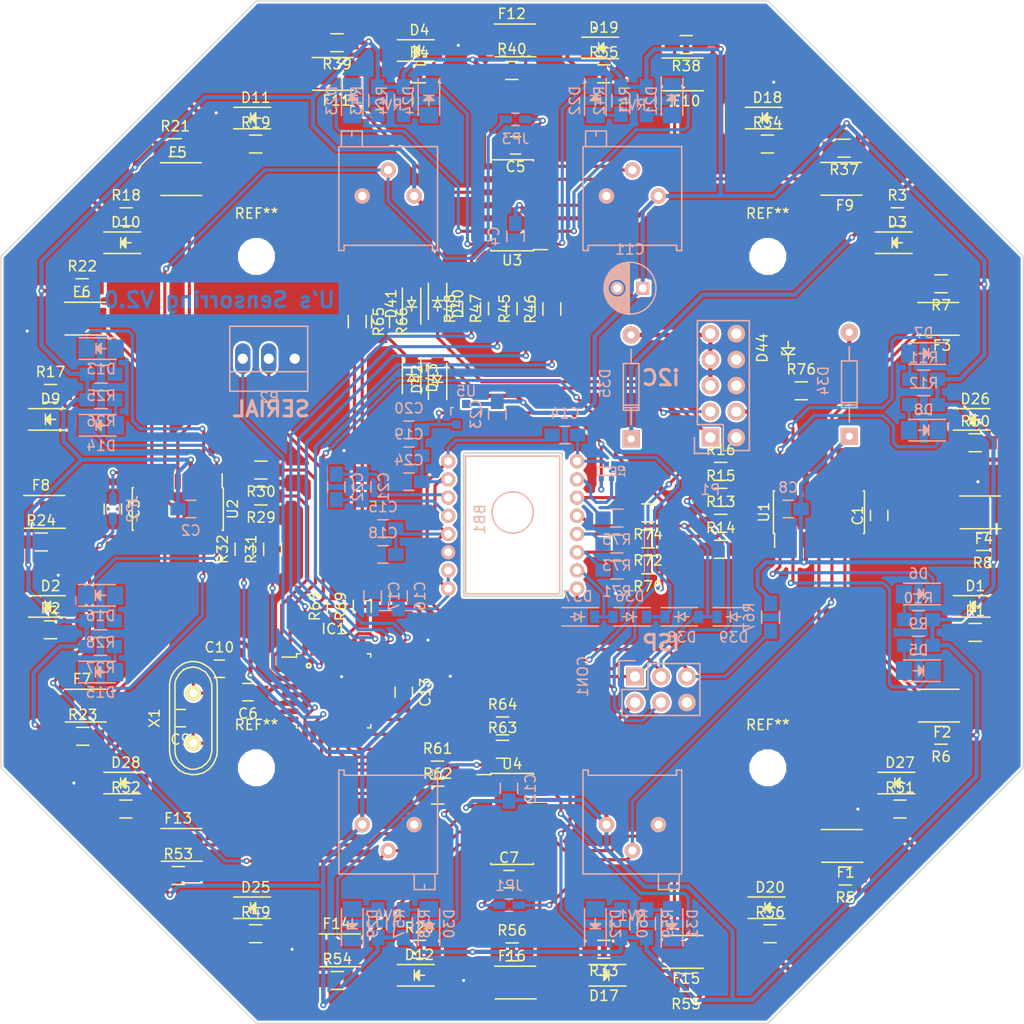
<source format=kicad_pcb>
(kicad_pcb (version 4) (host pcbnew 4.0.5-e0-6337~49~ubuntu16.04.1)
  (layers (0 F.Cu signal) (31 B.Cu signal) (34 B.Paste user) (35 F.Paste user) (36 B.SilkS user) (37 F.SilkS user) (38 B.Mask user) (39 F.Mask user) (44 Edge.Cuts user))
  (net 0 "")
  (net 1 REF1)
  (net 2 REF2)
  (net 3 REF3)
  (net 4 REF4)
  (net 5 "Net-(C9-Pad1)")
  (net 6 "Net-(C10-Pad1)")
  (net 7 "Net-(C13-Pad1)")
  (net 8 "Net-(CON1-Pad5)")
  (net 9 "Net-(D1-Pad2)")
  (net 10 "Net-(D2-Pad2)")
  (net 11 "Net-(D3-Pad2)")
  (net 12 "Net-(D4-Pad2)")
  (net 13 "Net-(D5-Pad2)")
  (net 14 "Net-(D5-Pad1)")
  (net 15 "Net-(D6-Pad2)")
  (net 16 "Net-(D6-Pad1)")
  (net 17 "Net-(D7-Pad2)")
  (net 18 "Net-(D7-Pad1)")
  (net 19 "Net-(D8-Pad2)")
  (net 20 "Net-(D8-Pad1)")
  (net 21 "Net-(D9-Pad2)")
  (net 22 "Net-(D10-Pad2)")
  (net 23 "Net-(D11-Pad2)")
  (net 24 "Net-(D12-Pad2)")
  (net 25 "Net-(D13-Pad2)")
  (net 26 "Net-(D13-Pad1)")
  (net 27 "Net-(D14-Pad2)")
  (net 28 "Net-(D14-Pad1)")
  (net 29 "Net-(D15-Pad2)")
  (net 30 "Net-(D15-Pad1)")
  (net 31 "Net-(D16-Pad2)")
  (net 32 "Net-(D16-Pad1)")
  (net 33 "Net-(D17-Pad2)")
  (net 34 "Net-(D18-Pad2)")
  (net 35 "Net-(D19-Pad2)")
  (net 36 "Net-(D20-Pad2)")
  (net 37 "Net-(D21-Pad2)")
  (net 38 "Net-(D21-Pad1)")
  (net 39 "Net-(D22-Pad2)")
  (net 40 "Net-(D22-Pad1)")
  (net 41 "Net-(D23-Pad2)")
  (net 42 "Net-(D23-Pad1)")
  (net 43 "Net-(D24-Pad2)")
  (net 44 "Net-(D24-Pad1)")
  (net 45 "Net-(D25-Pad2)")
  (net 46 "Net-(D26-Pad2)")
  (net 47 "Net-(D27-Pad2)")
  (net 48 "Net-(D28-Pad2)")
  (net 49 "Net-(D29-Pad2)")
  (net 50 "Net-(D29-Pad1)")
  (net 51 "Net-(D30-Pad2)")
  (net 52 "Net-(D30-Pad1)")
  (net 53 "Net-(D31-Pad2)")
  (net 54 "Net-(D31-Pad1)")
  (net 55 "Net-(D32-Pad2)")
  (net 56 "Net-(D32-Pad1)")
  (net 57 5V_IN)
  (net 58 12V_IN)
  (net 59 LEDPOWER)
  (net 60 "Net-(F1-Pad1)")
  (net 61 "Net-(F2-Pad1)")
  (net 62 "Net-(F3-Pad1)")
  (net 63 "Net-(F4-Pad1)")
  (net 64 "Net-(F5-Pad1)")
  (net 65 "Net-(F6-Pad1)")
  (net 66 "Net-(F7-Pad1)")
  (net 67 "Net-(F8-Pad1)")
  (net 68 "Net-(F9-Pad1)")
  (net 69 "Net-(F10-Pad1)")
  (net 70 "Net-(F11-Pad1)")
  (net 71 "Net-(F12-Pad1)")
  (net 72 "Net-(F13-Pad1)")
  (net 73 "Net-(F14-Pad1)")
  (net 74 "Net-(F15-Pad1)")
  (net 75 "Net-(F16-Pad1)")
  (net 76 SENS5)
  (net 77 SENS4)
  (net 78 SENS3)
  (net 79 SENS2)
  (net 80 SENS1)
  (net 81 SENS15)
  (net 82 SENS14)
  (net 83 SENS13)
  (net 84 SENS12)
  (net 85 SENS11)
  (net 86 SENS10)
  (net 87 SENS9)
  (net 88 "Net-(IC1-Pad27)")
  (net 89 "Net-(IC1-Pad28)")
  (net 90 SENS6)
  (net 91 SCL)
  (net 92 SDA)
  (net 93 /GND)
  (net 94 /+5V)
  (net 95 "Net-(BB1-Pad1)")
  (net 96 "Net-(BB1-Pad2)")
  (net 97 CS_3V)
  (net 98 MISO)
  (net 99 SCK_3V)
  (net 100 MOSI_3V)
  (net 101 MOTION)
  (net 102 "Net-(BB1-Pad16)")
  (net 103 VREG)
  (net 104 REFA)
  (net 105 DGND)
  (net 106 "Net-(D34-Pad2)")
  (net 107 SS)
  (net 108 MOSI)
  (net 109 SCK)
  (net 110 "Net-(IC1-Pad30)")
  (module LEDs:LED_PLCC_2835_Handsoldering (layer F.Cu) (at 99.9744 53.8734 180)
    (fp_text reference F12 (at 0.02 2.6 180) (layer F.SilkS))
    (fp_text value SFH3710)
    (pad 1 smd rect (at -1.13028 -0.00015) (size 2.5 2.1) (layers F.Cu F.Paste F.Mask) (net 71 "Net-(F12-Pad1)"))
    (pad 2 smd rect (at 1.52972 -0.00015) (size 1.5 2.1) (layers F.Cu F.Paste F.Mask) (net 93 /GND))
  )
  (module Crystals:Crystal_HC49-U_Vertical (layer F.Cu) (at 68.834 120.142 90)
    (fp_text reference X1 (at 0 -3.81 90) (layer F.SilkS))
    (fp_text value QUARTZCMS4)
    (pad 1 thru_hole circle (at -2.44094 0 90) (size 1.50114 1.50114) (drill 0.8001) (layers *.Cu *.Mask F.SilkS) (net 5 "Net-(C9-Pad1)"))
    (pad 2 thru_hole circle (at 2.44094 0 90) (size 1.50114 1.50114) (drill 0.8001) (layers *.Cu *.Mask F.SilkS) (net 6 "Net-(C10-Pad1)"))
  )
  (module Capacitors_SMD:C_0805_HandSoldering (layer B.Cu) (at 68.58 99.695)
    (fp_text reference C2 (at 0 2.1) (layer B.SilkS) (effects (justify mirror)))
    (fp_text value 100n)
    (pad 1 smd rect (at -1.25 0) (size 1.5 1.25) (layers B.Cu B.Paste B.Mask) (net 94 /+5V))
    (pad 2 smd rect (at 1.25 0) (size 1.5 1.25) (layers B.Cu B.Paste B.Mask) (net 93 /GND))
  )
  (module Capacitors_SMD:C_0805_HandSoldering (layer F.Cu) (at 135.89 100.33 90)
    (fp_text reference C1 (at 0 -2.1 90) (layer F.SilkS))
    (fp_text value 100n)
    (pad 1 smd rect (at -1.25 0 90) (size 1.5 1.25) (layers F.Cu F.Paste F.Mask) (net 1 REF1))
    (pad 2 smd rect (at 1.25 0 90) (size 1.5 1.25) (layers F.Cu F.Paste F.Mask) (net 93 /GND))
  )
  (module Capacitors_SMD:C_0805_HandSoldering (layer F.Cu) (at 60.96 99.695 270)
    (fp_text reference C3 (at 0 -2.1 270) (layer F.SilkS))
    (fp_text value 100n)
    (pad 1 smd rect (at -1.25 0 270) (size 1.5 1.25) (layers F.Cu F.Paste F.Mask) (net 2 REF2))
    (pad 2 smd rect (at 1.25 0 270) (size 1.5 1.25) (layers F.Cu F.Paste F.Mask) (net 93 /GND))
  )
  (module Capacitors_SMD:C_0805_HandSoldering (layer B.Cu) (at 100.33 73.025 270)
    (fp_text reference C4 (at 0 2.1 270) (layer B.SilkS) (effects (justify mirror)))
    (fp_text value 100n)
    (pad 1 smd rect (at -1.25 0 270) (size 1.5 1.25) (layers B.Cu B.Paste B.Mask) (net 94 /+5V))
    (pad 2 smd rect (at 1.25 0 270) (size 1.5 1.25) (layers B.Cu B.Paste B.Mask) (net 93 /GND))
  )
  (module Capacitors_SMD:C_0805_HandSoldering (layer F.Cu) (at 100.33 64.135 180)
    (fp_text reference C5 (at 0 -2.1 180) (layer F.SilkS))
    (fp_text value 100n)
    (pad 1 smd rect (at -1.25 0 180) (size 1.5 1.25) (layers F.Cu F.Paste F.Mask) (net 3 REF3))
    (pad 2 smd rect (at 1.25 0 180) (size 1.5 1.25) (layers F.Cu F.Paste F.Mask) (net 93 /GND))
  )
  (module Capacitors_SMD:C_0805_HandSoldering (layer F.Cu) (at 74.168 117.602 180)
    (fp_text reference C6 (at 0 -2.1 180) (layer F.SilkS))
    (fp_text value 100n)
    (pad 1 smd rect (at -1.25 0 180) (size 1.5 1.25) (layers F.Cu F.Paste F.Mask) (net 94 /+5V))
    (pad 2 smd rect (at 1.25 0 180) (size 1.5 1.25) (layers F.Cu F.Paste F.Mask) (net 93 /GND))
  )
  (module Capacitors_SMD:C_0805_HandSoldering (layer F.Cu) (at 99.695 135.89)
    (fp_text reference C7 (at 0 -2.1) (layer F.SilkS))
    (fp_text value 100n)
    (pad 1 smd rect (at -1.25 0) (size 1.5 1.25) (layers F.Cu F.Paste F.Mask) (net 4 REF4))
    (pad 2 smd rect (at 1.25 0) (size 1.5 1.25) (layers F.Cu F.Paste F.Mask) (net 93 /GND))
  )
  (module Capacitors_SMD:C_0805_HandSoldering (layer B.Cu) (at 127 99.695 180)
    (fp_text reference C8 (at 0 2.1 180) (layer B.SilkS) (effects (justify mirror)))
    (fp_text value 100n)
    (pad 1 smd rect (at -1.25 0 180) (size 1.5 1.25) (layers B.Cu B.Paste B.Mask) (net 94 /+5V))
    (pad 2 smd rect (at 1.25 0 180) (size 1.5 1.25) (layers B.Cu B.Paste B.Mask) (net 93 /GND))
  )
  (module Capacitors_SMD:C_0805_HandSoldering (layer F.Cu) (at 67.564 120.142 180)
    (fp_text reference C9 (at 0 -2.1 180) (layer F.SilkS))
    (fp_text value 22p)
    (pad 1 smd rect (at -1.25 0 180) (size 1.5 1.25) (layers F.Cu F.Paste F.Mask) (net 5 "Net-(C9-Pad1)"))
    (pad 2 smd rect (at 1.25 0 180) (size 1.5 1.25) (layers F.Cu F.Paste F.Mask) (net 93 /GND))
  )
  (module Capacitors_SMD:C_0805_HandSoldering (layer F.Cu) (at 71.374 115.316)
    (fp_text reference C10 (at 0 -2.1) (layer F.SilkS))
    (fp_text value 22p)
    (pad 1 smd rect (at -1.25 0) (size 1.5 1.25) (layers F.Cu F.Paste F.Mask) (net 6 "Net-(C10-Pad1)"))
    (pad 2 smd rect (at 1.25 0) (size 1.5 1.25) (layers F.Cu F.Paste F.Mask) (net 93 /GND))
  )
  (module Capacitors_ThroughHole:C_Radial_D5_L6_P2.5 (layer B.Cu) (at 112.776 78.105 180)
    (fp_text reference C11 (at 1.25 3.8 180) (layer B.SilkS) (effects (justify mirror)))
    (fp_text value 47u)
    (pad 1 thru_hole rect (at 0 0 180) (size 1.3 1.3) (drill 0.8) (layers *.Cu *.Mask B.SilkS) (net 94 /+5V))
    (pad 2 thru_hole circle (at 2.5 0 180) (size 1.3 1.3) (drill 0.8) (layers *.Cu *.Mask B.SilkS) (net 93 /GND))
  )
  (module Capacitors_SMD:C_0805_HandSoldering (layer B.Cu) (at 99.695 127 90)
    (fp_text reference C12 (at 0 2.1 90) (layer B.SilkS) (effects (justify mirror)))
    (fp_text value 100n)
    (pad 1 smd rect (at -1.25 0 90) (size 1.5 1.25) (layers B.Cu B.Paste B.Mask) (net 94 /+5V))
    (pad 2 smd rect (at 1.25 0 90) (size 1.5 1.25) (layers B.Cu B.Paste B.Mask) (net 93 /GND))
  )
  (module Capacitors_SMD:C_0805_HandSoldering (layer F.Cu) (at 89.408 117.602 270)
    (fp_text reference C13 (at 0 -2.1 270) (layer F.SilkS))
    (fp_text value 100n)
    (pad 1 smd rect (at -1.25 0 270) (size 1.5 1.25) (layers F.Cu F.Paste F.Mask) (net 7 "Net-(C13-Pad1)"))
    (pad 2 smd rect (at 1.25 0 270) (size 1.5 1.25) (layers F.Cu F.Paste F.Mask) (net 94 /+5V))
  )
  (module Pin_Headers:Pin_Header_Straight_2x03 (layer B.Cu) (at 112.014 116.078 270)
    (fp_text reference CON1 (at 0 5.1 270) (layer B.SilkS) (effects (justify mirror)))
    (fp_text value AVR-ISP-6)
    (pad 1 thru_hole rect (at 0 0 270) (size 1.7272 1.7272) (drill 1.016) (layers *.Cu *.Mask B.SilkS) (net 98 MISO))
    (pad 2 thru_hole oval (at 2.54 0 270) (size 1.7272 1.7272) (drill 1.016) (layers *.Cu *.Mask B.SilkS) (net 94 /+5V))
    (pad 3 thru_hole oval (at 0 -2.54 270) (size 1.7272 1.7272) (drill 1.016) (layers *.Cu *.Mask B.SilkS) (net 109 SCK))
    (pad 4 thru_hole oval (at 2.54 -2.54 270) (size 1.7272 1.7272) (drill 1.016) (layers *.Cu *.Mask B.SilkS) (net 108 MOSI))
    (pad 5 thru_hole oval (at 0 -5.08 270) (size 1.7272 1.7272) (drill 1.016) (layers *.Cu *.Mask B.SilkS) (net 8 "Net-(CON1-Pad5)"))
    (pad 6 thru_hole oval (at 2.54 -5.08 270) (size 1.7272 1.7272) (drill 1.016) (layers *.Cu *.Mask B.SilkS) (net 93 /GND))
  )
  (module LEDs:LED_1206 (layer F.Cu) (at 145.288 109.22)
    (fp_text reference D1 (at 0 -2) (layer F.SilkS))
    (fp_text value LED)
    (pad 2 smd rect (at 1.41986 0 180) (size 1.59766 1.80086) (layers F.Cu F.Paste F.Mask) (net 9 "Net-(D1-Pad2)"))
    (pad 1 smd rect (at -1.41986 0 180) (size 1.59766 1.80086) (layers F.Cu F.Paste F.Mask) (net 93 /GND))
  )
  (module LEDs:LED_1206 (layer F.Cu) (at 54.864 109.22)
    (fp_text reference D2 (at 0 -2) (layer F.SilkS))
    (fp_text value LED)
    (pad 2 smd rect (at 1.41986 0 180) (size 1.59766 1.80086) (layers F.Cu F.Paste F.Mask) (net 10 "Net-(D2-Pad2)"))
    (pad 1 smd rect (at -1.41986 0 180) (size 1.59766 1.80086) (layers F.Cu F.Paste F.Mask) (net 93 /GND))
  )
  (module LEDs:LED_1206 (layer F.Cu) (at 137.668 73.66)
    (fp_text reference D3 (at 0 -2) (layer F.SilkS))
    (fp_text value LED)
    (pad 2 smd rect (at 1.41986 0 180) (size 1.59766 1.80086) (layers F.Cu F.Paste F.Mask) (net 11 "Net-(D3-Pad2)"))
    (pad 1 smd rect (at -1.41986 0 180) (size 1.59766 1.80086) (layers F.Cu F.Paste F.Mask) (net 93 /GND))
  )
  (module LEDs:LED_1206 (layer F.Cu) (at 90.932 54.864)
    (fp_text reference D4 (at 0 -2) (layer F.SilkS))
    (fp_text value LED)
    (pad 2 smd rect (at 1.41986 0 180) (size 1.59766 1.80086) (layers F.Cu F.Paste F.Mask) (net 12 "Net-(D4-Pad2)"))
    (pad 1 smd rect (at -1.41986 0 180) (size 1.59766 1.80086) (layers F.Cu F.Paste F.Mask) (net 93 /GND))
  )
  (module LEDs:LED_1206 (layer B.Cu) (at 139.732 115.508 180)
    (fp_text reference D5 (at 0 2 180) (layer B.SilkS) (effects (justify mirror)))
    (fp_text value LED)
    (pad 2 smd rect (at 1.41986 0) (size 1.59766 1.80086) (layers B.Cu B.Paste B.Mask) (net 13 "Net-(D5-Pad2)"))
    (pad 1 smd rect (at -1.41986 0) (size 1.59766 1.80086) (layers B.Cu B.Paste B.Mask) (net 14 "Net-(D5-Pad1)"))
  )
  (module LEDs:LED_1206 (layer B.Cu) (at 139.732 108.008 180)
    (fp_text reference D6 (at 0 2 180) (layer B.SilkS) (effects (justify mirror)))
    (fp_text value LED)
    (pad 2 smd rect (at 1.41986 0) (size 1.59766 1.80086) (layers B.Cu B.Paste B.Mask) (net 15 "Net-(D6-Pad2)"))
    (pad 1 smd rect (at -1.41986 0) (size 1.59766 1.80086) (layers B.Cu B.Paste B.Mask) (net 16 "Net-(D6-Pad1)"))
  )
  (module LEDs:LED_1206 (layer B.Cu) (at 140.24 84.492 180)
    (fp_text reference D7 (at 0 2 180) (layer B.SilkS) (effects (justify mirror)))
    (fp_text value LED)
    (pad 2 smd rect (at 1.41986 0) (size 1.59766 1.80086) (layers B.Cu B.Paste B.Mask) (net 17 "Net-(D7-Pad2)"))
    (pad 1 smd rect (at -1.41986 0) (size 1.59766 1.80086) (layers B.Cu B.Paste B.Mask) (net 18 "Net-(D7-Pad1)"))
  )
  (module LEDs:LED_1206 (layer B.Cu) (at 140.24 91.992 180)
    (fp_text reference D8 (at 0 2 180) (layer B.SilkS) (effects (justify mirror)))
    (fp_text value LED)
    (pad 2 smd rect (at 1.41986 0) (size 1.59766 1.80086) (layers B.Cu B.Paste B.Mask) (net 19 "Net-(D8-Pad2)"))
    (pad 1 smd rect (at -1.41986 0) (size 1.59766 1.80086) (layers B.Cu B.Paste B.Mask) (net 20 "Net-(D8-Pad1)"))
  )
  (module LEDs:LED_1206 (layer F.Cu) (at 54.864 90.932)
    (fp_text reference D9 (at 0 -2) (layer F.SilkS))
    (fp_text value LED)
    (pad 2 smd rect (at 1.41986 0 180) (size 1.59766 1.80086) (layers F.Cu F.Paste F.Mask) (net 21 "Net-(D9-Pad2)"))
    (pad 1 smd rect (at -1.41986 0 180) (size 1.59766 1.80086) (layers F.Cu F.Paste F.Mask) (net 93 /GND))
  )
  (module LEDs:LED_1206 (layer F.Cu) (at 62.23 73.66)
    (fp_text reference D10 (at 0 -2) (layer F.SilkS))
    (fp_text value LED)
    (pad 2 smd rect (at 1.41986 0 180) (size 1.59766 1.80086) (layers F.Cu F.Paste F.Mask) (net 22 "Net-(D10-Pad2)"))
    (pad 1 smd rect (at -1.41986 0 180) (size 1.59766 1.80086) (layers F.Cu F.Paste F.Mask) (net 93 /GND))
  )
  (module LEDs:LED_1206 (layer F.Cu) (at 74.93 61.468)
    (fp_text reference D11 (at 0 -2) (layer F.SilkS))
    (fp_text value LED)
    (pad 2 smd rect (at 1.41986 0 180) (size 1.59766 1.80086) (layers F.Cu F.Paste F.Mask) (net 23 "Net-(D11-Pad2)"))
    (pad 1 smd rect (at -1.41986 0 180) (size 1.59766 1.80086) (layers F.Cu F.Paste F.Mask) (net 93 /GND))
  )
  (module LEDs:LED_1206 (layer F.Cu) (at 90.932 145.288)
    (fp_text reference D12 (at 0 -2) (layer F.SilkS))
    (fp_text value LED)
    (pad 2 smd rect (at 1.41986 0 180) (size 1.59766 1.80086) (layers F.Cu F.Paste F.Mask) (net 24 "Net-(D12-Pad2)"))
    (pad 1 smd rect (at -1.41986 0 180) (size 1.59766 1.80086) (layers F.Cu F.Paste F.Mask) (net 93 /GND))
  )
  (module LEDs:LED_1206 (layer B.Cu) (at 59.815 84.01)
    (fp_text reference D13 (at 0 2) (layer B.SilkS) (effects (justify mirror)))
    (fp_text value LED)
    (pad 2 smd rect (at 1.41986 0 180) (size 1.59766 1.80086) (layers B.Cu B.Paste B.Mask) (net 25 "Net-(D13-Pad2)"))
    (pad 1 smd rect (at -1.41986 0 180) (size 1.59766 1.80086) (layers B.Cu B.Paste B.Mask) (net 26 "Net-(D13-Pad1)"))
  )
  (module LEDs:LED_1206 (layer B.Cu) (at 59.815 91.51)
    (fp_text reference D14 (at 0 2) (layer B.SilkS) (effects (justify mirror)))
    (fp_text value LED)
    (pad 2 smd rect (at 1.41986 0 180) (size 1.59766 1.80086) (layers B.Cu B.Paste B.Mask) (net 27 "Net-(D14-Pad2)"))
    (pad 1 smd rect (at -1.41986 0 180) (size 1.59766 1.80086) (layers B.Cu B.Paste B.Mask) (net 28 "Net-(D14-Pad1)"))
  )
  (module LEDs:LED_1206 (layer B.Cu) (at 59.76 115.635)
    (fp_text reference D15 (at 0 2) (layer B.SilkS) (effects (justify mirror)))
    (fp_text value LED)
    (pad 2 smd rect (at 1.41986 0 180) (size 1.59766 1.80086) (layers B.Cu B.Paste B.Mask) (net 29 "Net-(D15-Pad2)"))
    (pad 1 smd rect (at -1.41986 0 180) (size 1.59766 1.80086) (layers B.Cu B.Paste B.Mask) (net 30 "Net-(D15-Pad1)"))
  )
  (module LEDs:LED_1206 (layer B.Cu) (at 59.76 108.135)
    (fp_text reference D16 (at 0 2) (layer B.SilkS) (effects (justify mirror)))
    (fp_text value LED)
    (pad 2 smd rect (at 1.41986 0 180) (size 1.59766 1.80086) (layers B.Cu B.Paste B.Mask) (net 31 "Net-(D16-Pad2)"))
    (pad 1 smd rect (at -1.41986 0 180) (size 1.59766 1.80086) (layers B.Cu B.Paste B.Mask) (net 32 "Net-(D16-Pad1)"))
  )
  (module LEDs:LED_1206 (layer F.Cu) (at 108.966 145.288 180)
    (fp_text reference D17 (at 0 -2 180) (layer F.SilkS))
    (fp_text value LED)
    (pad 2 smd rect (at 1.41986 0) (size 1.59766 1.80086) (layers F.Cu F.Paste F.Mask) (net 33 "Net-(D17-Pad2)"))
    (pad 1 smd rect (at -1.41986 0) (size 1.59766 1.80086) (layers F.Cu F.Paste F.Mask) (net 93 /GND))
  )
  (module LEDs:LED_1206 (layer F.Cu) (at 124.968 61.468)
    (fp_text reference D18 (at 0 -2) (layer F.SilkS))
    (fp_text value LED)
    (pad 2 smd rect (at 1.41986 0 180) (size 1.59766 1.80086) (layers F.Cu F.Paste F.Mask) (net 34 "Net-(D18-Pad2)"))
    (pad 1 smd rect (at -1.41986 0 180) (size 1.59766 1.80086) (layers F.Cu F.Paste F.Mask) (net 93 /GND))
  )
  (module LEDs:LED_1206 (layer F.Cu) (at 108.966 54.61)
    (fp_text reference D19 (at 0 -2) (layer F.SilkS))
    (fp_text value LED)
    (pad 2 smd rect (at 1.41986 0 180) (size 1.59766 1.80086) (layers F.Cu F.Paste F.Mask) (net 35 "Net-(D19-Pad2)"))
    (pad 1 smd rect (at -1.41986 0 180) (size 1.59766 1.80086) (layers F.Cu F.Paste F.Mask) (net 93 /GND))
  )
  (module LEDs:LED_1206 (layer F.Cu) (at 125.222 138.684)
    (fp_text reference D20 (at 0 -2) (layer F.SilkS))
    (fp_text value LED)
    (pad 2 smd rect (at 1.41986 0 180) (size 1.59766 1.80086) (layers F.Cu F.Paste F.Mask) (net 36 "Net-(D20-Pad2)"))
    (pad 1 smd rect (at -1.41986 0 180) (size 1.59766 1.80086) (layers F.Cu F.Paste F.Mask) (net 93 /GND))
  )
  (module LEDs:LED_1206 (layer B.Cu) (at 115.635 59.76 270)
    (fp_text reference D21 (at 0 2 270) (layer B.SilkS) (effects (justify mirror)))
    (fp_text value LED)
    (pad 2 smd rect (at 1.41986 0 90) (size 1.59766 1.80086) (layers B.Cu B.Paste B.Mask) (net 37 "Net-(D21-Pad2)"))
    (pad 1 smd rect (at -1.41986 0 90) (size 1.59766 1.80086) (layers B.Cu B.Paste B.Mask) (net 38 "Net-(D21-Pad1)"))
  )
  (module LEDs:LED_1206 (layer B.Cu) (at 108.135 59.76 270)
    (fp_text reference D22 (at 0 2 270) (layer B.SilkS) (effects (justify mirror)))
    (fp_text value LED)
    (pad 2 smd rect (at 1.41986 0 90) (size 1.59766 1.80086) (layers B.Cu B.Paste B.Mask) (net 39 "Net-(D22-Pad2)"))
    (pad 1 smd rect (at -1.41986 0 90) (size 1.59766 1.80086) (layers B.Cu B.Paste B.Mask) (net 40 "Net-(D22-Pad1)"))
  )
  (module LEDs:LED_1206 (layer B.Cu) (at 84.365 59.76 270)
    (fp_text reference D23 (at 0 2 270) (layer B.SilkS) (effects (justify mirror)))
    (fp_text value LED)
    (pad 2 smd rect (at 1.41986 0 90) (size 1.59766 1.80086) (layers B.Cu B.Paste B.Mask) (net 41 "Net-(D23-Pad2)"))
    (pad 1 smd rect (at -1.41986 0 90) (size 1.59766 1.80086) (layers B.Cu B.Paste B.Mask) (net 42 "Net-(D23-Pad1)"))
  )
  (module LEDs:LED_1206 (layer B.Cu) (at 91.865 59.76 270)
    (fp_text reference D24 (at 0 2 270) (layer B.SilkS) (effects (justify mirror)))
    (fp_text value LED)
    (pad 2 smd rect (at 1.41986 0 90) (size 1.59766 1.80086) (layers B.Cu B.Paste B.Mask) (net 43 "Net-(D24-Pad2)"))
    (pad 1 smd rect (at -1.41986 0 90) (size 1.59766 1.80086) (layers B.Cu B.Paste B.Mask) (net 44 "Net-(D24-Pad1)"))
  )
  (module LEDs:LED_1206 (layer F.Cu) (at 74.93 138.684)
    (fp_text reference D25 (at 0 -2) (layer F.SilkS))
    (fp_text value LED)
    (pad 2 smd rect (at 1.41986 0 180) (size 1.59766 1.80086) (layers F.Cu F.Paste F.Mask) (net 45 "Net-(D25-Pad2)"))
    (pad 1 smd rect (at -1.41986 0 180) (size 1.59766 1.80086) (layers F.Cu F.Paste F.Mask) (net 93 /GND))
  )
  (module LEDs:LED_1206 (layer F.Cu) (at 145.288 90.932)
    (fp_text reference D26 (at 0 -2) (layer F.SilkS))
    (fp_text value LED)
    (pad 2 smd rect (at 1.41986 0 180) (size 1.59766 1.80086) (layers F.Cu F.Paste F.Mask) (net 46 "Net-(D26-Pad2)"))
    (pad 1 smd rect (at -1.41986 0 180) (size 1.59766 1.80086) (layers F.Cu F.Paste F.Mask) (net 93 /GND))
  )
  (module LEDs:LED_1206 (layer F.Cu) (at 137.922 126.492)
    (fp_text reference D27 (at 0 -2) (layer F.SilkS))
    (fp_text value LED)
    (pad 2 smd rect (at 1.41986 0 180) (size 1.59766 1.80086) (layers F.Cu F.Paste F.Mask) (net 47 "Net-(D27-Pad2)"))
    (pad 1 smd rect (at -1.41986 0 180) (size 1.59766 1.80086) (layers F.Cu F.Paste F.Mask) (net 93 /GND))
  )
  (module LEDs:LED_1206 (layer F.Cu) (at 62.23 126.492)
    (fp_text reference D28 (at 0 -2) (layer F.SilkS))
    (fp_text value LED)
    (pad 2 smd rect (at 1.41986 0 180) (size 1.59766 1.80086) (layers F.Cu F.Paste F.Mask) (net 48 "Net-(D28-Pad2)"))
    (pad 1 smd rect (at -1.41986 0 180) (size 1.59766 1.80086) (layers F.Cu F.Paste F.Mask) (net 93 /GND))
  )
  (module LEDs:LED_1206 (layer B.Cu) (at 84.365 140.24 90)
    (fp_text reference D29 (at 0 2 90) (layer B.SilkS) (effects (justify mirror)))
    (fp_text value LED)
    (pad 2 smd rect (at 1.41986 0 270) (size 1.59766 1.80086) (layers B.Cu B.Paste B.Mask) (net 49 "Net-(D29-Pad2)"))
    (pad 1 smd rect (at -1.41986 0 270) (size 1.59766 1.80086) (layers B.Cu B.Paste B.Mask) (net 50 "Net-(D29-Pad1)"))
  )
  (module LEDs:LED_1206 (layer B.Cu) (at 91.865 140.24 90)
    (fp_text reference D30 (at 0 2 90) (layer B.SilkS) (effects (justify mirror)))
    (fp_text value LED)
    (pad 2 smd rect (at 1.41986 0 270) (size 1.59766 1.80086) (layers B.Cu B.Paste B.Mask) (net 51 "Net-(D30-Pad2)"))
    (pad 1 smd rect (at -1.41986 0 270) (size 1.59766 1.80086) (layers B.Cu B.Paste B.Mask) (net 52 "Net-(D30-Pad1)"))
  )
  (module LEDs:LED_1206 (layer B.Cu) (at 115.635 140.24 90)
    (fp_text reference D31 (at 0 2 90) (layer B.SilkS) (effects (justify mirror)))
    (fp_text value LED)
    (pad 2 smd rect (at 1.41986 0 270) (size 1.59766 1.80086) (layers B.Cu B.Paste B.Mask) (net 53 "Net-(D31-Pad2)"))
    (pad 1 smd rect (at -1.41986 0 270) (size 1.59766 1.80086) (layers B.Cu B.Paste B.Mask) (net 54 "Net-(D31-Pad1)"))
  )
  (module LEDs:LED_1206 (layer B.Cu) (at 108.135 140.24 90)
    (fp_text reference D32 (at 0 2 90) (layer B.SilkS) (effects (justify mirror)))
    (fp_text value LED)
    (pad 2 smd rect (at 1.41986 0 270) (size 1.59766 1.80086) (layers B.Cu B.Paste B.Mask) (net 55 "Net-(D32-Pad2)"))
    (pad 1 smd rect (at -1.41986 0 270) (size 1.59766 1.80086) (layers B.Cu B.Paste B.Mask) (net 56 "Net-(D32-Pad1)"))
  )
  (module Diodes_ThroughHole:Diode_DO-35_SOD27_Horizontal_RM10 (layer B.Cu) (at 132.969 92.583 90)
    (fp_text reference D34 (at 5.43052 -2.53746 90) (layer B.SilkS) (effects (justify mirror)))
    (fp_text value D)
    (pad 2 thru_hole circle (at 10.16052 0.00254 270) (size 1.69926 1.69926) (drill 0.70104) (layers *.Cu *.Mask B.SilkS) (net 106 "Net-(D34-Pad2)"))
    (pad 1 thru_hole rect (at 0.00052 0.00254 270) (size 1.69926 1.69926) (drill 0.70104) (layers *.Cu *.Mask B.SilkS) (net 94 /+5V))
  )
  (module Diodes_ThroughHole:Diode_DO-35_SOD27_Horizontal_RM10 (layer B.Cu) (at 111.633 92.837 90)
    (fp_text reference D35 (at 5.43052 -2.53746 90) (layer B.SilkS) (effects (justify mirror)))
    (fp_text value D)
    (pad 2 thru_hole circle (at 10.16052 0.00254 270) (size 1.69926 1.69926) (drill 0.70104) (layers *.Cu *.Mask B.SilkS) (net 58 12V_IN))
    (pad 1 thru_hole rect (at 0.00052 0.00254 270) (size 1.69926 1.69926) (drill 0.70104) (layers *.Cu *.Mask B.SilkS) (net 59 LEDPOWER))
  )
  (module LEDs:LED_PLCC_2835_Handsoldering (layer F.Cu) (at 132.588 132.6388)
    (fp_text reference F1 (at 0.02 2.6) (layer F.SilkS))
    (fp_text value SFH3710)
    (pad 1 smd rect (at -1.13028 -0.00015 180) (size 2.5 2.1) (layers F.Cu F.Paste F.Mask) (net 60 "Net-(F1-Pad1)"))
    (pad 2 smd rect (at 1.52972 -0.00015 180) (size 1.5 2.1) (layers F.Cu F.Paste F.Mask) (net 93 /GND))
  )
  (module LEDs:LED_PLCC_2835_Handsoldering (layer F.Cu) (at 142.0368 118.9228)
    (fp_text reference F2 (at 0.02 2.6) (layer F.SilkS))
    (fp_text value SFH3710)
    (pad 1 smd rect (at -1.13028 -0.00015 180) (size 2.5 2.1) (layers F.Cu F.Paste F.Mask) (net 61 "Net-(F2-Pad1)"))
    (pad 2 smd rect (at 1.52972 -0.00015 180) (size 1.5 2.1) (layers F.Cu F.Paste F.Mask) (net 93 /GND))
  )
  (module LEDs:LED_PLCC_2835_Handsoldering (layer F.Cu) (at 142.0114 81.1022)
    (fp_text reference F3 (at 0.02 2.6) (layer F.SilkS))
    (fp_text value SFH3710)
    (pad 1 smd rect (at -1.13028 -0.00015 180) (size 2.5 2.1) (layers F.Cu F.Paste F.Mask) (net 62 "Net-(F3-Pad1)"))
    (pad 2 smd rect (at 1.52972 -0.00015 180) (size 1.5 2.1) (layers F.Cu F.Paste F.Mask) (net 93 /GND))
  )
  (module LEDs:LED_PLCC_2835_Handsoldering (layer F.Cu) (at 146.1008 100.0252)
    (fp_text reference F4 (at 0.02 2.6) (layer F.SilkS))
    (fp_text value SFH3710)
    (pad 1 smd rect (at -1.13028 -0.00015 180) (size 2.5 2.1) (layers F.Cu F.Paste F.Mask) (net 63 "Net-(F4-Pad1)"))
    (pad 2 smd rect (at 1.52972 -0.00015 180) (size 1.5 2.1) (layers F.Cu F.Paste F.Mask) (net 93 /GND))
  )
  (module LEDs:LED_PLCC_2835_Handsoldering (layer F.Cu) (at 67.31 67.437 180)
    (fp_text reference F5 (at 0.02 2.6 180) (layer F.SilkS))
    (fp_text value SFH3710)
    (pad 1 smd rect (at -1.13028 -0.00015) (size 2.5 2.1) (layers F.Cu F.Paste F.Mask) (net 64 "Net-(F5-Pad1)"))
    (pad 2 smd rect (at 1.52972 -0.00015) (size 1.5 2.1) (layers F.Cu F.Paste F.Mask) (net 93 /GND))
  )
  (module LEDs:LED_PLCC_2835_Handsoldering (layer F.Cu) (at 57.9374 81.0768 180)
    (fp_text reference F6 (at 0.02 2.6 180) (layer F.SilkS))
    (fp_text value SFH3710)
    (pad 1 smd rect (at -1.13028 -0.00015) (size 2.5 2.1) (layers F.Cu F.Paste F.Mask) (net 65 "Net-(F6-Pad1)"))
    (pad 2 smd rect (at 1.52972 -0.00015) (size 1.5 2.1) (layers F.Cu F.Paste F.Mask) (net 93 /GND))
  )
  (module LEDs:LED_PLCC_2835_Handsoldering (layer F.Cu) (at 57.9628 118.9228 180)
    (fp_text reference F7 (at 0.02 2.6 180) (layer F.SilkS))
    (fp_text value SFH3710)
    (pad 1 smd rect (at -1.13028 -0.00015) (size 2.5 2.1) (layers F.Cu F.Paste F.Mask) (net 66 "Net-(F7-Pad1)"))
    (pad 2 smd rect (at 1.52972 -0.00015) (size 1.5 2.1) (layers F.Cu F.Paste F.Mask) (net 93 /GND))
  )
  (module LEDs:LED_PLCC_2835_Handsoldering (layer F.Cu) (at 53.9496 99.9744 180)
    (fp_text reference F8 (at 0.02 2.6 180) (layer F.SilkS))
    (fp_text value SFH3710)
    (pad 1 smd rect (at -1.13028 -0.00015) (size 2.5 2.1) (layers F.Cu F.Paste F.Mask) (net 67 "Net-(F8-Pad1)"))
    (pad 2 smd rect (at 1.52972 -0.00015) (size 1.5 2.1) (layers F.Cu F.Paste F.Mask) (net 93 /GND))
  )
  (module LEDs:LED_PLCC_2835_Handsoldering (layer F.Cu) (at 132.5118 67.4116)
    (fp_text reference F9 (at 0.02 2.6) (layer F.SilkS))
    (fp_text value SFH3710)
    (pad 1 smd rect (at -1.13028 -0.00015 180) (size 2.5 2.1) (layers F.Cu F.Paste F.Mask) (net 68 "Net-(F9-Pad1)"))
    (pad 2 smd rect (at 1.52972 -0.00015 180) (size 1.5 2.1) (layers F.Cu F.Paste F.Mask) (net 93 /GND))
  )
  (module LEDs:LED_PLCC_2835_Handsoldering (layer F.Cu) (at 117.0178 57.2008)
    (fp_text reference F10 (at 0.02 2.6) (layer F.SilkS))
    (fp_text value SFH3710)
    (pad 1 smd rect (at -1.13028 -0.00015 180) (size 2.5 2.1) (layers F.Cu F.Paste F.Mask) (net 69 "Net-(F10-Pad1)"))
    (pad 2 smd rect (at 1.52972 -0.00015 180) (size 1.5 2.1) (layers F.Cu F.Paste F.Mask) (net 93 /GND))
  )
  (module LEDs:LED_PLCC_2835_Handsoldering (layer F.Cu) (at 82.804 57.15)
    (fp_text reference F11 (at 0.02 2.6) (layer F.SilkS))
    (fp_text value SFH3710)
    (pad 1 smd rect (at -1.13028 -0.00015 180) (size 2.5 2.1) (layers F.Cu F.Paste F.Mask) (net 70 "Net-(F11-Pad1)"))
    (pad 2 smd rect (at 1.52972 -0.00015 180) (size 1.5 2.1) (layers F.Cu F.Paste F.Mask) (net 93 /GND))
  )
  (module LEDs:LED_PLCC_2835_Handsoldering (layer F.Cu) (at 67.3608 132.5372 180)
    (fp_text reference F13 (at 0.02 2.6 180) (layer F.SilkS))
    (fp_text value SFH3710)
    (pad 1 smd rect (at -1.13028 -0.00015) (size 2.5 2.1) (layers F.Cu F.Paste F.Mask) (net 72 "Net-(F13-Pad1)"))
    (pad 2 smd rect (at 1.52972 -0.00015) (size 1.5 2.1) (layers F.Cu F.Paste F.Mask) (net 93 /GND))
  )
  (module LEDs:LED_PLCC_2835_Handsoldering (layer F.Cu) (at 82.8548 142.8496 180)
    (fp_text reference F14 (at 0.02 2.6 180) (layer F.SilkS))
    (fp_text value SFH3710)
    (pad 1 smd rect (at -1.13028 -0.00015) (size 2.5 2.1) (layers F.Cu F.Paste F.Mask) (net 73 "Net-(F14-Pad1)"))
    (pad 2 smd rect (at 1.52972 -0.00015) (size 1.5 2.1) (layers F.Cu F.Paste F.Mask) (net 93 /GND))
  )
  (module LEDs:LED_PLCC_2835_Handsoldering (layer F.Cu) (at 117 143)
    (fp_text reference F15 (at 0.02 2.6) (layer F.SilkS))
    (fp_text value SFH3710)
    (pad 1 smd rect (at -1.13028 -0.00015 180) (size 2.5 2.1) (layers F.Cu F.Paste F.Mask) (net 74 "Net-(F15-Pad1)"))
    (pad 2 smd rect (at 1.52972 -0.00015 180) (size 1.5 2.1) (layers F.Cu F.Paste F.Mask) (net 93 /GND))
  )
  (module LEDs:LED_PLCC_2835_Handsoldering (layer F.Cu) (at 100 146 180)
    (fp_text reference F16 (at 0.02 2.6 180) (layer F.SilkS))
    (fp_text value SFH3710)
    (pad 1 smd rect (at -1.13028 -0.00015) (size 2.5 2.1) (layers F.Cu F.Paste F.Mask) (net 75 "Net-(F16-Pad1)"))
    (pad 2 smd rect (at 1.52972 -0.00015) (size 1.5 2.1) (layers F.Cu F.Paste F.Mask) (net 93 /GND))
  )
  (module Housings_QFP:TQFP-32_7x7mm_Pitch0.8mm (layer F.Cu) (at 82.55 117.475)
    (fp_text reference IC1 (at 0 -6.05) (layer F.SilkS))
    (fp_text value ATMEGA88-A)
    (pad 1 smd rect (at -4.25 -2.8) (size 1.6 0.55) (layers F.Cu F.Paste F.Mask) (net 76 SENS5))
    (pad 2 smd rect (at -4.25 -2) (size 1.6 0.55) (layers F.Cu F.Paste F.Mask) (net 77 SENS4))
    (pad 3 smd rect (at -4.25 -1.2) (size 1.6 0.55) (layers F.Cu F.Paste F.Mask) (net 93 /GND))
    (pad 4 smd rect (at -4.25 -0.4) (size 1.6 0.55) (layers F.Cu F.Paste F.Mask) (net 94 /+5V))
    (pad 5 smd rect (at -4.25 0.4) (size 1.6 0.55) (layers F.Cu F.Paste F.Mask) (net 93 /GND))
    (pad 6 smd rect (at -4.25 1.2) (size 1.6 0.55) (layers F.Cu F.Paste F.Mask) (net 94 /+5V))
    (pad 7 smd rect (at -4.25 2) (size 1.6 0.55) (layers F.Cu F.Paste F.Mask) (net 6 "Net-(C10-Pad1)"))
    (pad 8 smd rect (at -4.25 2.8) (size 1.6 0.55) (layers F.Cu F.Paste F.Mask) (net 5 "Net-(C9-Pad1)"))
    (pad 9 smd rect (at -2.8 4.25 90) (size 1.6 0.55) (layers F.Cu F.Paste F.Mask) (net 78 SENS3))
    (pad 10 smd rect (at -2 4.25 90) (size 1.6 0.55) (layers F.Cu F.Paste F.Mask) (net 79 SENS2))
    (pad 11 smd rect (at -1.2 4.25 90) (size 1.6 0.55) (layers F.Cu F.Paste F.Mask) (net 80 SENS1))
    (pad 12 smd rect (at -0.4 4.25 90) (size 1.6 0.55) (layers F.Cu F.Paste F.Mask) (net 81 SENS15))
    (pad 13 smd rect (at 0.4 4.25 90) (size 1.6 0.55) (layers F.Cu F.Paste F.Mask) (net 82 SENS14))
    (pad 14 smd rect (at 1.2 4.25 90) (size 1.6 0.55) (layers F.Cu F.Paste F.Mask) (net 83 SENS13))
    (pad 15 smd rect (at 2 4.25 90) (size 1.6 0.55) (layers F.Cu F.Paste F.Mask) (net 108 MOSI))
    (pad 16 smd rect (at 2.8 4.25 90) (size 1.6 0.55) (layers F.Cu F.Paste F.Mask) (net 98 MISO))
    (pad 17 smd rect (at 4.25 2.8) (size 1.6 0.55) (layers F.Cu F.Paste F.Mask) (net 109 SCK))
    (pad 18 smd rect (at 4.25 2) (size 1.6 0.55) (layers F.Cu F.Paste F.Mask) (net 94 /+5V))
    (pad 19 smd rect (at 4.25 1.2) (size 1.6 0.55) (layers F.Cu F.Paste F.Mask) (net 93 /GND))
    (pad 20 smd rect (at 4.25 0.4) (size 1.6 0.55) (layers F.Cu F.Paste F.Mask) (net 7 "Net-(C13-Pad1)"))
    (pad 21 smd rect (at 4.25 -0.4) (size 1.6 0.55) (layers F.Cu F.Paste F.Mask) (net 93 /GND))
    (pad 22 smd rect (at 4.25 -1.2) (size 1.6 0.55) (layers F.Cu F.Paste F.Mask) (net 93 /GND))
    (pad 23 smd rect (at 4.25 -2) (size 1.6 0.55) (layers F.Cu F.Paste F.Mask) (net 84 SENS12))
    (pad 24 smd rect (at 4.25 -2.8) (size 1.6 0.55) (layers F.Cu F.Paste F.Mask) (net 85 SENS11))
    (pad 25 smd rect (at 2.8 -4.25 90) (size 1.6 0.55) (layers F.Cu F.Paste F.Mask) (net 86 SENS10))
    (pad 26 smd rect (at 2 -4.25 90) (size 1.6 0.55) (layers F.Cu F.Paste F.Mask) (net 87 SENS9))
    (pad 27 smd rect (at 1.2 -4.25 90) (size 1.6 0.55) (layers F.Cu F.Paste F.Mask) (net 88 "Net-(IC1-Pad27)"))
    (pad 28 smd rect (at 0.4 -4.25 90) (size 1.6 0.55) (layers F.Cu F.Paste F.Mask) (net 89 "Net-(IC1-Pad28)"))
    (pad 29 smd rect (at -0.4 -4.25 90) (size 1.6 0.55) (layers F.Cu F.Paste F.Mask) (net 8 "Net-(CON1-Pad5)"))
    (pad 30 smd rect (at -1.2 -4.25 90) (size 1.6 0.55) (layers F.Cu F.Paste F.Mask) (net 110 "Net-(IC1-Pad30)"))
    (pad 31 smd rect (at -2 -4.25 90) (size 1.6 0.55) (layers F.Cu F.Paste F.Mask) (net 107 SS))
    (pad 32 smd rect (at -2.8 -4.25 90) (size 1.6 0.55) (layers F.Cu F.Paste F.Mask) (net 90 SENS6))
  )
  (module Capacitors_SMD:C_0603_HandSoldering (layer B.Cu) (at 99.695 138.43 180)
    (fp_text reference JP1 (at 0 1.9 180) (layer B.SilkS) (effects (justify mirror)))
    (fp_text value Jumper_NO_Small)
    (pad 1 smd rect (at -0.95 0 180) (size 1.2 0.75) (layers B.Cu B.Paste B.Mask) (net 1 REF1))
    (pad 2 smd rect (at 0.95 0 180) (size 1.2 0.75) (layers B.Cu B.Paste B.Mask) (net 4 REF4))
  )
  (module Capacitors_SMD:C_0603_HandSoldering (layer B.Cu) (at 60.96 99.695 90)
    (fp_text reference JP2 (at 0 1.9 90) (layer B.SilkS) (effects (justify mirror)))
    (fp_text value Jumper_NO_Small)
    (pad 1 smd rect (at -0.95 0 90) (size 1.2 0.75) (layers B.Cu B.Paste B.Mask) (net 4 REF4))
    (pad 2 smd rect (at 0.95 0 90) (size 1.2 0.75) (layers B.Cu B.Paste B.Mask) (net 2 REF2))
  )
  (module Capacitors_SMD:C_0603_HandSoldering (layer B.Cu) (at 100.33 61.595)
    (fp_text reference JP3 (at 0 1.9) (layer B.SilkS) (effects (justify mirror)))
    (fp_text value Jumper_NO_Small)
    (pad 1 smd rect (at -0.95 0) (size 1.2 0.75) (layers B.Cu B.Paste B.Mask) (net 2 REF2))
    (pad 2 smd rect (at 0.95 0) (size 1.2 0.75) (layers B.Cu B.Paste B.Mask) (net 3 REF3))
  )
  (module Pin_Headers:Pin_Header_Straight_2x05 (layer B.Cu) (at 119.38 92.71)
    (fp_text reference P1 (at 0 5.1) (layer B.SilkS) (effects (justify mirror)))
    (fp_text value I2C)
    (pad 1 thru_hole rect (at 0 0) (size 1.7272 1.7272) (drill 1.016) (layers *.Cu *.Mask B.SilkS) (net 91 SCL))
    (pad 2 thru_hole oval (at 2.54 0) (size 1.7272 1.7272) (drill 1.016) (layers *.Cu *.Mask B.SilkS) (net 93 /GND))
    (pad 3 thru_hole oval (at 0 -2.54) (size 1.7272 1.7272) (drill 1.016) (layers *.Cu *.Mask B.SilkS) (net 92 SDA))
    (pad 4 thru_hole oval (at 2.54 -2.54) (size 1.7272 1.7272) (drill 1.016) (layers *.Cu *.Mask B.SilkS) (net 57 5V_IN))
    (pad 5 thru_hole oval (at 0 -5.08) (size 1.7272 1.7272) (drill 1.016) (layers *.Cu *.Mask B.SilkS) (net 58 12V_IN))
    (pad 6 thru_hole oval (at 2.54 -5.08) (size 1.7272 1.7272) (drill 1.016) (layers *.Cu *.Mask B.SilkS) (net 93 /GND))
    (pad 7 thru_hole oval (at 0 -7.62) (size 1.7272 1.7272) (drill 1.016) (layers *.Cu *.Mask B.SilkS) (net 58 12V_IN))
    (pad 8 thru_hole oval (at 2.54 -7.62) (size 1.7272 1.7272) (drill 1.016) (layers *.Cu *.Mask B.SilkS) (net 93 /GND))
    (pad 9 thru_hole oval (at 0 -10.16) (size 1.7272 1.7272) (drill 1.016) (layers *.Cu *.Mask B.SilkS) (net 58 12V_IN))
    (pad 10 thru_hole oval (at 2.54 -10.16) (size 1.7272 1.7272) (drill 1.016) (layers *.Cu *.Mask B.SilkS) (net 93 /GND))
  )
  (module Connect:PINHEAD1-3 (layer B.Cu) (at 76.205 85)
    (fp_text reference P2 (at 0.05 3.8) (layer B.SilkS) (effects (justify mirror)))
    (fp_text value serial)
    (pad 1 thru_hole oval (at -2.54 0) (size 1.50622 3.01498) (drill 0.99822) (layers *.Cu *.Mask) (net 110 "Net-(IC1-Pad30)"))
    (pad 2 thru_hole oval (at 0 0) (size 1.50622 3.01498) (drill 0.99822) (layers *.Cu *.Mask) (net 107 SS))
    (pad 3 thru_hole oval (at 2.54 0) (size 1.50622 3.01498) (drill 0.99822) (layers *.Cu *.Mask) (net 93 /GND))
  )
  (module Resistors_SMD:R_0805_HandSoldering (layer F.Cu) (at 145.288 111.76)
    (fp_text reference R1 (at 0 -2.1) (layer F.SilkS))
    (fp_text value 470)
    (pad 1 smd rect (at -1.35 0) (size 1.5 1.3) (layers F.Cu F.Paste F.Mask) (net 59 LEDPOWER))
    (pad 2 smd rect (at 1.35 0) (size 1.5 1.3) (layers F.Cu F.Paste F.Mask) (net 9 "Net-(D1-Pad2)"))
  )
  (module Resistors_SMD:R_0805_HandSoldering (layer F.Cu) (at 54.864 111.506)
    (fp_text reference R2 (at 0 -2.1) (layer F.SilkS))
    (fp_text value 470)
    (pad 1 smd rect (at -1.35 0) (size 1.5 1.3) (layers F.Cu F.Paste F.Mask) (net 59 LEDPOWER))
    (pad 2 smd rect (at 1.35 0) (size 1.5 1.3) (layers F.Cu F.Paste F.Mask) (net 10 "Net-(D2-Pad2)"))
  )
  (module Resistors_SMD:R_0805_HandSoldering (layer F.Cu) (at 137.668 71.12)
    (fp_text reference R3 (at 0 -2.1) (layer F.SilkS))
    (fp_text value 470)
    (pad 1 smd rect (at -1.35 0) (size 1.5 1.3) (layers F.Cu F.Paste F.Mask) (net 59 LEDPOWER))
    (pad 2 smd rect (at 1.35 0) (size 1.5 1.3) (layers F.Cu F.Paste F.Mask) (net 11 "Net-(D3-Pad2)"))
  )
  (module Resistors_SMD:R_0805_HandSoldering (layer F.Cu) (at 90.932 57.15)
    (fp_text reference R4 (at 0 -2.1) (layer F.SilkS))
    (fp_text value 470)
    (pad 1 smd rect (at -1.35 0) (size 1.5 1.3) (layers F.Cu F.Paste F.Mask) (net 59 LEDPOWER))
    (pad 2 smd rect (at 1.35 0) (size 1.5 1.3) (layers F.Cu F.Paste F.Mask) (net 12 "Net-(D4-Pad2)"))
  )
  (module Resistors_SMD:R_0805_HandSoldering (layer F.Cu) (at 132.588 135.5852 180)
    (fp_text reference R5 (at 0 -2.1 180) (layer F.SilkS))
    (fp_text value 10k)
    (pad 1 smd rect (at -1.35 0 180) (size 1.5 1.3) (layers F.Cu F.Paste F.Mask) (net 94 /+5V))
    (pad 2 smd rect (at 1.35 0 180) (size 1.5 1.3) (layers F.Cu F.Paste F.Mask) (net 60 "Net-(F1-Pad1)"))
  )
  (module Resistors_SMD:R_0805_HandSoldering (layer F.Cu) (at 141.9352 121.8184 180)
    (fp_text reference R6 (at 0 -2.1 180) (layer F.SilkS))
    (fp_text value 10k)
    (pad 1 smd rect (at -1.35 0 180) (size 1.5 1.3) (layers F.Cu F.Paste F.Mask) (net 94 /+5V))
    (pad 2 smd rect (at 1.35 0 180) (size 1.5 1.3) (layers F.Cu F.Paste F.Mask) (net 61 "Net-(F2-Pad1)"))
  )
  (module Resistors_SMD:R_0805_HandSoldering (layer F.Cu) (at 141.9352 77.6732 180)
    (fp_text reference R7 (at 0 -2.1 180) (layer F.SilkS))
    (fp_text value 10k)
    (pad 1 smd rect (at -1.35 0 180) (size 1.5 1.3) (layers F.Cu F.Paste F.Mask) (net 94 /+5V))
    (pad 2 smd rect (at 1.35 0 180) (size 1.5 1.3) (layers F.Cu F.Paste F.Mask) (net 62 "Net-(F3-Pad1)"))
  )
  (module Resistors_SMD:R_0805_HandSoldering (layer F.Cu) (at 145.9992 102.87 180)
    (fp_text reference R8 (at 0 -2.1 180) (layer F.SilkS))
    (fp_text value 10k)
    (pad 1 smd rect (at -1.35 0 180) (size 1.5 1.3) (layers F.Cu F.Paste F.Mask) (net 94 /+5V))
    (pad 2 smd rect (at 1.35 0 180) (size 1.5 1.3) (layers F.Cu F.Paste F.Mask) (net 63 "Net-(F4-Pad1)"))
  )
  (module Resistors_SMD:R_0805_HandSoldering (layer B.Cu) (at 139.732 113.008 180)
    (fp_text reference R9 (at 0 2.1 180) (layer B.SilkS) (effects (justify mirror)))
    (fp_text value 330)
    (pad 1 smd rect (at -1.35 0 180) (size 1.5 1.3) (layers B.Cu B.Paste B.Mask) (net 94 /+5V))
    (pad 2 smd rect (at 1.35 0 180) (size 1.5 1.3) (layers B.Cu B.Paste B.Mask) (net 13 "Net-(D5-Pad2)"))
  )
  (module Resistors_SMD:R_0805_HandSoldering (layer B.Cu) (at 139.732 110.508 180)
    (fp_text reference R10 (at 0 2.1 180) (layer B.SilkS) (effects (justify mirror)))
    (fp_text value 330)
    (pad 1 smd rect (at -1.35 0 180) (size 1.5 1.3) (layers B.Cu B.Paste B.Mask) (net 94 /+5V))
    (pad 2 smd rect (at 1.35 0 180) (size 1.5 1.3) (layers B.Cu B.Paste B.Mask) (net 15 "Net-(D6-Pad2)"))
  )
  (module Resistors_SMD:R_0805_HandSoldering (layer B.Cu) (at 140.24 86.992 180)
    (fp_text reference R11 (at 0 2.1 180) (layer B.SilkS) (effects (justify mirror)))
    (fp_text value 330)
    (pad 1 smd rect (at -1.35 0 180) (size 1.5 1.3) (layers B.Cu B.Paste B.Mask) (net 94 /+5V))
    (pad 2 smd rect (at 1.35 0 180) (size 1.5 1.3) (layers B.Cu B.Paste B.Mask) (net 17 "Net-(D7-Pad2)"))
  )
  (module Resistors_SMD:R_0805_HandSoldering (layer B.Cu) (at 140.24 89.492 180)
    (fp_text reference R12 (at 0 2.1 180) (layer B.SilkS) (effects (justify mirror)))
    (fp_text value 330)
    (pad 1 smd rect (at -1.35 0 180) (size 1.5 1.3) (layers B.Cu B.Paste B.Mask) (net 94 /+5V))
    (pad 2 smd rect (at 1.35 0 180) (size 1.5 1.3) (layers B.Cu B.Paste B.Mask) (net 19 "Net-(D8-Pad2)"))
  )
  (module Resistors_SMD:R_0805_HandSoldering (layer F.Cu) (at 120.396 101.092)
    (fp_text reference R13 (at 0 -2.1) (layer F.SilkS))
    (fp_text value 1k)
    (pad 1 smd rect (at -1.35 0) (size 1.5 1.3) (layers F.Cu F.Paste F.Mask) (net 98 MISO))
    (pad 2 smd rect (at 1.35 0) (size 1.5 1.3) (layers F.Cu F.Paste F.Mask) (net 14 "Net-(D5-Pad1)"))
  )
  (module Resistors_SMD:R_0805_HandSoldering (layer F.Cu) (at 120.396 103.632)
    (fp_text reference R14 (at 0 -2.1) (layer F.SilkS))
    (fp_text value 1k)
    (pad 1 smd rect (at -1.35 0) (size 1.5 1.3) (layers F.Cu F.Paste F.Mask) (net 108 MOSI))
    (pad 2 smd rect (at 1.35 0) (size 1.5 1.3) (layers F.Cu F.Paste F.Mask) (net 16 "Net-(D6-Pad1)"))
  )
  (module Resistors_SMD:R_0805_HandSoldering (layer F.Cu) (at 120.396 98.552)
    (fp_text reference R15 (at 0 -2.1) (layer F.SilkS))
    (fp_text value 1k)
    (pad 1 smd rect (at -1.35 0) (size 1.5 1.3) (layers F.Cu F.Paste F.Mask) (net 109 SCK))
    (pad 2 smd rect (at 1.35 0) (size 1.5 1.3) (layers F.Cu F.Paste F.Mask) (net 18 "Net-(D7-Pad1)"))
  )
  (module Resistors_SMD:R_0805_HandSoldering (layer F.Cu) (at 120.396 96.012)
    (fp_text reference R16 (at 0 -2.1) (layer F.SilkS))
    (fp_text value 1k)
    (pad 1 smd rect (at -1.35 0) (size 1.5 1.3) (layers F.Cu F.Paste F.Mask) (net 84 SENS12))
    (pad 2 smd rect (at 1.35 0) (size 1.5 1.3) (layers F.Cu F.Paste F.Mask) (net 20 "Net-(D8-Pad1)"))
  )
  (module Resistors_SMD:R_0805_HandSoldering (layer F.Cu) (at 54.864 88.392)
    (fp_text reference R17 (at 0 -2.1) (layer F.SilkS))
    (fp_text value 470)
    (pad 1 smd rect (at -1.35 0) (size 1.5 1.3) (layers F.Cu F.Paste F.Mask) (net 59 LEDPOWER))
    (pad 2 smd rect (at 1.35 0) (size 1.5 1.3) (layers F.Cu F.Paste F.Mask) (net 21 "Net-(D9-Pad2)"))
  )
  (module Resistors_SMD:R_0805_HandSoldering (layer F.Cu) (at 62.2554 71.12)
    (fp_text reference R18 (at 0 -2.1) (layer F.SilkS))
    (fp_text value 470)
    (pad 1 smd rect (at -1.35 0) (size 1.5 1.3) (layers F.Cu F.Paste F.Mask) (net 59 LEDPOWER))
    (pad 2 smd rect (at 1.35 0) (size 1.5 1.3) (layers F.Cu F.Paste F.Mask) (net 22 "Net-(D10-Pad2)"))
  )
  (module Resistors_SMD:R_0805_HandSoldering (layer F.Cu) (at 74.93 64.008)
    (fp_text reference R19 (at 0 -2.1) (layer F.SilkS))
    (fp_text value 470)
    (pad 1 smd rect (at -1.35 0) (size 1.5 1.3) (layers F.Cu F.Paste F.Mask) (net 59 LEDPOWER))
    (pad 2 smd rect (at 1.35 0) (size 1.5 1.3) (layers F.Cu F.Paste F.Mask) (net 23 "Net-(D11-Pad2)"))
  )
  (module Resistors_SMD:R_0805_HandSoldering (layer F.Cu) (at 90.932 142.748)
    (fp_text reference R20 (at 0 -2.1) (layer F.SilkS))
    (fp_text value 470)
    (pad 1 smd rect (at -1.35 0) (size 1.5 1.3) (layers F.Cu F.Paste F.Mask) (net 59 LEDPOWER))
    (pad 2 smd rect (at 1.35 0) (size 1.5 1.3) (layers F.Cu F.Paste F.Mask) (net 24 "Net-(D12-Pad2)"))
  )
  (module Resistors_SMD:R_0805_HandSoldering (layer F.Cu) (at 67.056 64.3636)
    (fp_text reference R21 (at 0 -2.1) (layer F.SilkS))
    (fp_text value 10k)
    (pad 1 smd rect (at -1.35 0) (size 1.5 1.3) (layers F.Cu F.Paste F.Mask) (net 94 /+5V))
    (pad 2 smd rect (at 1.35 0) (size 1.5 1.3) (layers F.Cu F.Paste F.Mask) (net 64 "Net-(F5-Pad1)"))
  )
  (module Resistors_SMD:R_0805_HandSoldering (layer F.Cu) (at 57.9628 78.0542)
    (fp_text reference R22 (at 0 -2.1) (layer F.SilkS))
    (fp_text value 10k)
    (pad 1 smd rect (at -1.35 0) (size 1.5 1.3) (layers F.Cu F.Paste F.Mask) (net 94 /+5V))
    (pad 2 smd rect (at 1.35 0) (size 1.5 1.3) (layers F.Cu F.Paste F.Mask) (net 65 "Net-(F6-Pad1)"))
  )
  (module Resistors_SMD:R_0805_HandSoldering (layer F.Cu) (at 58.0136 121.92)
    (fp_text reference R23 (at 0 -2.1) (layer F.SilkS))
    (fp_text value 10k)
    (pad 1 smd rect (at -1.35 0) (size 1.5 1.3) (layers F.Cu F.Paste F.Mask) (net 94 /+5V))
    (pad 2 smd rect (at 1.35 0) (size 1.5 1.3) (layers F.Cu F.Paste F.Mask) (net 66 "Net-(F7-Pad1)"))
  )
  (module Resistors_SMD:R_0805_HandSoldering (layer F.Cu) (at 53.9496 102.9208)
    (fp_text reference R24 (at 0 -2.1) (layer F.SilkS))
    (fp_text value 10k)
    (pad 1 smd rect (at -1.35 0) (size 1.5 1.3) (layers F.Cu F.Paste F.Mask) (net 94 /+5V))
    (pad 2 smd rect (at 1.35 0) (size 1.5 1.3) (layers F.Cu F.Paste F.Mask) (net 67 "Net-(F8-Pad1)"))
  )
  (module Resistors_SMD:R_0805_HandSoldering (layer B.Cu) (at 59.815 86.51)
    (fp_text reference R25 (at 0 2.1) (layer B.SilkS) (effects (justify mirror)))
    (fp_text value 330)
    (pad 1 smd rect (at -1.35 0) (size 1.5 1.3) (layers B.Cu B.Paste B.Mask) (net 94 /+5V))
    (pad 2 smd rect (at 1.35 0) (size 1.5 1.3) (layers B.Cu B.Paste B.Mask) (net 25 "Net-(D13-Pad2)"))
  )
  (module Resistors_SMD:R_0805_HandSoldering (layer B.Cu) (at 59.815 89.01)
    (fp_text reference R26 (at 0 2.1) (layer B.SilkS) (effects (justify mirror)))
    (fp_text value 330)
    (pad 1 smd rect (at -1.35 0) (size 1.5 1.3) (layers B.Cu B.Paste B.Mask) (net 94 /+5V))
    (pad 2 smd rect (at 1.35 0) (size 1.5 1.3) (layers B.Cu B.Paste B.Mask) (net 27 "Net-(D14-Pad2)"))
  )
  (module Resistors_SMD:R_0805_HandSoldering (layer B.Cu) (at 59.76 113.135)
    (fp_text reference R27 (at 0 2.1) (layer B.SilkS) (effects (justify mirror)))
    (fp_text value 330)
    (pad 1 smd rect (at -1.35 0) (size 1.5 1.3) (layers B.Cu B.Paste B.Mask) (net 94 /+5V))
    (pad 2 smd rect (at 1.35 0) (size 1.5 1.3) (layers B.Cu B.Paste B.Mask) (net 29 "Net-(D15-Pad2)"))
  )
  (module Resistors_SMD:R_0805_HandSoldering (layer B.Cu) (at 59.76 110.635)
    (fp_text reference R28 (at 0 2.1) (layer B.SilkS) (effects (justify mirror)))
    (fp_text value 330)
    (pad 1 smd rect (at -1.35 0) (size 1.5 1.3) (layers B.Cu B.Paste B.Mask) (net 94 /+5V))
    (pad 2 smd rect (at 1.35 0) (size 1.5 1.3) (layers B.Cu B.Paste B.Mask) (net 31 "Net-(D16-Pad2)"))
  )
  (module Resistors_SMD:R_0805_HandSoldering (layer F.Cu) (at 75.439 98.425 180)
    (fp_text reference R29 (at 0 -2.1 180) (layer F.SilkS))
    (fp_text value 1k)
    (pad 1 smd rect (at -1.35 0 180) (size 1.5 1.3) (layers F.Cu F.Paste F.Mask) (net 77 SENS4))
    (pad 2 smd rect (at 1.35 0 180) (size 1.5 1.3) (layers F.Cu F.Paste F.Mask) (net 26 "Net-(D13-Pad1)"))
  )
  (module Resistors_SMD:R_0805_HandSoldering (layer F.Cu) (at 75.439 95.885 180)
    (fp_text reference R30 (at 0 -2.1 180) (layer F.SilkS))
    (fp_text value 1k)
    (pad 1 smd rect (at -1.35 0 180) (size 1.5 1.3) (layers F.Cu F.Paste F.Mask) (net 76 SENS5))
    (pad 2 smd rect (at 1.35 0 180) (size 1.5 1.3) (layers F.Cu F.Paste F.Mask) (net 28 "Net-(D14-Pad1)"))
  )
  (module Resistors_SMD:R_0805_HandSoldering (layer F.Cu) (at 76.581 103.632 90)
    (fp_text reference R31 (at 0 -2.1 90) (layer F.SilkS))
    (fp_text value 1k)
    (pad 1 smd rect (at -1.35 0 90) (size 1.5 1.3) (layers F.Cu F.Paste F.Mask) (net 78 SENS3))
    (pad 2 smd rect (at 1.35 0 90) (size 1.5 1.3) (layers F.Cu F.Paste F.Mask) (net 30 "Net-(D15-Pad1)"))
  )
  (module Resistors_SMD:R_0805_HandSoldering (layer F.Cu) (at 73.787 103.632 90)
    (fp_text reference R32 (at 0 -2.1 90) (layer F.SilkS))
    (fp_text value 1k)
    (pad 1 smd rect (at -1.35 0 90) (size 1.5 1.3) (layers F.Cu F.Paste F.Mask) (net 79 SENS2))
    (pad 2 smd rect (at 1.35 0 90) (size 1.5 1.3) (layers F.Cu F.Paste F.Mask) (net 32 "Net-(D16-Pad1)"))
  )
  (module Resistors_SMD:R_0805_HandSoldering (layer F.Cu) (at 108.966 142.748 180)
    (fp_text reference R33 (at 0 -2.1 180) (layer F.SilkS))
    (fp_text value 470)
    (pad 1 smd rect (at -1.35 0 180) (size 1.5 1.3) (layers F.Cu F.Paste F.Mask) (net 59 LEDPOWER))
    (pad 2 smd rect (at 1.35 0 180) (size 1.5 1.3) (layers F.Cu F.Paste F.Mask) (net 33 "Net-(D17-Pad2)"))
  )
  (module Resistors_SMD:R_0805_HandSoldering (layer F.Cu) (at 124.968 64.008)
    (fp_text reference R34 (at 0 -2.1) (layer F.SilkS))
    (fp_text value 470)
    (pad 1 smd rect (at -1.35 0) (size 1.5 1.3) (layers F.Cu F.Paste F.Mask) (net 59 LEDPOWER))
    (pad 2 smd rect (at 1.35 0) (size 1.5 1.3) (layers F.Cu F.Paste F.Mask) (net 34 "Net-(D18-Pad2)"))
  )
  (module Resistors_SMD:R_0805_HandSoldering (layer F.Cu) (at 108.966 57.15)
    (fp_text reference R35 (at 0 -2.1) (layer F.SilkS))
    (fp_text value 470)
    (pad 1 smd rect (at -1.35 0) (size 1.5 1.3) (layers F.Cu F.Paste F.Mask) (net 59 LEDPOWER))
    (pad 2 smd rect (at 1.35 0) (size 1.5 1.3) (layers F.Cu F.Paste F.Mask) (net 35 "Net-(D19-Pad2)"))
  )
  (module Resistors_SMD:R_0805_HandSoldering (layer F.Cu) (at 125.222 141.224)
    (fp_text reference R36 (at 0 -2.1) (layer F.SilkS))
    (fp_text value 470)
    (pad 1 smd rect (at -1.35 0) (size 1.5 1.3) (layers F.Cu F.Paste F.Mask) (net 59 LEDPOWER))
    (pad 2 smd rect (at 1.35 0) (size 1.5 1.3) (layers F.Cu F.Paste F.Mask) (net 36 "Net-(D20-Pad2)"))
  )
  (module Resistors_SMD:R_0805_HandSoldering (layer F.Cu) (at 132.461 64.4144 180)
    (fp_text reference R37 (at 0 -2.1 180) (layer F.SilkS))
    (fp_text value 10k)
    (pad 1 smd rect (at -1.35 0 180) (size 1.5 1.3) (layers F.Cu F.Paste F.Mask) (net 94 /+5V))
    (pad 2 smd rect (at 1.35 0 180) (size 1.5 1.3) (layers F.Cu F.Paste F.Mask) (net 68 "Net-(F9-Pad1)"))
  )
  (module Resistors_SMD:R_0805_HandSoldering (layer F.Cu) (at 117.0178 54.2798 180)
    (fp_text reference R38 (at 0 -2.1 180) (layer F.SilkS))
    (fp_text value 10k)
    (pad 1 smd rect (at -1.35 0 180) (size 1.5 1.3) (layers F.Cu F.Paste F.Mask) (net 94 /+5V))
    (pad 2 smd rect (at 1.35 0 180) (size 1.5 1.3) (layers F.Cu F.Paste F.Mask) (net 69 "Net-(F10-Pad1)"))
  )
  (module Resistors_SMD:R_0805_HandSoldering (layer F.Cu) (at 82.8802 54.102 180)
    (fp_text reference R39 (at 0 -2.1 180) (layer F.SilkS))
    (fp_text value 10k)
    (pad 1 smd rect (at -1.35 0 180) (size 1.5 1.3) (layers F.Cu F.Paste F.Mask) (net 94 /+5V))
    (pad 2 smd rect (at 1.35 0 180) (size 1.5 1.3) (layers F.Cu F.Paste F.Mask) (net 70 "Net-(F11-Pad1)"))
  )
  (module Resistors_SMD:R_0805_HandSoldering (layer F.Cu) (at 99.9744 56.8198)
    (fp_text reference R40 (at 0 -2.1) (layer F.SilkS))
    (fp_text value 10k)
    (pad 1 smd rect (at -1.35 0) (size 1.5 1.3) (layers F.Cu F.Paste F.Mask) (net 94 /+5V))
    (pad 2 smd rect (at 1.35 0) (size 1.5 1.3) (layers F.Cu F.Paste F.Mask) (net 71 "Net-(F12-Pad1)"))
  )
  (module Resistors_SMD:R_0805_HandSoldering (layer B.Cu) (at 113.135 59.76 270)
    (fp_text reference R41 (at 0 2.1 270) (layer B.SilkS) (effects (justify mirror)))
    (fp_text value 330)
    (pad 1 smd rect (at -1.35 0 270) (size 1.5 1.3) (layers B.Cu B.Paste B.Mask) (net 94 /+5V))
    (pad 2 smd rect (at 1.35 0 270) (size 1.5 1.3) (layers B.Cu B.Paste B.Mask) (net 37 "Net-(D21-Pad2)"))
  )
  (module Resistors_SMD:R_0805_HandSoldering (layer B.Cu) (at 110.635 59.76 270)
    (fp_text reference R42 (at 0 2.1 270) (layer B.SilkS) (effects (justify mirror)))
    (fp_text value 330)
    (pad 1 smd rect (at -1.35 0 270) (size 1.5 1.3) (layers B.Cu B.Paste B.Mask) (net 94 /+5V))
    (pad 2 smd rect (at 1.35 0 270) (size 1.5 1.3) (layers B.Cu B.Paste B.Mask) (net 39 "Net-(D22-Pad2)"))
  )
  (module Resistors_SMD:R_0805_HandSoldering (layer B.Cu) (at 86.865 59.76 270)
    (fp_text reference R43 (at 0 2.1 270) (layer B.SilkS) (effects (justify mirror)))
    (fp_text value 330)
    (pad 1 smd rect (at -1.35 0 270) (size 1.5 1.3) (layers B.Cu B.Paste B.Mask) (net 94 /+5V))
    (pad 2 smd rect (at 1.35 0 270) (size 1.5 1.3) (layers B.Cu B.Paste B.Mask) (net 41 "Net-(D23-Pad2)"))
  )
  (module Resistors_SMD:R_0805_HandSoldering (layer B.Cu) (at 89.365 59.76 270)
    (fp_text reference R44 (at 0 2.1 270) (layer B.SilkS) (effects (justify mirror)))
    (fp_text value 330)
    (pad 1 smd rect (at -1.35 0 270) (size 1.5 1.3) (layers B.Cu B.Paste B.Mask) (net 94 /+5V))
    (pad 2 smd rect (at 1.35 0 270) (size 1.5 1.3) (layers B.Cu B.Paste B.Mask) (net 43 "Net-(D24-Pad2)"))
  )
  (module Resistors_SMD:R_0805_HandSoldering (layer F.Cu) (at 101.362 80.106 90)
    (fp_text reference R45 (at 0 -2.1 90) (layer F.SilkS))
    (fp_text value 1k)
    (pad 1 smd rect (at -1.35 0 90) (size 1.5 1.3) (layers F.Cu F.Paste F.Mask) (net 86 SENS10))
    (pad 2 smd rect (at 1.35 0 90) (size 1.5 1.3) (layers F.Cu F.Paste F.Mask) (net 38 "Net-(D21-Pad1)"))
  )
  (module Resistors_SMD:R_0805_HandSoldering (layer F.Cu) (at 103.886 80.137 90)
    (fp_text reference R46 (at 0 -2.1 90) (layer F.SilkS))
    (fp_text value 1k)
    (pad 1 smd rect (at -1.35 0 90) (size 1.5 1.3) (layers F.Cu F.Paste F.Mask) (net 85 SENS11))
    (pad 2 smd rect (at 1.35 0 90) (size 1.5 1.3) (layers F.Cu F.Paste F.Mask) (net 40 "Net-(D22-Pad1)"))
  )
  (module Resistors_SMD:R_0805_HandSoldering (layer F.Cu) (at 98.568 80.106 90)
    (fp_text reference R47 (at 0 -2.1 90) (layer F.SilkS))
    (fp_text value 1k)
    (pad 1 smd rect (at -1.35 0 90) (size 1.5 1.3) (layers F.Cu F.Paste F.Mask) (net 87 SENS9))
    (pad 2 smd rect (at 1.35 0 90) (size 1.5 1.3) (layers F.Cu F.Paste F.Mask) (net 42 "Net-(D23-Pad1)"))
  )
  (module Resistors_SMD:R_0805_HandSoldering (layer F.Cu) (at 96.028 80.106 90)
    (fp_text reference R48 (at 0 -2.1 90) (layer F.SilkS))
    (fp_text value 1k)
    (pad 1 smd rect (at -1.35 0 90) (size 1.5 1.3) (layers F.Cu F.Paste F.Mask) (net 90 SENS6))
    (pad 2 smd rect (at 1.35 0 90) (size 1.5 1.3) (layers F.Cu F.Paste F.Mask) (net 44 "Net-(D24-Pad1)"))
  )
  (module Resistors_SMD:R_0805_HandSoldering (layer F.Cu) (at 74.93 141.224)
    (fp_text reference R49 (at 0 -2.1) (layer F.SilkS))
    (fp_text value 470)
    (pad 1 smd rect (at -1.35 0) (size 1.5 1.3) (layers F.Cu F.Paste F.Mask) (net 59 LEDPOWER))
    (pad 2 smd rect (at 1.35 0) (size 1.5 1.3) (layers F.Cu F.Paste F.Mask) (net 45 "Net-(D25-Pad2)"))
  )
  (module Resistors_SMD:R_0805_HandSoldering (layer F.Cu) (at 145.288 93.218)
    (fp_text reference R50 (at 0 -2.1) (layer F.SilkS))
    (fp_text value 470)
    (pad 1 smd rect (at -1.35 0) (size 1.5 1.3) (layers F.Cu F.Paste F.Mask) (net 59 LEDPOWER))
    (pad 2 smd rect (at 1.35 0) (size 1.5 1.3) (layers F.Cu F.Paste F.Mask) (net 46 "Net-(D26-Pad2)"))
  )
  (module Resistors_SMD:R_0805_HandSoldering (layer F.Cu) (at 137.922 129.032)
    (fp_text reference R51 (at 0 -2.1) (layer F.SilkS))
    (fp_text value 470)
    (pad 1 smd rect (at -1.35 0) (size 1.5 1.3) (layers F.Cu F.Paste F.Mask) (net 59 LEDPOWER))
    (pad 2 smd rect (at 1.35 0) (size 1.5 1.3) (layers F.Cu F.Paste F.Mask) (net 47 "Net-(D27-Pad2)"))
  )
  (module Resistors_SMD:R_0805_HandSoldering (layer F.Cu) (at 62.23 129.032)
    (fp_text reference R52 (at 0 -2.1) (layer F.SilkS))
    (fp_text value 470)
    (pad 1 smd rect (at -1.35 0) (size 1.5 1.3) (layers F.Cu F.Paste F.Mask) (net 59 LEDPOWER))
    (pad 2 smd rect (at 1.35 0) (size 1.5 1.3) (layers F.Cu F.Paste F.Mask) (net 48 "Net-(D28-Pad2)"))
  )
  (module Resistors_SMD:R_0805_HandSoldering (layer F.Cu) (at 67.3608 135.5344)
    (fp_text reference R53 (at 0 -2.1) (layer F.SilkS))
    (fp_text value 10k)
    (pad 1 smd rect (at -1.35 0) (size 1.5 1.3) (layers F.Cu F.Paste F.Mask) (net 94 /+5V))
    (pad 2 smd rect (at 1.35 0) (size 1.5 1.3) (layers F.Cu F.Paste F.Mask) (net 72 "Net-(F13-Pad1)"))
  )
  (module Resistors_SMD:R_0805_HandSoldering (layer F.Cu) (at 82.9056 145.796)
    (fp_text reference R54 (at 0 -2.1) (layer F.SilkS))
    (fp_text value 10k)
    (pad 1 smd rect (at -1.35 0) (size 1.5 1.3) (layers F.Cu F.Paste F.Mask) (net 94 /+5V))
    (pad 2 smd rect (at 1.35 0) (size 1.5 1.3) (layers F.Cu F.Paste F.Mask) (net 73 "Net-(F14-Pad1)"))
  )
  (module Resistors_SMD:R_0805_HandSoldering (layer F.Cu) (at 117 146 180)
    (fp_text reference R55 (at 0 -2.1 180) (layer F.SilkS))
    (fp_text value 10k)
    (pad 1 smd rect (at -1.35 0 180) (size 1.5 1.3) (layers F.Cu F.Paste F.Mask) (net 94 /+5V))
    (pad 2 smd rect (at 1.35 0 180) (size 1.5 1.3) (layers F.Cu F.Paste F.Mask) (net 74 "Net-(F15-Pad1)"))
  )
  (module Resistors_SMD:R_0805_HandSoldering (layer F.Cu) (at 100 143)
    (fp_text reference R56 (at 0 -2.1) (layer F.SilkS))
    (fp_text value 10k)
    (pad 1 smd rect (at -1.35 0) (size 1.5 1.3) (layers F.Cu F.Paste F.Mask) (net 94 /+5V))
    (pad 2 smd rect (at 1.35 0) (size 1.5 1.3) (layers F.Cu F.Paste F.Mask) (net 75 "Net-(F16-Pad1)"))
  )
  (module Resistors_SMD:R_0805_HandSoldering (layer B.Cu) (at 86.865 140.24 90)
    (fp_text reference R57 (at 0 2.1 90) (layer B.SilkS) (effects (justify mirror)))
    (fp_text value 330)
    (pad 1 smd rect (at -1.35 0 90) (size 1.5 1.3) (layers B.Cu B.Paste B.Mask) (net 94 /+5V))
    (pad 2 smd rect (at 1.35 0 90) (size 1.5 1.3) (layers B.Cu B.Paste B.Mask) (net 49 "Net-(D29-Pad2)"))
  )
  (module Resistors_SMD:R_0805_HandSoldering (layer B.Cu) (at 89.365 140.24 90)
    (fp_text reference R58 (at 0 2.1 90) (layer B.SilkS) (effects (justify mirror)))
    (fp_text value 330)
    (pad 1 smd rect (at -1.35 0 90) (size 1.5 1.3) (layers B.Cu B.Paste B.Mask) (net 94 /+5V))
    (pad 2 smd rect (at 1.35 0 90) (size 1.5 1.3) (layers B.Cu B.Paste B.Mask) (net 51 "Net-(D30-Pad2)"))
  )
  (module Resistors_SMD:R_0805_HandSoldering (layer B.Cu) (at 113.135 140.24 90)
    (fp_text reference R59 (at 0 2.1 90) (layer B.SilkS) (effects (justify mirror)))
    (fp_text value 330)
    (pad 1 smd rect (at -1.35 0 90) (size 1.5 1.3) (layers B.Cu B.Paste B.Mask) (net 94 /+5V))
    (pad 2 smd rect (at 1.35 0 90) (size 1.5 1.3) (layers B.Cu B.Paste B.Mask) (net 53 "Net-(D31-Pad2)"))
  )
  (module Resistors_SMD:R_0805_HandSoldering (layer B.Cu) (at 110.635 140.24 90)
    (fp_text reference R60 (at 0 2.1 90) (layer B.SilkS) (effects (justify mirror)))
    (fp_text value 330)
    (pad 1 smd rect (at -1.35 0 90) (size 1.5 1.3) (layers B.Cu B.Paste B.Mask) (net 94 /+5V))
    (pad 2 smd rect (at 1.35 0 90) (size 1.5 1.3) (layers B.Cu B.Paste B.Mask) (net 55 "Net-(D32-Pad2)"))
  )
  (module Resistors_SMD:R_0805_HandSoldering (layer F.Cu) (at 92.71 125.222)
    (fp_text reference R61 (at 0 -2.1) (layer F.SilkS))
    (fp_text value 1k)
    (pad 1 smd rect (at -1.35 0) (size 1.5 1.3) (layers F.Cu F.Paste F.Mask) (net 81 SENS15))
    (pad 2 smd rect (at 1.35 0) (size 1.5 1.3) (layers F.Cu F.Paste F.Mask) (net 50 "Net-(D29-Pad1)"))
  )
  (module Resistors_SMD:R_0805_HandSoldering (layer F.Cu) (at 92.72016 127.67056)
    (fp_text reference R62 (at 0 -2.1) (layer F.SilkS))
    (fp_text value 1k)
    (pad 1 smd rect (at -1.35 0) (size 1.5 1.3) (layers F.Cu F.Paste F.Mask) (net 80 SENS1))
    (pad 2 smd rect (at 1.35 0) (size 1.5 1.3) (layers F.Cu F.Paste F.Mask) (net 52 "Net-(D30-Pad1)"))
  )
  (module Resistors_SMD:R_0805_HandSoldering (layer F.Cu) (at 99.06 123.19)
    (fp_text reference R63 (at 0 -2.1) (layer F.SilkS))
    (fp_text value 1k)
    (pad 1 smd rect (at -1.35 0) (size 1.5 1.3) (layers F.Cu F.Paste F.Mask) (net 82 SENS14))
    (pad 2 smd rect (at 1.35 0) (size 1.5 1.3) (layers F.Cu F.Paste F.Mask) (net 54 "Net-(D31-Pad1)"))
  )
  (module Resistors_SMD:R_0805_HandSoldering (layer F.Cu) (at 99.06 120.904)
    (fp_text reference R64 (at 0 -2.1) (layer F.SilkS))
    (fp_text value 1k)
    (pad 1 smd rect (at -1.35 0) (size 1.5 1.3) (layers F.Cu F.Paste F.Mask) (net 83 SENS13))
    (pad 2 smd rect (at 1.35 0) (size 1.5 1.3) (layers F.Cu F.Paste F.Mask) (net 56 "Net-(D32-Pad1)"))
  )
  (module Resistors_SMD:R_0805_HandSoldering (layer F.Cu) (at 84.852 81.376 270)
    (fp_text reference R65 (at 0 -2.1 270) (layer F.SilkS))
    (fp_text value 4,7k)
    (pad 1 smd rect (at -1.35 0 270) (size 1.5 1.3) (layers F.Cu F.Paste F.Mask) (net 94 /+5V))
    (pad 2 smd rect (at 1.35 0 270) (size 1.5 1.3) (layers F.Cu F.Paste F.Mask) (net 91 SCL))
  )
  (module Resistors_SMD:R_0805_HandSoldering (layer F.Cu) (at 87.138 81.376 270)
    (fp_text reference R66 (at 0 -2.1 270) (layer F.SilkS))
    (fp_text value 4,7k)
    (pad 1 smd rect (at -1.35 0 270) (size 1.5 1.3) (layers F.Cu F.Paste F.Mask) (net 94 /+5V))
    (pad 2 smd rect (at 1.35 0 270) (size 1.5 1.3) (layers F.Cu F.Paste F.Mask) (net 92 SDA))
  )
  (module Resistors_SMD:R_0805_HandSoldering (layer F.Cu) (at 82.804 109.22 90)
    (fp_text reference R68 (at 0 -2.1 90) (layer F.SilkS))
    (fp_text value 1k)
    (pad 1 smd rect (at -1.35 0 90) (size 1.5 1.3) (layers F.Cu F.Paste F.Mask) (net 89 "Net-(IC1-Pad28)"))
    (pad 2 smd rect (at 1.35 0 90) (size 1.5 1.3) (layers F.Cu F.Paste F.Mask) (net 91 SCL))
  )
  (module Resistors_SMD:R_0805_HandSoldering (layer F.Cu) (at 85.344 109.22 90)
    (fp_text reference R69 (at 0 -2.1 90) (layer F.SilkS))
    (fp_text value 1k)
    (pad 1 smd rect (at -1.35 0 90) (size 1.5 1.3) (layers F.Cu F.Paste F.Mask) (net 88 "Net-(IC1-Pad27)"))
    (pad 2 smd rect (at 1.35 0 90) (size 1.5 1.3) (layers F.Cu F.Paste F.Mask) (net 92 SDA))
  )
  (module Housings_SOIC:SOIC-14_3.9x8.7mm_Pitch1.27mm (layer F.Cu) (at 130 100 90)
    (fp_text reference U1 (at 0 -5.375 90) (layer F.SilkS))
    (fp_text value LM339)
    (pad 1 smd rect (at -2.7 -3.81 90) (size 1.5 0.6) (layers F.Cu F.Paste F.Mask) (net 16 "Net-(D6-Pad1)"))
    (pad 2 smd rect (at -2.7 -2.54 90) (size 1.5 0.6) (layers F.Cu F.Paste F.Mask) (net 14 "Net-(D5-Pad1)"))
    (pad 3 smd rect (at -2.7 -1.27 90) (size 1.5 0.6) (layers F.Cu F.Paste F.Mask) (net 94 /+5V))
    (pad 4 smd rect (at -2.7 0 90) (size 1.5 0.6) (layers F.Cu F.Paste F.Mask) (net 60 "Net-(F1-Pad1)"))
    (pad 5 smd rect (at -2.7 1.27 90) (size 1.5 0.6) (layers F.Cu F.Paste F.Mask) (net 1 REF1))
    (pad 6 smd rect (at -2.7 2.54 90) (size 1.5 0.6) (layers F.Cu F.Paste F.Mask) (net 61 "Net-(F2-Pad1)"))
    (pad 7 smd rect (at -2.7 3.81 90) (size 1.5 0.6) (layers F.Cu F.Paste F.Mask) (net 1 REF1))
    (pad 8 smd rect (at 2.7 3.81 90) (size 1.5 0.6) (layers F.Cu F.Paste F.Mask) (net 63 "Net-(F4-Pad1)"))
    (pad 9 smd rect (at 2.7 2.54 90) (size 1.5 0.6) (layers F.Cu F.Paste F.Mask) (net 1 REF1))
    (pad 10 smd rect (at 2.7 1.27 90) (size 1.5 0.6) (layers F.Cu F.Paste F.Mask) (net 62 "Net-(F3-Pad1)"))
    (pad 11 smd rect (at 2.7 0 90) (size 1.5 0.6) (layers F.Cu F.Paste F.Mask) (net 1 REF1))
    (pad 12 smd rect (at 2.7 -1.27 90) (size 1.5 0.6) (layers F.Cu F.Paste F.Mask) (net 93 /GND))
    (pad 13 smd rect (at 2.7 -2.54 90) (size 1.5 0.6) (layers F.Cu F.Paste F.Mask) (net 18 "Net-(D7-Pad1)"))
    (pad 14 smd rect (at 2.7 -3.81 90) (size 1.5 0.6) (layers F.Cu F.Paste F.Mask) (net 20 "Net-(D8-Pad1)"))
  )
  (module Housings_SOIC:SOIC-14_3.9x8.7mm_Pitch1.27mm (layer F.Cu) (at 67.31 99.695 270)
    (fp_text reference U2 (at 0 -5.375 270) (layer F.SilkS))
    (fp_text value LM339)
    (pad 1 smd rect (at -2.7 -3.81 270) (size 1.5 0.6) (layers F.Cu F.Paste F.Mask) (net 28 "Net-(D14-Pad1)"))
    (pad 2 smd rect (at -2.7 -2.54 270) (size 1.5 0.6) (layers F.Cu F.Paste F.Mask) (net 26 "Net-(D13-Pad1)"))
    (pad 3 smd rect (at -2.7 -1.27 270) (size 1.5 0.6) (layers F.Cu F.Paste F.Mask) (net 94 /+5V))
    (pad 4 smd rect (at -2.7 0 270) (size 1.5 0.6) (layers F.Cu F.Paste F.Mask) (net 64 "Net-(F5-Pad1)"))
    (pad 5 smd rect (at -2.7 1.27 270) (size 1.5 0.6) (layers F.Cu F.Paste F.Mask) (net 2 REF2))
    (pad 6 smd rect (at -2.7 2.54 270) (size 1.5 0.6) (layers F.Cu F.Paste F.Mask) (net 65 "Net-(F6-Pad1)"))
    (pad 7 smd rect (at -2.7 3.81 270) (size 1.5 0.6) (layers F.Cu F.Paste F.Mask) (net 2 REF2))
    (pad 8 smd rect (at 2.7 3.81 270) (size 1.5 0.6) (layers F.Cu F.Paste F.Mask) (net 67 "Net-(F8-Pad1)"))
    (pad 9 smd rect (at 2.7 2.54 270) (size 1.5 0.6) (layers F.Cu F.Paste F.Mask) (net 2 REF2))
    (pad 10 smd rect (at 2.7 1.27 270) (size 1.5 0.6) (layers F.Cu F.Paste F.Mask) (net 66 "Net-(F7-Pad1)"))
    (pad 11 smd rect (at 2.7 0 270) (size 1.5 0.6) (layers F.Cu F.Paste F.Mask) (net 2 REF2))
    (pad 12 smd rect (at 2.7 -1.27 270) (size 1.5 0.6) (layers F.Cu F.Paste F.Mask) (net 93 /GND))
    (pad 13 smd rect (at 2.7 -2.54 270) (size 1.5 0.6) (layers F.Cu F.Paste F.Mask) (net 30 "Net-(D15-Pad1)"))
    (pad 14 smd rect (at 2.7 -3.81 270) (size 1.5 0.6) (layers F.Cu F.Paste F.Mask) (net 32 "Net-(D16-Pad1)"))
  )
  (module Housings_SOIC:SOIC-14_3.9x8.7mm_Pitch1.27mm (layer F.Cu) (at 100 70 180)
    (fp_text reference U3 (at 0 -5.375 180) (layer F.SilkS))
    (fp_text value LM339)
    (pad 1 smd rect (at -2.7 -3.81 180) (size 1.5 0.6) (layers F.Cu F.Paste F.Mask) (net 40 "Net-(D22-Pad1)"))
    (pad 2 smd rect (at -2.7 -2.54 180) (size 1.5 0.6) (layers F.Cu F.Paste F.Mask) (net 38 "Net-(D21-Pad1)"))
    (pad 3 smd rect (at -2.7 -1.27 180) (size 1.5 0.6) (layers F.Cu F.Paste F.Mask) (net 94 /+5V))
    (pad 4 smd rect (at -2.7 0 180) (size 1.5 0.6) (layers F.Cu F.Paste F.Mask) (net 68 "Net-(F9-Pad1)"))
    (pad 5 smd rect (at -2.7 1.27 180) (size 1.5 0.6) (layers F.Cu F.Paste F.Mask) (net 3 REF3))
    (pad 6 smd rect (at -2.7 2.54 180) (size 1.5 0.6) (layers F.Cu F.Paste F.Mask) (net 69 "Net-(F10-Pad1)"))
    (pad 7 smd rect (at -2.7 3.81 180) (size 1.5 0.6) (layers F.Cu F.Paste F.Mask) (net 3 REF3))
    (pad 8 smd rect (at 2.7 3.81 180) (size 1.5 0.6) (layers F.Cu F.Paste F.Mask) (net 71 "Net-(F12-Pad1)"))
    (pad 9 smd rect (at 2.7 2.54 180) (size 1.5 0.6) (layers F.Cu F.Paste F.Mask) (net 3 REF3))
    (pad 10 smd rect (at 2.7 1.27 180) (size 1.5 0.6) (layers F.Cu F.Paste F.Mask) (net 70 "Net-(F11-Pad1)"))
    (pad 11 smd rect (at 2.7 0 180) (size 1.5 0.6) (layers F.Cu F.Paste F.Mask) (net 3 REF3))
    (pad 12 smd rect (at 2.7 -1.27 180) (size 1.5 0.6) (layers F.Cu F.Paste F.Mask) (net 93 /GND))
    (pad 13 smd rect (at 2.7 -2.54 180) (size 1.5 0.6) (layers F.Cu F.Paste F.Mask) (net 42 "Net-(D23-Pad1)"))
    (pad 14 smd rect (at 2.7 -3.81 180) (size 1.5 0.6) (layers F.Cu F.Paste F.Mask) (net 44 "Net-(D24-Pad1)"))
  )
  (module Housings_SOIC:SOIC-14_3.9x8.7mm_Pitch1.27mm (layer F.Cu) (at 100 130)
    (fp_text reference U4 (at 0 -5.375) (layer F.SilkS))
    (fp_text value LM339)
    (pad 1 smd rect (at -2.7 -3.81) (size 1.5 0.6) (layers F.Cu F.Paste F.Mask) (net 52 "Net-(D30-Pad1)"))
    (pad 2 smd rect (at -2.7 -2.54) (size 1.5 0.6) (layers F.Cu F.Paste F.Mask) (net 50 "Net-(D29-Pad1)"))
    (pad 3 smd rect (at -2.7 -1.27) (size 1.5 0.6) (layers F.Cu F.Paste F.Mask) (net 94 /+5V))
    (pad 4 smd rect (at -2.7 0) (size 1.5 0.6) (layers F.Cu F.Paste F.Mask) (net 72 "Net-(F13-Pad1)"))
    (pad 5 smd rect (at -2.7 1.27) (size 1.5 0.6) (layers F.Cu F.Paste F.Mask) (net 4 REF4))
    (pad 6 smd rect (at -2.7 2.54) (size 1.5 0.6) (layers F.Cu F.Paste F.Mask) (net 73 "Net-(F14-Pad1)"))
    (pad 7 smd rect (at -2.7 3.81) (size 1.5 0.6) (layers F.Cu F.Paste F.Mask) (net 4 REF4))
    (pad 8 smd rect (at 2.7 3.81) (size 1.5 0.6) (layers F.Cu F.Paste F.Mask) (net 75 "Net-(F16-Pad1)"))
    (pad 9 smd rect (at 2.7 2.54) (size 1.5 0.6) (layers F.Cu F.Paste F.Mask) (net 4 REF4))
    (pad 10 smd rect (at 2.7 1.27) (size 1.5 0.6) (layers F.Cu F.Paste F.Mask) (net 74 "Net-(F15-Pad1)"))
    (pad 11 smd rect (at 2.7 0) (size 1.5 0.6) (layers F.Cu F.Paste F.Mask) (net 4 REF4))
    (pad 12 smd rect (at 2.7 -1.27) (size 1.5 0.6) (layers F.Cu F.Paste F.Mask) (net 93 /GND))
    (pad 13 smd rect (at 2.7 -2.54) (size 1.5 0.6) (layers F.Cu F.Paste F.Mask) (net 54 "Net-(D31-Pad1)"))
    (pad 14 smd rect (at 2.7 -3.81) (size 1.5 0.6) (layers F.Cu F.Paste F.Mask) (net 56 "Net-(D32-Pad1)"))
  )
  (module Mounting_Holes:MountingHole_3.2mm_M3 (layer F.Cu) (at 75 75)
    (fp_text reference REF** (at 0 -4.2) (layer F.SilkS))
    (fp_text value MountingHole_3.2mm_M3)
    (pad 1 np_thru_hole circle (at 0 0) (size 3.2 3.2) (drill 3.2) (layers *.Cu *.Mask F.SilkS))
  )
  (module Mounting_Holes:MountingHole_3.2mm_M3 (layer F.Cu) (at 125 75)
    (fp_text reference REF** (at 0 -4.2) (layer F.SilkS))
    (fp_text value MountingHole_3.2mm_M3)
    (pad "" np_thru_hole circle (at 0 0) (size 3.2 3.2) (drill 3.2) (layers *.Cu *.Mask F.SilkS))
  )
  (module Mounting_Holes:MountingHole_3.2mm_M3 (layer F.Cu) (at 75 125)
    (fp_text reference REF** (at 0 -4.2) (layer F.SilkS))
    (fp_text value MountingHole_3.2mm_M3)
    (pad 1 np_thru_hole circle (at 0 0) (size 3.2 3.2) (drill 3.2) (layers *.Cu *.Mask F.SilkS))
  )
  (module Mounting_Holes:MountingHole_3.2mm_M3 (layer F.Cu) (at 125 125)
    (fp_text reference REF** (at 0 -4.2) (layer F.SilkS))
    (fp_text value MountingHole_3.2mm_M3)
    (pad 1 np_thru_hole circle (at 0 0) (size 3.2 3.2) (drill 3.2) (layers *.Cu *.Mask F.SilkS))
  )
  (module Potentiometers:Potentiometer_Bourns_3296P_3-8Zoll_Angular_ScrewFront (layer B.Cu) (at 114.3 130.556)
    (fp_text reference RV1 (at -2.54 8.89) (layer B.SilkS) (effects (justify mirror)))
    (fp_text value 10k)
    (pad 2 thru_hole circle (at -2.54 2.54 270) (size 1.524 1.524) (drill 0.8128) (layers *.Cu *.Mask B.SilkS) (net 1 REF1))
    (pad 3 thru_hole circle (at -5.08 0 270) (size 1.524 1.524) (drill 0.8128) (layers *.Cu *.Mask B.SilkS) (net 94 /+5V))
    (pad 1 thru_hole circle (at 0 0 270) (size 1.524 1.524) (drill 0.8128) (layers *.Cu *.Mask B.SilkS) (net 93 /GND))
  )
  (module Potentiometers:Potentiometer_Bourns_3296P_3-8Zoll_Angular_ScrewFront (layer B.Cu) (at 85.344 69.088 180)
    (fp_text reference RV2 (at -2.54 8.89 180) (layer B.SilkS) (effects (justify mirror)))
    (fp_text value 10k)
    (pad 2 thru_hole circle (at -2.54 2.54 90) (size 1.524 1.524) (drill 0.8128) (layers *.Cu *.Mask B.SilkS) (net 2 REF2))
    (pad 3 thru_hole circle (at -5.08 0 90) (size 1.524 1.524) (drill 0.8128) (layers *.Cu *.Mask B.SilkS) (net 94 /+5V))
    (pad 1 thru_hole circle (at 0 0 90) (size 1.524 1.524) (drill 0.8128) (layers *.Cu *.Mask B.SilkS) (net 93 /GND))
  )
  (module Potentiometers:Potentiometer_Bourns_3296P_3-8Zoll_Angular_ScrewFront (layer B.Cu) (at 109.22 69.088 180)
    (fp_text reference RV3 (at -2.54 8.89 180) (layer B.SilkS) (effects (justify mirror)))
    (fp_text value 10k)
    (pad 2 thru_hole circle (at -2.54 2.54 90) (size 1.524 1.524) (drill 0.8128) (layers *.Cu *.Mask B.SilkS) (net 3 REF3))
    (pad 3 thru_hole circle (at -5.08 0 90) (size 1.524 1.524) (drill 0.8128) (layers *.Cu *.Mask B.SilkS) (net 94 /+5V))
    (pad 1 thru_hole circle (at 0 0 90) (size 1.524 1.524) (drill 0.8128) (layers *.Cu *.Mask B.SilkS) (net 93 /GND))
  )
  (module Potentiometers:Potentiometer_Bourns_3296P_3-8Zoll_Angular_ScrewFront (layer B.Cu) (at 90.424 130.556)
    (fp_text reference RV4 (at -2.54 8.89) (layer B.SilkS) (effects (justify mirror)))
    (fp_text value 10k)
    (pad 2 thru_hole circle (at -2.54 2.54 270) (size 1.524 1.524) (drill 0.8128) (layers *.Cu *.Mask B.SilkS) (net 4 REF4))
    (pad 3 thru_hole circle (at -5.08 0 270) (size 1.524 1.524) (drill 0.8128) (layers *.Cu *.Mask B.SilkS) (net 94 /+5V))
    (pad 1 thru_hole circle (at 0 0 270) (size 1.524 1.524) (drill 0.8128) (layers *.Cu *.Mask B.SilkS) (net 93 /GND))
  )
  (module ADNS9800:adns9800 (layer B.Cu) (at 106.35 95.02 270)
    (fp_text reference BB1 (at 5.6769 9.4996 270) (layer B.SilkS) (effects (justify mirror)))
    (fp_text value ADNS9800)
    (pad 1 thru_hole circle (at 0 0 270) (size 1.4 1.4) (drill 0.8) (layers *.Cu *.Mask B.SilkS) (net 95 "Net-(BB1-Pad1)"))
    (pad 2 thru_hole circle (at 1.78 0 270) (size 1.4 1.4) (drill 0.8) (layers *.Cu *.Mask B.SilkS) (net 96 "Net-(BB1-Pad2)"))
    (pad 3 thru_hole circle (at 3.56 0 270) (size 1.4 1.4) (drill 0.8) (layers *.Cu *.Mask B.SilkS) (net 97 CS_3V))
    (pad 4 thru_hole circle (at 5.34 0 270) (size 1.4 1.4) (drill 0.8) (layers *.Cu *.Mask B.SilkS) (net 98 MISO))
    (pad 5 thru_hole circle (at 7.12 0 270) (size 1.4 1.4) (drill 0.8) (layers *.Cu *.Mask B.SilkS) (net 99 SCK_3V))
    (pad 6 thru_hole circle (at 8.9 0 270) (size 1.4 1.4) (drill 0.8) (layers *.Cu *.Mask B.SilkS) (net 100 MOSI_3V))
    (pad 7 thru_hole circle (at 10.68 0 270) (size 1.4 1.4) (drill 0.8) (layers *.Cu *.Mask B.SilkS) (net 101 MOTION))
    (pad 8 thru_hole circle (at 12.46 0 270) (size 1.4 1.4) (drill 0.8) (layers *.Cu *.Mask B.SilkS) (net 102 "Net-(BB1-Pad16)"))
    (pad 9 thru_hole circle (at 12.46 12.6 270) (size 1.4 1.4) (drill 0.8) (layers *.Cu *.Mask B.SilkS) (net 103 VREG))
    (pad 10 thru_hole circle (at 10.68 12.6 270) (size 1.4 1.4) (drill 0.8) (layers *.Cu *.Mask B.SilkS) (net 103 VREG))
    (pad 11 thru_hole circle (at 8.9 12.6 270) (size 1.4 1.4) (drill 0.8) (layers *.Cu *.Mask B.SilkS) (net 93 /GND))
    (pad 12 thru_hole circle (at 7.12 12.6 270) (size 1.4 1.4) (drill 0.8) (layers *.Cu *.Mask B.SilkS) (net 103 VREG))
    (pad 13 thru_hole circle (at 5.34 12.6 270) (size 1.4 1.4) (drill 0.8) (layers *.Cu *.Mask B.SilkS) (net 104 REFA))
    (pad 14 thru_hole circle (at 3.56 12.6 270) (size 1.4 1.4) (drill 0.8) (layers *.Cu *.Mask B.SilkS) (net 105 DGND))
    (pad 15 thru_hole circle (at 1.78 12.6 270) (size 1.4 1.4) (drill 0.8) (layers *.Cu *.Mask B.SilkS) (net 103 VREG))
    (pad 16 thru_hole circle (at 0 12.6 270) (size 1.4 1.4) (drill 0.8) (layers *.Cu *.Mask B.SilkS) (net 102 "Net-(BB1-Pad16)"))
  )
  (module Capacitors_SMD:C_0805_HandSoldering (layer B.Cu) (at 105.156 92.456 180)
    (fp_text reference C14 (at 0 2.1 180) (layer B.SilkS) (effects (justify mirror)))
    (fp_text value 470p)
    (pad 1 smd rect (at -1.25 0 180) (size 1.5 1.25) (layers B.Cu B.Paste B.Mask) (net 95 "Net-(BB1-Pad1)"))
    (pad 2 smd rect (at 1.25 0 180) (size 1.5 1.25) (layers B.Cu B.Paste B.Mask) (net 102 "Net-(BB1-Pad16)"))
  )
  (module Capacitors_SMD:C_0805_HandSoldering (layer B.Cu) (at 87.376 101.6 180)
    (fp_text reference C15 (at 0 2.1 180) (layer B.SilkS) (effects (justify mirror)))
    (fp_text value 100n)
    (pad 1 smd rect (at -1.25 0 180) (size 1.5 1.25) (layers B.Cu B.Paste B.Mask) (net 103 VREG))
    (pad 2 smd rect (at 1.25 0 180) (size 1.5 1.25) (layers B.Cu B.Paste B.Mask) (net 93 /GND))
  )
  (module Capacitors_SMD:C_0805_HandSoldering (layer B.Cu) (at 88.9 108.204 90)
    (fp_text reference C16 (at 0 2.1 90) (layer B.SilkS) (effects (justify mirror)))
    (fp_text value 1u)
    (pad 1 smd rect (at -1.25 0 90) (size 1.5 1.25) (layers B.Cu B.Paste B.Mask) (net 103 VREG))
    (pad 2 smd rect (at 1.25 0 90) (size 1.5 1.25) (layers B.Cu B.Paste B.Mask) (net 93 /GND))
  )
  (module Capacitors_SMD:C_0805_HandSoldering (layer B.Cu) (at 86.36 108.204 90)
    (fp_text reference C17 (at 0 2.1 90) (layer B.SilkS) (effects (justify mirror)))
    (fp_text value 100n)
    (pad 1 smd rect (at -1.25 0 90) (size 1.5 1.25) (layers B.Cu B.Paste B.Mask) (net 103 VREG))
    (pad 2 smd rect (at 1.25 0 90) (size 1.5 1.25) (layers B.Cu B.Paste B.Mask) (net 93 /GND))
  )
  (module Capacitors_SMD:C_0805_HandSoldering (layer B.Cu) (at 87.376 104.14 180)
    (fp_text reference C18 (at 0 2.1 180) (layer B.SilkS) (effects (justify mirror)))
    (fp_text value 1u)
    (pad 1 smd rect (at -1.25 0 180) (size 1.5 1.25) (layers B.Cu B.Paste B.Mask) (net 103 VREG))
    (pad 2 smd rect (at 1.25 0 180) (size 1.5 1.25) (layers B.Cu B.Paste B.Mask) (net 93 /GND))
  )
  (module Capacitors_SMD:C_0805_HandSoldering (layer B.Cu) (at 89.916 94.488 180)
    (fp_text reference C19 (at 0 2.1 180) (layer B.SilkS) (effects (justify mirror)))
    (fp_text value 100n)
    (pad 1 smd rect (at -1.25 0 180) (size 1.5 1.25) (layers B.Cu B.Paste B.Mask) (net 103 VREG))
    (pad 2 smd rect (at 1.25 0 180) (size 1.5 1.25) (layers B.Cu B.Paste B.Mask) (net 93 /GND))
  )
  (module Capacitors_SMD:C_0805_HandSoldering (layer B.Cu) (at 89.916 91.948 180)
    (fp_text reference C20 (at 0 2.1 180) (layer B.SilkS) (effects (justify mirror)))
    (fp_text value 1u)
    (pad 1 smd rect (at -1.25 0 180) (size 1.5 1.25) (layers B.Cu B.Paste B.Mask) (net 103 VREG))
    (pad 2 smd rect (at 1.25 0 180) (size 1.5 1.25) (layers B.Cu B.Paste B.Mask) (net 93 /GND))
  )
  (module Capacitors_SMD:C_0805_HandSoldering (layer B.Cu) (at 85.344 97.536 90)
    (fp_text reference C21 (at 0 2.1 90) (layer B.SilkS) (effects (justify mirror)))
    (fp_text value 100n)
    (pad 1 smd rect (at -1.25 0 90) (size 1.5 1.25) (layers B.Cu B.Paste B.Mask) (net 104 REFA))
    (pad 2 smd rect (at 1.25 0 90) (size 1.5 1.25) (layers B.Cu B.Paste B.Mask) (net 105 DGND))
  )
  (module Capacitors_SMD:C_0805_HandSoldering (layer B.Cu) (at 82.804 97.536 90)
    (fp_text reference C22 (at 0 2.1 90) (layer B.SilkS) (effects (justify mirror)))
    (fp_text value 1u)
    (pad 1 smd rect (at -1.25 0 90) (size 1.5 1.25) (layers B.Cu B.Paste B.Mask) (net 104 REFA))
    (pad 2 smd rect (at 1.25 0 90) (size 1.5 1.25) (layers B.Cu B.Paste B.Mask) (net 105 DGND))
  )
  (module Capacitors_SMD:C_0805_HandSoldering (layer B.Cu) (at 98.552 90.424 270)
    (fp_text reference C23 (at 0 2.1 270) (layer B.SilkS) (effects (justify mirror)))
    (fp_text value 1u)
    (pad 1 smd rect (at -1.25 0 270) (size 1.5 1.25) (layers B.Cu B.Paste B.Mask) (net 94 /+5V))
    (pad 2 smd rect (at 1.25 0 270) (size 1.5 1.25) (layers B.Cu B.Paste B.Mask) (net 93 /GND))
  )
  (module Capacitors_SMD:C_0805_HandSoldering (layer B.Cu) (at 89.916 97.028 180)
    (fp_text reference C24 (at 0 2.1 180) (layer B.SilkS) (effects (justify mirror)))
    (fp_text value 1u)
    (pad 1 smd rect (at -1.25 0 180) (size 1.5 1.25) (layers B.Cu B.Paste B.Mask) (net 103 VREG))
    (pad 2 smd rect (at 1.25 0 180) (size 1.5 1.25) (layers B.Cu B.Paste B.Mask) (net 93 /GND))
  )
  (module Diodes_SMD:SOD-123 (layer B.Cu) (at 111.506 110.236 180)
    (fp_text reference D36 (at 0 2 180) (layer B.SilkS) (effects (justify mirror)))
    (fp_text value D_Schottky)
    (pad 1 smd rect (at -1.635 0 180) (size 0.91 1.22) (layers B.Cu B.Paste B.Mask) (net 103 VREG))
    (pad 2 smd rect (at 1.635 0 180) (size 0.91 1.22) (layers B.Cu B.Paste B.Mask) (net 101 MOTION))
  )
  (module Diodes_SMD:SOD-123 (layer B.Cu) (at 106.426 110.236 180)
    (fp_text reference D37 (at 0 2 180) (layer B.SilkS) (effects (justify mirror)))
    (fp_text value D_Schottky)
    (pad 1 smd rect (at -1.635 0 180) (size 0.91 1.22) (layers B.Cu B.Paste B.Mask) (net 101 MOTION))
    (pad 2 smd rect (at 1.635 0 180) (size 0.91 1.22) (layers B.Cu B.Paste B.Mask) (net 93 /GND))
  )
  (module Diodes_SMD:SOD-123 (layer B.Cu) (at 116.586 110.236)
    (fp_text reference D38 (at 0 2) (layer B.SilkS) (effects (justify mirror)))
    (fp_text value D_Schottky)
    (pad 1 smd rect (at -1.635 0) (size 0.91 1.22) (layers B.Cu B.Paste B.Mask) (net 103 VREG))
    (pad 2 smd rect (at 1.635 0) (size 0.91 1.22) (layers B.Cu B.Paste B.Mask) (net 98 MISO))
  )
  (module Diodes_SMD:SOD-123 (layer B.Cu) (at 121.666 110.236)
    (fp_text reference D39 (at 0 2) (layer B.SilkS) (effects (justify mirror)))
    (fp_text value D_Schottky)
    (pad 1 smd rect (at -1.635 0) (size 0.91 1.22) (layers B.Cu B.Paste B.Mask) (net 98 MISO))
    (pad 2 smd rect (at 1.635 0) (size 0.91 1.22) (layers B.Cu B.Paste B.Mask) (net 93 /GND))
  )
  (module Diodes_SMD:SOD-123 (layer F.Cu) (at 92.71 79.629 270)
    (fp_text reference D40 (at 0 -2 270) (layer F.SilkS))
    (fp_text value D_Schottky)
    (pad 1 smd rect (at -1.635 0 270) (size 0.91 1.22) (layers F.Cu F.Paste F.Mask) (net 94 /+5V))
    (pad 2 smd rect (at 1.635 0 270) (size 0.91 1.22) (layers F.Cu F.Paste F.Mask) (net 91 SCL))
  )
  (module Diodes_SMD:SOD-123 (layer F.Cu) (at 90.17 79.629 90)
    (fp_text reference D41 (at 0 -2 90) (layer F.SilkS))
    (fp_text value D_Schottky)
    (pad 1 smd rect (at -1.635 0 90) (size 0.91 1.22) (layers F.Cu F.Paste F.Mask) (net 91 SCL))
    (pad 2 smd rect (at 1.635 0 90) (size 0.91 1.22) (layers F.Cu F.Paste F.Mask) (net 93 /GND))
  )
  (module Diodes_SMD:SOD-123 (layer F.Cu) (at 92.71 86.995 90)
    (fp_text reference D42 (at 0 -2 90) (layer F.SilkS))
    (fp_text value D_Schottky)
    (pad 1 smd rect (at -1.635 0 90) (size 0.91 1.22) (layers F.Cu F.Paste F.Mask) (net 94 /+5V))
    (pad 2 smd rect (at 1.635 0 90) (size 0.91 1.22) (layers F.Cu F.Paste F.Mask) (net 92 SDA))
  )
  (module Diodes_SMD:SOD-123 (layer F.Cu) (at 90.17 86.868 270)
    (fp_text reference D43 (at 0 -2 270) (layer F.SilkS))
    (fp_text value D_Schottky)
    (pad 1 smd rect (at -1.635 0 270) (size 0.91 1.22) (layers F.Cu F.Paste F.Mask) (net 92 SDA))
    (pad 2 smd rect (at 1.635 0 270) (size 0.91 1.22) (layers F.Cu F.Paste F.Mask) (net 93 /GND))
  )
  (module SOD80:SOD-80 (layer F.Cu) (at 127 85.852 180)
    (fp_text reference D44 (at 2.54 1.905 270) (layer F.SilkS))
    (fp_text value ZENER)
    (pad 1 smd rect (at 0 0 180) (size 1.8034 0.889) (layers F.Cu F.Paste F.Mask) (net 57 5V_IN))
    (pad 2 smd rect (at 0 3.4798 180) (size 1.8034 0.889) (layers F.Cu F.Paste F.Mask) (net 93 /GND))
  )
  (module SH_SOD_SON_SOT:SOT-416 (layer B.Cu) (at 109.22 96.012 180)
    (fp_text reference Q1 (at -1.5 0 450) (layer B.SilkS) (effects (font (size 0.6 0.6) (thickness 0.127)) (justify mirror)))
    (fp_text value Q_PMOS_GSD hide)
    (pad 1 smd rect (at -0.5 -0.65 180) (size 0.5 0.6) (layers B.Cu B.Paste B.Mask) (net 96 "Net-(BB1-Pad2)"))
    (pad 2 smd rect (at 0.5 -0.65 180) (size 0.5 0.6) (layers B.Cu B.Paste B.Mask) (net 103 VREG))
    (pad 3 smd rect (at 0 0.65 180) (size 0.5 0.6) (layers B.Cu B.Paste B.Mask) (net 95 "Net-(BB1-Pad1)"))
  )
  (module Resistors_SMD:R_0805_HandSoldering (layer F.Cu) (at 113.284 105.156 180)
    (fp_text reference R70 (at 0 -2.1 180) (layer F.SilkS))
    (fp_text value 1,8k)
    (pad 1 smd rect (at -1.35 0 180) (size 1.5 1.3) (layers F.Cu F.Paste F.Mask) (net 108 MOSI))
    (pad 2 smd rect (at 1.35 0 180) (size 1.5 1.3) (layers F.Cu F.Paste F.Mask) (net 100 MOSI_3V))
  )
  (module Resistors_SMD:R_0805_HandSoldering (layer B.Cu) (at 110.236 105.664)
    (fp_text reference R71 (at 0 2.1) (layer B.SilkS) (effects (justify mirror)))
    (fp_text value 3,3k)
    (pad 1 smd rect (at -1.35 0) (size 1.5 1.3) (layers B.Cu B.Paste B.Mask) (net 100 MOSI_3V))
    (pad 2 smd rect (at 1.35 0) (size 1.5 1.3) (layers B.Cu B.Paste B.Mask) (net 93 /GND))
  )
  (module Resistors_SMD:R_0805_HandSoldering (layer F.Cu) (at 113.284 102.616 180)
    (fp_text reference R72 (at 0 -2.1 180) (layer F.SilkS))
    (fp_text value 1,8k)
    (pad 1 smd rect (at -1.35 0 180) (size 1.5 1.3) (layers F.Cu F.Paste F.Mask) (net 109 SCK))
    (pad 2 smd rect (at 1.35 0 180) (size 1.5 1.3) (layers F.Cu F.Paste F.Mask) (net 99 SCK_3V))
  )
  (module Resistors_SMD:R_0805_HandSoldering (layer B.Cu) (at 110.236 103.124)
    (fp_text reference R73 (at 0 2.1) (layer B.SilkS) (effects (justify mirror)))
    (fp_text value 3,3k)
    (pad 1 smd rect (at -1.35 0) (size 1.5 1.3) (layers B.Cu B.Paste B.Mask) (net 99 SCK_3V))
    (pad 2 smd rect (at 1.35 0) (size 1.5 1.3) (layers B.Cu B.Paste B.Mask) (net 93 /GND))
  )
  (module Resistors_SMD:R_0805_HandSoldering (layer F.Cu) (at 113.284 100.076 180)
    (fp_text reference R74 (at 0 -2.1 180) (layer F.SilkS))
    (fp_text value 1,8k)
    (pad 1 smd rect (at -1.35 0 180) (size 1.5 1.3) (layers F.Cu F.Paste F.Mask) (net 107 SS))
    (pad 2 smd rect (at 1.35 0 180) (size 1.5 1.3) (layers F.Cu F.Paste F.Mask) (net 97 CS_3V))
  )
  (module Resistors_SMD:R_0805_HandSoldering (layer B.Cu) (at 110.236 100.584)
    (fp_text reference R75 (at 0 2.1) (layer B.SilkS) (effects (justify mirror)))
    (fp_text value 3,3k)
    (pad 1 smd rect (at -1.35 0) (size 1.5 1.3) (layers B.Cu B.Paste B.Mask) (net 97 CS_3V))
    (pad 2 smd rect (at 1.35 0) (size 1.5 1.3) (layers B.Cu B.Paste B.Mask) (net 93 /GND))
  )
  (module Resistors_SMD:R_0805_HandSoldering (layer F.Cu) (at 128.27 88.138)
    (fp_text reference R76 (at 0 -2.1) (layer F.SilkS))
    (fp_text value 0)
    (pad 1 smd rect (at -1.35 0) (size 1.5 1.3) (layers F.Cu F.Paste F.Mask) (net 57 5V_IN))
    (pad 2 smd rect (at 1.35 0) (size 1.5 1.3) (layers F.Cu F.Paste F.Mask) (net 106 "Net-(D34-Pad2)"))
  )
  (module TO_SOT_Packages_SMD:SOT-23 (layer B.Cu) (at 95.504 90.424 180)
    (fp_text reference U5 (at 0 2.25 180) (layer B.SilkS) (effects (justify mirror)))
    (fp_text value APE8865N-33-HF-3)
    (pad 1 smd rect (at -0.95 -1.00076 180) (size 0.8001 0.8001) (layers B.Cu B.Paste B.Mask) (net 93 /GND))
    (pad 2 smd rect (at 0.95 -1.00076 180) (size 0.8001 0.8001) (layers B.Cu B.Paste B.Mask) (net 103 VREG))
    (pad 3 smd rect (at 0 0.99822 180) (size 0.8001 0.8001) (layers B.Cu B.Paste B.Mask) (net 94 /+5V))
  )
  (module Resistors_SMD:R_0805_HandSoldering (layer B.Cu) (at 125.2728 110.2868 270)
    (fp_text reference R67 (at 0 2.1 270) (layer B.SilkS) (effects (justify mirror)))
    (fp_text value 10k)
    (pad 1 smd rect (at -1.35 0 270) (size 1.5 1.3) (layers B.Cu B.Paste B.Mask) (net 94 /+5V))
    (pad 2 smd rect (at 1.35 0 270) (size 1.5 1.3) (layers B.Cu B.Paste B.Mask) (net 8 "Net-(CON1-Pad5)"))
  )
  (gr_text "U's Sensorring V2.0\n" (at 71.374 79.248) (layer B.Cu) (effects (font (size 1.5 1.5) (thickness 0.3)) (justify mirror)))
  (gr_text SERIAL (at 76.454 89.916) (layer B.SilkS) (effects (font (size 1.5 1.5) (thickness 0.3)) (justify mirror)))
  (gr_text ISP (at 114.554 112.776) (layer B.SilkS) (effects (font (size 1.5 1.5) (thickness 0.3)) (justify mirror)))
  (gr_text "i2C\n" (at 114.554 86.868) (layer B.SilkS) (effects (font (size 1.5 1.5) (thickness 0.3)) (justify mirror)))
  (gr_circle (center 80.1116 115.0112) (end 80.2132 114.8334) (layer F.SilkS) (width 0.2))
  (gr_line (start 104.902 94.234) (end 95.25 94.234) (angle 90) (layer Edge.Cuts) (width 0.15))
  (gr_line (start 104.902 108.204) (end 104.902 94.234) (angle 90) (layer Edge.Cuts) (width 0.15))
  (gr_line (start 95.25 108.204) (end 104.902 108.204) (angle 90) (layer Edge.Cuts) (width 0.15))
  (gr_line (start 95.25 94.234) (end 95.25 108.204) (angle 90) (layer Edge.Cuts) (width 0.15))
  (gr_line (start 125 150) (end 75 150) (angle 90) (layer Edge.Cuts) (width 0.15))
  (gr_line (start 150 125) (end 150 75) (angle 90) (layer Edge.Cuts) (width 0.15))
  (gr_line (start 75 50) (end 125 50) (angle 90) (layer Edge.Cuts) (width 0.15))
  (gr_line (start 50 125) (end 50 75) (angle 90) (layer Edge.Cuts) (width 0.15))
  (gr_line (start 50 75) (end 75 50) (angle 90) (layer Edge.Cuts) (width 0.15))
  (gr_line (start 150 75) (end 125 50) (angle 90) (layer Edge.Cuts) (width 0.15))
  (gr_line (start 125 150) (end 150 125) (angle 90) (layer Edge.Cuts) (width 0.15))
  (gr_line (start 75 150) (end 50 125) (angle 90) (layer Edge.Cuts) (width 0.15))
  (segment (start 111.76 133.477) (end 111.252 133.985) (width 0.3048) (layer F.Cu) (net 1))
  (segment (start 111.252 133.985) (end 108.077 133.985) (width 0.3048) (layer F.Cu) (net 1))
  (segment (start 103.632 138.43) (end 100.645 138.43) (width 0.3048) (layer B.Cu) (net 1))
  (via (at 103.632 138.43) (size 0.6096) (drill 0.3048) (layers F.Cu B.Cu) (net 1))
  (segment (start 103.632 138.43) (end 103.632 138.43) (width 0.3048) (layer F.Cu) (net 1))
  (segment (start 108.077 133.985) (end 103.632 138.43) (width 0.3048) (layer F.Cu) (net 1))
  (segment (start 111.76 133.477) (end 111.76 133.096) (width 0.3048) (layer F.Cu) (net 1))
  (segment (start 131.27 102.7) (end 131.27 108.76) (width 0.3048) (layer F.Cu) (net 1))
  (segment (start 111.76 128.27) (end 111.76 133.096) (width 0.3048) (layer B.Cu) (net 1))
  (segment (start 131.191 108.839) (end 111.76 128.27) (width 0.3048) (layer B.Cu) (net 1))
  (via (at 131.191 108.839) (size 0.6096) (drill 0.3048) (layers F.Cu B.Cu) (net 1))
  (segment (start 131.27 108.76) (end 131.191 108.839) (width 0.3048) (layer F.Cu) (net 1))
  (segment (start 133.81 102.7) (end 134.77 102.7) (width 0.3048) (layer F.Cu) (net 1))
  (segment (start 134.77 102.7) (end 135.89 101.58) (width 0.3048) (layer F.Cu) (net 1))
  (segment (start 133.81 102.7) (end 133.81 99.949) (width 0.3048) (layer F.Cu) (net 1))
  (segment (start 133.81 99.949) (end 132.54 98.679) (width 0.3048) (layer F.Cu) (net 1))
  (segment (start 131.27 99.949) (end 132.54 98.679) (width 0.3048) (layer F.Cu) (net 1))
  (segment (start 132.54 98.679) (end 132.54 97.3) (width 0.3048) (layer F.Cu) (net 1))
  (segment (start 130 97.3) (end 130 98.631) (width 0.3048) (layer F.Cu) (net 1))
  (segment (start 131.27 99.901) (end 131.27 99.949) (width 0.3048) (layer F.Cu) (net 1))
  (segment (start 131.27 99.949) (end 131.27 102.7) (width 0.3048) (layer F.Cu) (net 1))
  (segment (start 130 98.631) (end 131.27 99.901) (width 0.3048) (layer F.Cu) (net 1))
  (segment (start 66.04 98.679) (end 67.31 99.949) (width 0.3048) (layer F.Cu) (net 2))
  (segment (start 67.31 99.949) (end 67.31 102.395) (width 0.3048) (layer F.Cu) (net 2))
  (segment (start 62.41 96.995) (end 61.554 96.139) (width 0.3048) (layer F.Cu) (net 2))
  (segment (start 61.554 96.139) (end 60.96 96.139) (width 0.3048) (layer F.Cu) (net 2))
  (segment (start 87.884 66.548) (end 87.884 69.596) (width 0.3048) (layer B.Cu) (net 2))
  (segment (start 97.663 63.312) (end 99.38 61.595) (width 0.3048) (layer B.Cu) (net 2))
  (segment (start 97.663 73.787) (end 97.663 63.312) (width 0.3048) (layer B.Cu) (net 2))
  (segment (start 96.266 75.184) (end 97.663 73.787) (width 0.3048) (layer B.Cu) (net 2))
  (segment (start 93.472 75.184) (end 96.266 75.184) (width 0.3048) (layer B.Cu) (net 2))
  (segment (start 87.884 69.596) (end 93.472 75.184) (width 0.3048) (layer B.Cu) (net 2))
  (segment (start 66.04 96.995) (end 66.04 76.327) (width 0.3048) (layer F.Cu) (net 2))
  (segment (start 75.819 66.548) (end 87.884 66.548) (width 0.3048) (layer B.Cu) (net 2))
  (segment (start 66.167 76.2) (end 75.819 66.548) (width 0.3048) (layer B.Cu) (net 2))
  (via (at 66.167 76.2) (size 0.6096) (drill 0.3048) (layers F.Cu B.Cu) (net 2))
  (segment (start 66.04 76.327) (end 66.167 76.2) (width 0.3048) (layer F.Cu) (net 2))
  (segment (start 60.96 98.745) (end 60.96 96.139) (width 0.3048) (layer B.Cu) (net 2))
  (via (at 60.96 96.139) (size 0.6096) (drill 0.3048) (layers F.Cu B.Cu) (net 2))
  (segment (start 60.96 98.445) (end 62.41 96.995) (width 0.3048) (layer F.Cu) (net 2))
  (segment (start 62.41 96.995) (end 63.5 96.995) (width 0.3048) (layer F.Cu) (net 2))
  (segment (start 64.77 99.949) (end 66.04 98.679) (width 0.3048) (layer F.Cu) (net 2))
  (segment (start 66.04 98.679) (end 66.04 96.995) (width 0.3048) (layer F.Cu) (net 2))
  (segment (start 63.5 96.995) (end 63.5 98.679) (width 0.3048) (layer F.Cu) (net 2))
  (segment (start 64.77 99.949) (end 64.77 102.395) (width 0.3048) (layer F.Cu) (net 2))
  (segment (start 63.5 98.679) (end 64.77 99.949) (width 0.3048) (layer F.Cu) (net 2))
  (segment (start 111.76 66.548) (end 110.49 66.548) (width 0.3048) (layer F.Cu) (net 3))
  (segment (start 110.132 66.19) (end 102.7 66.19) (width 0.3048) (layer F.Cu) (net 3))
  (segment (start 110.49 66.548) (end 110.132 66.19) (width 0.3048) (layer F.Cu) (net 3))
  (segment (start 101.28 61.595) (end 102.87 61.595) (width 0.3048) (layer B.Cu) (net 3))
  (segment (start 101.58 63.139) (end 101.58 64.135) (width 0.3048) (layer F.Cu) (net 3))
  (segment (start 102.997 61.722) (end 101.58 63.139) (width 0.3048) (layer F.Cu) (net 3))
  (via (at 102.997 61.722) (size 0.6096) (drill 0.3048) (layers F.Cu B.Cu) (net 3))
  (segment (start 102.87 61.595) (end 102.997 61.722) (width 0.3048) (layer B.Cu) (net 3))
  (segment (start 101.58 64.135) (end 101.58 65.07) (width 0.3048) (layer F.Cu) (net 3))
  (segment (start 101.58 65.07) (end 102.7 66.19) (width 0.3048) (layer F.Cu) (net 3))
  (segment (start 102.7 66.19) (end 100.688 66.19) (width 0.3048) (layer F.Cu) (net 3))
  (segment (start 100.688 66.19) (end 99.418 67.46) (width 0.3048) (layer F.Cu) (net 3))
  (segment (start 97.3 67.46) (end 99.418 67.46) (width 0.3048) (layer F.Cu) (net 3))
  (segment (start 99.418 67.46) (end 100.688 68.73) (width 0.3048) (layer F.Cu) (net 3))
  (segment (start 97.3 70) (end 99.418 70) (width 0.3048) (layer F.Cu) (net 3))
  (segment (start 100.688 68.73) (end 102.7 68.73) (width 0.3048) (layer F.Cu) (net 3))
  (segment (start 99.418 70) (end 100.688 68.73) (width 0.3048) (layer F.Cu) (net 3))
  (segment (start 100.711 132.54) (end 99.441 133.81) (width 0.3048) (layer F.Cu) (net 4))
  (segment (start 99.441 133.81) (end 97.3 133.81) (width 0.3048) (layer F.Cu) (net 4))
  (segment (start 99.441 131.27) (end 100.711 132.54) (width 0.3048) (layer F.Cu) (net 4))
  (segment (start 100.711 132.54) (end 102.7 132.54) (width 0.3048) (layer F.Cu) (net 4))
  (segment (start 97.3 131.27) (end 99.441 131.27) (width 0.3048) (layer F.Cu) (net 4))
  (segment (start 99.441 131.27) (end 99.489 131.27) (width 0.3048) (layer F.Cu) (net 4))
  (segment (start 100.759 130) (end 102.7 130) (width 0.3048) (layer F.Cu) (net 4))
  (segment (start 99.489 131.27) (end 100.759 130) (width 0.3048) (layer F.Cu) (net 4))
  (segment (start 58.674 104.521) (end 58.674 104.267) (width 0.3048) (layer F.Cu) (net 4))
  (segment (start 86.868 134.112) (end 74.168 134.112) (width 0.3048) (layer F.Cu) (net 4))
  (segment (start 74.168 134.112) (end 74.041 134.112) (width 0.3048) (layer F.Cu) (net 4))
  (via (at 74.041 134.112) (size 0.6096) (drill 0.3048) (layers F.Cu B.Cu) (net 4))
  (segment (start 74.041 134.112) (end 74.041 134.112) (width 0.3048) (layer B.Cu) (net 4))
  (segment (start 74.041 134.112) (end 71.937033 134.112) (width 0.3048) (layer B.Cu) (net 4))
  (segment (start 71.937033 134.112) (end 55.118 116.713) (width 0.3048) (layer B.Cu) (net 4))
  (via (at 55.118 116.713) (size 0.6096) (drill 0.3048) (layers F.Cu B.Cu) (net 4))
  (segment (start 55.118 116.713) (end 58.674 112.268) (width 0.3048) (layer F.Cu) (net 4))
  (segment (start 58.674 112.268) (end 58.674 104.521) (width 0.3048) (layer F.Cu) (net 4))
  (segment (start 87.884 133.096) (end 86.868 134.112) (width 0.3048) (layer F.Cu) (net 4))
  (segment (start 60.96 101.981) (end 60.96 100.645) (width 0.3048) (layer B.Cu) (net 4))
  (segment (start 59.69 103.251) (end 60.96 101.981) (width 0.3048) (layer B.Cu) (net 4))
  (via (at 59.69 103.251) (size 0.6096) (drill 0.3048) (layers F.Cu B.Cu) (net 4))
  (segment (start 58.674 104.267) (end 59.69 103.251) (width 0.3048) (layer F.Cu) (net 4))
  (segment (start 87.884 133.096) (end 87.757 133.096) (width 0.3048) (layer F.Cu) (net 4))
  (segment (start 98.745 138.43) (end 97.028 138.43) (width 0.3048) (layer B.Cu) (net 4))
  (segment (start 98.445 137.013) (end 98.445 135.89) (width 0.3048) (layer F.Cu) (net 4))
  (segment (start 97.028 138.43) (end 98.445 137.013) (width 0.3048) (layer F.Cu) (net 4))
  (via (at 97.028 138.43) (size 0.6096) (drill 0.3048) (layers F.Cu B.Cu) (net 4))
  (segment (start 98.445 135.89) (end 98.445 134.955) (width 0.3048) (layer F.Cu) (net 4))
  (segment (start 98.445 134.955) (end 97.3 133.81) (width 0.3048) (layer F.Cu) (net 4))
  (segment (start 87.884 133.096) (end 92.964 133.096) (width 0.3048) (layer F.Cu) (net 4))
  (segment (start 94.79 131.27) (end 97.3 131.27) (width 0.3048) (layer F.Cu) (net 4))
  (segment (start 92.964 133.096) (end 94.79 131.27) (width 0.3048) (layer F.Cu) (net 4))
  (segment (start 68.814 120.142) (end 68.814 122.56294) (width 0.3048) (layer F.Cu) (net 5))
  (segment (start 68.814 122.56294) (end 68.834 122.58294) (width 0.3048) (layer F.Cu) (net 5))
  (segment (start 68.834 122.58294) (end 70.45706 122.58294) (width 0.3048) (layer F.Cu) (net 5))
  (segment (start 72.765 120.275) (end 78.3 120.275) (width 0.3048) (layer F.Cu) (net 5))
  (segment (start 70.45706 122.58294) (end 72.765 120.275) (width 0.3048) (layer F.Cu) (net 5))
  (segment (start 68.834 117.70106) (end 68.834 116.606) (width 0.3048) (layer F.Cu) (net 6))
  (segment (start 68.834 116.606) (end 70.124 115.316) (width 0.3048) (layer F.Cu) (net 6))
  (segment (start 68.834 117.70106) (end 70.20306 117.70106) (width 0.3048) (layer F.Cu) (net 6))
  (segment (start 71.977 119.475) (end 78.3 119.475) (width 0.3048) (layer F.Cu) (net 6))
  (segment (start 70.20306 117.70106) (end 71.977 119.475) (width 0.3048) (layer F.Cu) (net 6))
  (segment (start 86.8 117.875) (end 87.885 117.875) (width 0.3048) (layer F.Cu) (net 7))
  (segment (start 87.885 117.875) (end 89.408 116.352) (width 0.3048) (layer F.Cu) (net 7))
  (segment (start 125.2728 111.6368) (end 120.8316 116.078) (width 0.3048) (layer B.Cu) (net 8))
  (segment (start 120.8316 116.078) (end 117.094 116.078) (width 0.3048) (layer B.Cu) (net 8))
  (segment (start 117.094 116.078) (end 117.094 115.998) (width 0.3048) (layer B.Cu) (net 8))
  (segment (start 110.083602 113.436398) (end 94.640398 113.436398) (width 0.3048) (layer F.Cu) (net 8))
  (segment (start 94.640398 113.436398) (end 94.107 112.903) (width 0.3048) (layer F.Cu) (net 8))
  (segment (start 90.424 109.22) (end 81.788 109.22) (width 0.3048) (layer F.Cu) (net 8))
  (segment (start 94.107 112.903) (end 90.424 109.22) (width 0.3048) (layer F.Cu) (net 8))
  (segment (start 115.214398 113.436398) (end 110.083602 113.436398) (width 0.3048) (layer F.Cu) (net 8))
  (segment (start 117.094 115.316) (end 115.214398 113.436398) (width 0.3048) (layer F.Cu) (net 8))
  (segment (start 82.15 112.122) (end 82.15 113.225) (width 0.3048) (layer F.Cu) (net 8))
  (segment (start 81.28 111.252) (end 82.15 112.122) (width 0.3048) (layer F.Cu) (net 8))
  (segment (start 81.28 109.728) (end 81.28 111.252) (width 0.3048) (layer F.Cu) (net 8))
  (segment (start 81.788 109.22) (end 81.28 109.728) (width 0.3048) (layer F.Cu) (net 8))
  (segment (start 117.094 116.078) (end 117.094 115.316) (width 0.3048) (layer F.Cu) (net 8))
  (segment (start 146.638 111.76) (end 146.638 109.28986) (width 0.3048) (layer F.Cu) (net 9))
  (segment (start 146.638 109.28986) (end 146.70786 109.22) (width 0.3048) (layer F.Cu) (net 9))
  (segment (start 56.214 111.506) (end 56.214 109.28986) (width 0.3048) (layer F.Cu) (net 10))
  (segment (start 56.214 109.28986) (end 56.28386 109.22) (width 0.3048) (layer F.Cu) (net 10))
  (segment (start 139.08786 73.66) (end 139.08786 71.18986) (width 0.3048) (layer F.Cu) (net 11))
  (segment (start 139.08786 71.18986) (end 139.018 71.12) (width 0.3048) (layer F.Cu) (net 11))
  (segment (start 92.35186 54.864) (end 92.35186 57.08014) (width 0.3048) (layer F.Cu) (net 12))
  (segment (start 92.35186 57.08014) (end 92.282 57.15) (width 0.3048) (layer F.Cu) (net 12))
  (segment (start 138.382 113.008) (end 138.382 115.43814) (width 0.3048) (layer B.Cu) (net 13))
  (segment (start 138.382 115.43814) (end 138.31214 115.508) (width 0.3048) (layer B.Cu) (net 13))
  (segment (start 141.15186 115.508) (end 141.15186 115.76914) (width 0.3048) (layer B.Cu) (net 14))
  (segment (start 141.15186 115.76914) (end 139.827 117.094) (width 0.3048) (layer B.Cu) (net 14))
  (segment (start 139.827 117.094) (end 137.16 117.094) (width 0.3048) (layer B.Cu) (net 14))
  (segment (start 137.16 117.094) (end 136.906 116.84) (width 0.3048) (layer B.Cu) (net 14))
  (segment (start 136.906 116.84) (end 136.906 107.543602) (width 0.3048) (layer B.Cu) (net 14))
  (segment (start 136.906 107.543602) (end 136.296398 106.934) (width 0.3048) (layer B.Cu) (net 14))
  (segment (start 136.296398 106.934) (end 127.254 106.934) (width 0.3048) (layer B.Cu) (net 14))
  (via (at 127.254 106.934) (size 0.6096) (drill 0.3048) (layers F.Cu B.Cu) (net 14))
  (segment (start 127.254 106.934) (end 127.46 106.728) (width 0.3048) (layer F.Cu) (net 14))
  (segment (start 127.46 106.728) (end 127.46 102.7) (width 0.3048) (layer F.Cu) (net 14))
  (segment (start 121.746 101.092) (end 127 101.092) (width 0.3048) (layer F.Cu) (net 14))
  (segment (start 127.46 101.552) (end 127.46 102.7) (width 0.3048) (layer F.Cu) (net 14))
  (segment (start 127 101.092) (end 127.46 101.552) (width 0.3048) (layer F.Cu) (net 14))
  (segment (start 138.382 110.508) (end 138.382 108.07786) (width 0.3048) (layer B.Cu) (net 15))
  (segment (start 138.382 108.07786) (end 138.31214 108.008) (width 0.3048) (layer B.Cu) (net 15))
  (segment (start 141.15186 108.008) (end 141.15186 106.48086) (width 0.3048) (layer B.Cu) (net 16))
  (segment (start 126.19 105.331) (end 126.19 102.7) (width 0.3048) (layer F.Cu) (net 16))
  (segment (start 125.476 106.045) (end 126.19 105.331) (width 0.3048) (layer F.Cu) (net 16))
  (via (at 125.476 106.045) (size 0.6096) (drill 0.3048) (layers F.Cu B.Cu) (net 16))
  (segment (start 125.603 105.918) (end 125.476 106.045) (width 0.3048) (layer B.Cu) (net 16))
  (segment (start 140.589 105.918) (end 125.603 105.918) (width 0.3048) (layer B.Cu) (net 16))
  (segment (start 141.15186 106.48086) (end 140.589 105.918) (width 0.3048) (layer B.Cu) (net 16))
  (segment (start 121.746 103.632) (end 125.258 103.632) (width 0.3048) (layer F.Cu) (net 16))
  (segment (start 125.258 103.632) (end 126.19 102.7) (width 0.3048) (layer F.Cu) (net 16))
  (segment (start 138.82014 84.492) (end 138.89 84.56186) (width 0.3048) (layer B.Cu) (net 17))
  (segment (start 138.89 84.56186) (end 138.89 86.992) (width 0.3048) (layer B.Cu) (net 17))
  (segment (start 141.65986 84.492) (end 141.65986 83.36686) (width 0.3048) (layer B.Cu) (net 18))
  (segment (start 127.46 91.773) (end 127.46 97.3) (width 0.3048) (layer F.Cu) (net 18))
  (segment (start 127.254 91.567) (end 127.46 91.773) (width 0.3048) (layer F.Cu) (net 18))
  (via (at 127.254 91.567) (size 0.6096) (drill 0.3048) (layers F.Cu B.Cu) (net 18))
  (segment (start 129.032 89.789) (end 127.254 91.567) (width 0.3048) (layer B.Cu) (net 18))
  (segment (start 136.271 89.789) (end 129.032 89.789) (width 0.3048) (layer B.Cu) (net 18))
  (segment (start 137.16 88.9) (end 136.271 89.789) (width 0.3048) (layer B.Cu) (net 18))
  (segment (start 137.16 83.312) (end 137.16 88.9) (width 0.3048) (layer B.Cu) (net 18))
  (segment (start 137.541 82.931) (end 137.16 83.312) (width 0.3048) (layer B.Cu) (net 18))
  (segment (start 141.224 82.931) (end 137.541 82.931) (width 0.3048) (layer B.Cu) (net 18))
  (segment (start 141.65986 83.36686) (end 141.224 82.931) (width 0.3048) (layer B.Cu) (net 18))
  (segment (start 121.746 98.552) (end 127 98.552) (width 0.3048) (layer F.Cu) (net 18))
  (segment (start 127.46 98.092) (end 127.46 97.3) (width 0.3048) (layer F.Cu) (net 18))
  (segment (start 127 98.552) (end 127.46 98.092) (width 0.3048) (layer F.Cu) (net 18))
  (segment (start 138.89 89.492) (end 138.82014 89.56186) (width 0.3048) (layer B.Cu) (net 19))
  (segment (start 138.82014 89.56186) (end 138.82014 91.992) (width 0.3048) (layer B.Cu) (net 19))
  (segment (start 141.65986 91.992) (end 141.65986 93.29014) (width 0.3048) (layer B.Cu) (net 20))
  (segment (start 126.19 93.901) (end 126.19 97.3) (width 0.3048) (layer F.Cu) (net 20))
  (segment (start 126.238 93.853) (end 126.19 93.901) (width 0.3048) (layer F.Cu) (net 20))
  (via (at 126.238 93.853) (size 0.6096) (drill 0.3048) (layers F.Cu B.Cu) (net 20))
  (segment (start 129.54762 90.54338) (end 126.238 93.853) (width 0.3048) (layer B.Cu) (net 20))
  (segment (start 136.26338 90.54338) (end 129.54762 90.54338) (width 0.3048) (layer B.Cu) (net 20))
  (segment (start 137.668 93.599) (end 137.287 93.218) (width 0.3048) (layer B.Cu) (net 20))
  (segment (start 137.287 93.218) (end 137.287 91.567) (width 0.3048) (layer B.Cu) (net 20))
  (segment (start 137.287 91.567) (end 136.26338 90.54338) (width 0.3048) (layer B.Cu) (net 20))
  (segment (start 141.351 93.599) (end 137.668 93.599) (width 0.3048) (layer B.Cu) (net 20))
  (segment (start 141.65986 93.29014) (end 141.351 93.599) (width 0.3048) (layer B.Cu) (net 20))
  (segment (start 121.746 96.012) (end 124.902 96.012) (width 0.3048) (layer F.Cu) (net 20))
  (segment (start 124.902 96.012) (end 126.19 97.3) (width 0.3048) (layer F.Cu) (net 20))
  (segment (start 56.28386 90.932) (end 56.28386 88.46186) (width 0.3048) (layer F.Cu) (net 21))
  (segment (start 56.28386 88.46186) (end 56.214 88.392) (width 0.3048) (layer F.Cu) (net 21))
  (segment (start 63.64986 73.66) (end 63.64986 71.16446) (width 0.3048) (layer F.Cu) (net 22))
  (segment (start 63.64986 71.16446) (end 63.6054 71.12) (width 0.3048) (layer F.Cu) (net 22))
  (segment (start 76.28 64.008) (end 76.28 61.53786) (width 0.3048) (layer F.Cu) (net 23))
  (segment (start 76.28 61.53786) (end 76.34986 61.468) (width 0.3048) (layer F.Cu) (net 23))
  (segment (start 92.35186 145.288) (end 92.35186 142.81786) (width 0.3048) (layer F.Cu) (net 24))
  (segment (start 92.35186 142.81786) (end 92.282 142.748) (width 0.3048) (layer F.Cu) (net 24))
  (segment (start 61.165 86.51) (end 61.165 84.07986) (width 0.3048) (layer B.Cu) (net 25))
  (segment (start 61.165 84.07986) (end 61.23486 84.01) (width 0.3048) (layer B.Cu) (net 25))
  (segment (start 62.865 91.059) (end 63.6524 91.8464) (width 0.3048) (layer B.Cu) (net 26))
  (segment (start 69.8373 91.9734) (end 69.7103 91.8464) (width 0.3048) (layer F.Cu) (net 26))
  (via (at 69.7103 91.8464) (size 0.6096) (drill 0.3048) (layers F.Cu B.Cu) (net 26))
  (segment (start 62.865 91.059) (end 62.865 82.677) (width 0.3048) (layer B.Cu) (net 26))
  (segment (start 62.865 82.677) (end 62.484 82.296) (width 0.3048) (layer B.Cu) (net 26))
  (segment (start 62.484 82.296) (end 58.801 82.296) (width 0.3048) (layer B.Cu) (net 26))
  (segment (start 58.801 82.296) (end 58.39514 82.70186) (width 0.3048) (layer B.Cu) (net 26))
  (segment (start 58.39514 84.01) (end 58.39514 82.70186) (width 0.3048) (layer B.Cu) (net 26))
  (segment (start 69.8373 91.9734) (end 69.85 96.995) (width 0.3048) (layer F.Cu) (net 26))
  (segment (start 63.6524 91.8464) (end 69.7103 91.8464) (width 0.3048) (layer B.Cu) (net 26))
  (segment (start 69.85 96.995) (end 69.85 98.171) (width 0.3048) (layer F.Cu) (net 26))
  (segment (start 70.104 98.425) (end 74.089 98.425) (width 0.3048) (layer F.Cu) (net 26))
  (segment (start 69.85 98.171) (end 70.104 98.425) (width 0.3048) (layer F.Cu) (net 26))
  (segment (start 61.23486 91.51) (end 61.23486 89.07986) (width 0.3048) (layer B.Cu) (net 27))
  (segment (start 61.23486 89.07986) (end 61.165 89.01) (width 0.3048) (layer B.Cu) (net 27))
  (segment (start 71.12 96.995) (end 71.12 94.869) (width 0.3048) (layer F.Cu) (net 28))
  (segment (start 60.35714 93.472) (end 58.39514 91.51) (width 0.3048) (layer B.Cu) (net 28))
  (segment (start 69.723 93.472) (end 60.35714 93.472) (width 0.3048) (layer B.Cu) (net 28))
  (segment (start 71.12 94.869) (end 69.723 93.472) (width 0.3048) (layer B.Cu) (net 28))
  (via (at 71.12 94.869) (size 0.6096) (drill 0.3048) (layers F.Cu B.Cu) (net 28))
  (segment (start 71.12 96.995) (end 71.12 96.393) (width 0.3048) (layer F.Cu) (net 28))
  (segment (start 71.12 96.393) (end 71.628 95.885) (width 0.3048) (layer F.Cu) (net 28))
  (segment (start 71.628 95.885) (end 74.089 95.885) (width 0.3048) (layer F.Cu) (net 28))
  (segment (start 61.17986 115.635) (end 61.17986 113.20486) (width 0.3048) (layer B.Cu) (net 29))
  (segment (start 61.17986 113.20486) (end 61.11 113.135) (width 0.3048) (layer B.Cu) (net 29))
  (segment (start 69.723 106.299) (end 69.723 110.109) (width 0.3048) (layer B.Cu) (net 30))
  (segment (start 58.34014 115.635) (end 58.34014 116.76014) (width 0.3048) (layer B.Cu) (net 30))
  (segment (start 62.611 117.221) (end 69.723 110.109) (width 0.3048) (layer B.Cu) (net 30))
  (segment (start 58.801 117.221) (end 62.611 117.221) (width 0.3048) (layer B.Cu) (net 30))
  (segment (start 58.34014 116.76014) (end 58.801 117.221) (width 0.3048) (layer B.Cu) (net 30))
  (segment (start 69.723 106.299) (end 69.85 106.172) (width 0.3048) (layer F.Cu) (net 30))
  (via (at 69.723 106.299) (size 0.6096) (drill 0.3048) (layers F.Cu B.Cu) (net 30))
  (segment (start 69.85 106.172) (end 69.85 102.395) (width 0.3048) (layer F.Cu) (net 30))
  (segment (start 69.85 102.395) (end 69.85 101.854) (width 0.3048) (layer F.Cu) (net 30))
  (segment (start 69.85 101.854) (end 71.247 100.457) (width 0.3048) (layer F.Cu) (net 30))
  (segment (start 71.247 100.457) (end 74.756 100.457) (width 0.3048) (layer F.Cu) (net 30))
  (segment (start 74.756 100.457) (end 76.581 102.282) (width 0.3048) (layer F.Cu) (net 30))
  (segment (start 61.11 110.635) (end 61.11 108.20486) (width 0.3048) (layer B.Cu) (net 31))
  (segment (start 61.11 108.20486) (end 61.17986 108.135) (width 0.3048) (layer B.Cu) (net 31))
  (segment (start 58.34014 108.135) (end 58.34014 107.39486) (width 0.3048) (layer B.Cu) (net 32))
  (segment (start 58.34014 107.39486) (end 61.214 104.521) (width 0.3048) (layer B.Cu) (net 32))
  (segment (start 61.214 104.521) (end 71.12 104.521) (width 0.3048) (layer B.Cu) (net 32))
  (via (at 71.12 104.521) (size 0.6096) (drill 0.3048) (layers F.Cu B.Cu) (net 32))
  (segment (start 71.12 104.521) (end 71.12 102.395) (width 0.3048) (layer F.Cu) (net 32))
  (segment (start 71.12 102.395) (end 73.674 102.395) (width 0.3048) (layer F.Cu) (net 32))
  (segment (start 73.674 102.395) (end 73.787 102.282) (width 0.3048) (layer F.Cu) (net 32))
  (segment (start 107.54614 145.288) (end 107.54614 142.81786) (width 0.3048) (layer F.Cu) (net 33))
  (segment (start 107.54614 142.81786) (end 107.616 142.748) (width 0.3048) (layer F.Cu) (net 33))
  (segment (start 126.318 64.008) (end 126.318 61.53786) (width 0.3048) (layer F.Cu) (net 34))
  (segment (start 126.318 61.53786) (end 126.38786 61.468) (width 0.3048) (layer F.Cu) (net 34))
  (segment (start 110.316 57.15) (end 110.316 54.67986) (width 0.3048) (layer F.Cu) (net 35))
  (segment (start 110.316 54.67986) (end 110.38586 54.61) (width 0.3048) (layer F.Cu) (net 35))
  (segment (start 126.572 141.224) (end 126.64186 141.15414) (width 0.3048) (layer F.Cu) (net 36))
  (segment (start 126.64186 141.15414) (end 126.64186 138.684) (width 0.3048) (layer F.Cu) (net 36))
  (segment (start 113.135 61.11) (end 115.56514 61.11) (width 0.3048) (layer B.Cu) (net 37))
  (segment (start 115.56514 61.11) (end 115.635 61.17986) (width 0.3048) (layer B.Cu) (net 37))
  (segment (start 115.635 58.34014) (end 116.25214 58.34014) (width 0.3048) (layer B.Cu) (net 38))
  (segment (start 116.25214 58.34014) (end 117.221 59.309) (width 0.3048) (layer B.Cu) (net 38))
  (segment (start 117.221 59.309) (end 117.221 62.23) (width 0.3048) (layer B.Cu) (net 38))
  (segment (start 117.221 62.23) (end 116.84 62.611) (width 0.3048) (layer B.Cu) (net 38))
  (segment (start 116.84 62.611) (end 112.141 62.611) (width 0.3048) (layer B.Cu) (net 38))
  (segment (start 112.141 62.611) (end 106.045 68.707) (width 0.3048) (layer B.Cu) (net 38))
  (segment (start 106.045 68.707) (end 106.045 72.517) (width 0.3048) (layer B.Cu) (net 38))
  (via (at 106.045 72.517) (size 0.6096) (drill 0.3048) (layers F.Cu B.Cu) (net 38))
  (segment (start 106.045 72.517) (end 106.022 72.54) (width 0.3048) (layer F.Cu) (net 38))
  (segment (start 106.022 72.54) (end 102.7 72.54) (width 0.3048) (layer F.Cu) (net 38))
  (segment (start 101.362 78.756) (end 101.362 78.756) (width 0.3048) (layer F.Cu) (net 38))
  (segment (start 101.577 72.54) (end 102.7 72.54) (width 0.3048) (layer F.Cu) (net 38))
  (segment (start 100.838 73.279) (end 101.577 72.54) (width 0.3048) (layer F.Cu) (net 38))
  (segment (start 100.838 78.232) (end 100.838 73.279) (width 0.3048) (layer F.Cu) (net 38))
  (segment (start 101.362 78.756) (end 100.838 78.232) (width 0.3048) (layer F.Cu) (net 38))
  (segment (start 108.135 61.17986) (end 110.56514 61.17986) (width 0.3048) (layer B.Cu) (net 39))
  (segment (start 110.56514 61.17986) (end 110.635 61.11) (width 0.3048) (layer B.Cu) (net 39))
  (segment (start 108.135 58.34014) (end 107.14086 58.34014) (width 0.3048) (layer B.Cu) (net 40))
  (segment (start 104.752 73.81) (end 102.7 73.81) (width 0.3048) (layer F.Cu) (net 40))
  (segment (start 104.902 73.66) (end 104.752 73.81) (width 0.3048) (layer F.Cu) (net 40))
  (via (at 104.902 73.66) (size 0.6096) (drill 0.3048) (layers F.Cu B.Cu) (net 40))
  (segment (start 104.902 60.579) (end 104.902 73.66) (width 0.3048) (layer B.Cu) (net 40))
  (segment (start 107.14086 58.34014) (end 104.902 60.579) (width 0.3048) (layer B.Cu) (net 40))
  (segment (start 102.7 73.81) (end 102.766 73.81) (width 0.3048) (layer F.Cu) (net 40))
  (segment (start 102.766 73.81) (end 103.648 74.692) (width 0.3048) (layer F.Cu) (net 40))
  (segment (start 103.648 74.692) (end 103.648 78.756) (width 0.3048) (layer F.Cu) (net 40))
  (segment (start 84.365 61.17986) (end 86.79514 61.17986) (width 0.3048) (layer B.Cu) (net 41))
  (segment (start 86.79514 61.17986) (end 86.865 61.11) (width 0.3048) (layer B.Cu) (net 41))
  (segment (start 97.3 72.54) (end 94.765 72.54) (width 0.3048) (layer F.Cu) (net 42))
  (segment (start 82.804 59.90114) (end 84.365 58.34014) (width 0.3048) (layer B.Cu) (net 42))
  (segment (start 82.804 62.357) (end 82.804 59.90114) (width 0.3048) (layer B.Cu) (net 42))
  (segment (start 83.185 62.738) (end 82.804 62.357) (width 0.3048) (layer B.Cu) (net 42))
  (segment (start 89.408 62.738) (end 83.185 62.738) (width 0.3048) (layer B.Cu) (net 42))
  (segment (start 94.742 68.072) (end 89.408 62.738) (width 0.3048) (layer B.Cu) (net 42))
  (segment (start 94.742 72.517) (end 94.742 68.072) (width 0.3048) (layer B.Cu) (net 42))
  (segment (start 94.742 72.517) (end 94.742 72.517) (width 0.3048) (layer B.Cu) (net 42))
  (via (at 94.742 72.517) (size 0.6096) (drill 0.3048) (layers F.Cu B.Cu) (net 42))
  (segment (start 94.765 72.54) (end 94.742 72.517) (width 0.3048) (layer F.Cu) (net 42))
  (segment (start 98.568 78.756) (end 98.568 78.756) (width 0.3048) (layer F.Cu) (net 42))
  (segment (start 98.321 72.54) (end 97.3 72.54) (width 0.3048) (layer F.Cu) (net 42))
  (segment (start 98.933 73.152) (end 98.321 72.54) (width 0.3048) (layer F.Cu) (net 42))
  (segment (start 98.933 78.391) (end 98.933 73.152) (width 0.3048) (layer F.Cu) (net 42))
  (segment (start 98.568 78.756) (end 98.933 78.391) (width 0.3048) (layer F.Cu) (net 42))
  (segment (start 89.365 61.11) (end 91.79514 61.11) (width 0.3048) (layer B.Cu) (net 43))
  (segment (start 91.79514 61.11) (end 91.865 61.17986) (width 0.3048) (layer B.Cu) (net 43))
  (segment (start 91.865 58.34014) (end 92.88414 58.34014) (width 0.3048) (layer B.Cu) (net 44))
  (segment (start 95.654 73.81) (end 97.3 73.81) (width 0.3048) (layer F.Cu) (net 44))
  (segment (start 95.631 73.787) (end 95.654 73.81) (width 0.3048) (layer F.Cu) (net 44))
  (via (at 95.631 73.787) (size 0.6096) (drill 0.3048) (layers F.Cu B.Cu) (net 44))
  (segment (start 95.631 61.087) (end 95.631 73.787) (width 0.3048) (layer B.Cu) (net 44))
  (segment (start 92.88414 58.34014) (end 95.631 61.087) (width 0.3048) (layer B.Cu) (net 44))
  (segment (start 97.3 73.81) (end 96.028 75.082) (width 0.3048) (layer F.Cu) (net 44))
  (segment (start 96.028 75.082) (end 96.028 78.756) (width 0.3048) (layer F.Cu) (net 44))
  (segment (start 76.28 141.224) (end 76.28 138.75386) (width 0.3048) (layer F.Cu) (net 45))
  (segment (start 76.28 138.75386) (end 76.34986 138.684) (width 0.3048) (layer F.Cu) (net 45))
  (segment (start 146.638 93.218) (end 146.638 91.00186) (width 0.3048) (layer F.Cu) (net 46))
  (segment (start 146.638 91.00186) (end 146.70786 90.932) (width 0.3048) (layer F.Cu) (net 46))
  (segment (start 139.272 129.032) (end 139.272 126.56186) (width 0.3048) (layer F.Cu) (net 47))
  (segment (start 139.272 126.56186) (end 139.34186 126.492) (width 0.3048) (layer F.Cu) (net 47))
  (segment (start 63.58 129.032) (end 63.58 126.56186) (width 0.3048) (layer F.Cu) (net 48))
  (segment (start 63.58 126.56186) (end 63.64986 126.492) (width 0.3048) (layer F.Cu) (net 48))
  (segment (start 84.365 138.82014) (end 86.79514 138.82014) (width 0.3048) (layer B.Cu) (net 49))
  (segment (start 86.79514 138.82014) (end 86.865 138.89) (width 0.3048) (layer B.Cu) (net 49))
  (segment (start 84.365 141.65986) (end 83.36686 141.65986) (width 0.3048) (layer B.Cu) (net 50))
  (via (at 96.52 124.714) (size 0.6096) (drill 0.3048) (layers F.Cu B.Cu) (net 50))
  (segment (start 94.107 124.714) (end 96.52 124.714) (width 0.3048) (layer B.Cu) (net 50))
  (segment (start 82.931 135.89) (end 94.107 124.714) (width 0.3048) (layer B.Cu) (net 50))
  (segment (start 82.931 141.224) (end 82.931 135.89) (width 0.3048) (layer B.Cu) (net 50))
  (segment (start 83.36686 141.65986) (end 82.931 141.224) (width 0.3048) (layer B.Cu) (net 50))
  (segment (start 97.3 127.46) (end 98.092 127.46) (width 0.3048) (layer F.Cu) (net 50))
  (segment (start 98.092 127.46) (end 98.806 126.746) (width 0.3048) (layer F.Cu) (net 50))
  (segment (start 98.806 126.746) (end 98.806 125.476) (width 0.3048) (layer F.Cu) (net 50))
  (segment (start 98.806 125.476) (end 98.044 124.714) (width 0.3048) (layer F.Cu) (net 50))
  (segment (start 98.044 124.714) (end 96.52 124.714) (width 0.3048) (layer F.Cu) (net 50))
  (segment (start 96.52 124.714) (end 94.568 124.714) (width 0.3048) (layer F.Cu) (net 50))
  (segment (start 94.568 124.714) (end 94.06 125.222) (width 0.3048) (layer F.Cu) (net 50))
  (segment (start 89.365 138.89) (end 91.79514 138.89) (width 0.3048) (layer B.Cu) (net 51))
  (segment (start 91.79514 138.89) (end 91.865 138.82014) (width 0.3048) (layer B.Cu) (net 51))
  (segment (start 91.865 141.65986) (end 92.65514 141.65986) (width 0.3048) (layer B.Cu) (net 52))
  (segment (start 92.65514 141.65986) (end 94.615 139.7) (width 0.3048) (layer B.Cu) (net 52))
  (segment (start 94.615 139.7) (end 94.615 130.81) (width 0.3048) (layer B.Cu) (net 52))
  (segment (start 94.615 130.81) (end 93.345 129.54) (width 0.3048) (layer B.Cu) (net 52))
  (segment (start 93.345 129.54) (end 93.345 129.54) (width 0.3048) (layer B.Cu) (net 52))
  (via (at 93.345 129.54) (size 0.6096) (drill 0.3048) (layers F.Cu B.Cu) (net 52))
  (segment (start 93.345 129.54) (end 94.06 128.825) (width 0.3048) (layer F.Cu) (net 52))
  (segment (start 94.06 128.825) (end 94.06 127.508) (width 0.3048) (layer F.Cu) (net 52))
  (segment (start 97.3 126.19) (end 95.378 126.19) (width 0.3048) (layer F.Cu) (net 52))
  (segment (start 95.378 126.19) (end 94.06 127.508) (width 0.3048) (layer F.Cu) (net 52))
  (segment (start 113.135 138.89) (end 115.56514 138.89) (width 0.3048) (layer B.Cu) (net 53))
  (segment (start 115.56514 138.89) (end 115.635 138.82014) (width 0.3048) (layer B.Cu) (net 53))
  (segment (start 104.775 128.143) (end 104.775 129.4892) (width 0.3048) (layer F.Cu) (net 54))
  (segment (start 102.7 127.46) (end 104.092 127.46) (width 0.3048) (layer F.Cu) (net 54))
  (segment (start 104.092 127.46) (end 104.775 128.143) (width 0.3048) (layer F.Cu) (net 54))
  (segment (start 112.5728 137.287) (end 112.8522 137.287) (width 0.3048) (layer B.Cu) (net 54))
  (segment (start 104.775 129.4892) (end 112.5728 137.287) (width 0.3048) (layer B.Cu) (net 54))
  (via (at 104.775 129.4892) (size 0.6096) (drill 0.3048) (layers F.Cu B.Cu) (net 54))
  (segment (start 116.78514 141.65986) (end 115.635 141.65986) (width 0.3048) (layer B.Cu) (net 54))
  (segment (start 112.8522 137.287) (end 116.84 137.287) (width 0.3048) (layer B.Cu) (net 54))
  (segment (start 116.84 137.287) (end 117.221 137.668) (width 0.3048) (layer B.Cu) (net 54))
  (segment (start 117.221 137.668) (end 117.221 141.224) (width 0.3048) (layer B.Cu) (net 54))
  (segment (start 117.221 141.224) (end 116.78514 141.65986) (width 0.3048) (layer B.Cu) (net 54))
  (segment (start 112.776 137.287) (end 112.8522 137.287) (width 0.3048) (layer B.Cu) (net 54))
  (segment (start 102.7 127.46) (end 101.552 127.46) (width 0.3048) (layer F.Cu) (net 54))
  (segment (start 101.552 127.46) (end 100.41 126.318) (width 0.3048) (layer F.Cu) (net 54))
  (segment (start 100.41 126.318) (end 100.41 123.19) (width 0.3048) (layer F.Cu) (net 54))
  (segment (start 108.135 138.82014) (end 110.56514 138.82014) (width 0.3048) (layer B.Cu) (net 55))
  (segment (start 110.56514 138.82014) (end 110.635 138.89) (width 0.3048) (layer B.Cu) (net 55))
  (segment (start 108.135 141.65986) (end 107.49686 141.65986) (width 0.3048) (layer B.Cu) (net 56))
  (segment (start 107.49686 141.65986) (end 104.775 138.938) (width 0.3048) (layer B.Cu) (net 56))
  (segment (start 104.775 138.938) (end 104.775 131.445) (width 0.3048) (layer B.Cu) (net 56))
  (via (at 104.775 131.445) (size 0.6096) (drill 0.3048) (layers F.Cu B.Cu) (net 56))
  (segment (start 104.775 131.445) (end 105.664 130.556) (width 0.3048) (layer F.Cu) (net 56))
  (segment (start 105.664 130.556) (end 105.664 127.635) (width 0.3048) (layer F.Cu) (net 56))
  (segment (start 105.664 127.635) (end 104.219 126.19) (width 0.3048) (layer F.Cu) (net 56))
  (segment (start 104.219 126.19) (end 102.7 126.19) (width 0.3048) (layer F.Cu) (net 56))
  (segment (start 102.7 126.19) (end 102.7 122.258) (width 0.3048) (layer F.Cu) (net 56))
  (segment (start 101.346 120.904) (end 100.41 120.904) (width 0.3048) (layer F.Cu) (net 56))
  (segment (start 102.7 122.258) (end 101.346 120.904) (width 0.3048) (layer F.Cu) (net 56))
  (segment (start 126.92 88.138) (end 126.92 85.932) (width 0.4064) (layer F.Cu) (net 57))
  (segment (start 126.92 85.932) (end 127 85.852) (width 0.4064) (layer F.Cu) (net 57))
  (segment (start 126.92 88.138) (end 126.619 88.138) (width 0.4064) (layer F.Cu) (net 57))
  (segment (start 126.619 88.138) (end 124.587 90.17) (width 0.4064) (layer F.Cu) (net 57))
  (segment (start 124.587 90.17) (end 121.92 90.17) (width 0.4064) (layer F.Cu) (net 57))
  (segment (start 119.38 85.09) (end 119.38 87.63) (width 0.4064) (layer F.Cu) (net 58))
  (segment (start 111.63554 82.67648) (end 119.25352 82.67648) (width 0.4064) (layer F.Cu) (net 58))
  (segment (start 119.25352 82.67648) (end 119.38 82.55) (width 0.4064) (layer F.Cu) (net 58))
  (segment (start 119.38 82.55) (end 119.38 85.09) (width 0.4064) (layer F.Cu) (net 58))
  (segment (start 50.8 123.60656) (end 56.22544 129.032) (width 0.4064) (layer F.Cu) (net 59))
  (segment (start 56.22544 129.032) (end 60.88 129.032) (width 0.4064) (layer F.Cu) (net 59))
  (segment (start 76.36256 149.225) (end 73.58 146.44244) (width 0.4064) (layer F.Cu) (net 59))
  (segment (start 73.58 146.44244) (end 73.58 141.224) (width 0.4064) (layer F.Cu) (net 59))
  (segment (start 50.8 123.60656) (end 50.8 111.506) (width 0.4064) (layer F.Cu) (net 59))
  (segment (start 110.316 142.748) (end 111.633 142.748) (width 0.4064) (layer F.Cu) (net 59))
  (segment (start 112.903 144.018) (end 112.903 149.225) (width 0.4064) (layer F.Cu) (net 59))
  (segment (start 111.633 142.748) (end 112.903 144.018) (width 0.4064) (layer F.Cu) (net 59))
  (segment (start 109.982 149.225) (end 112.903 149.225) (width 0.4064) (layer F.Cu) (net 59))
  (segment (start 112.903 149.225) (end 124.079 149.225) (width 0.4064) (layer F.Cu) (net 59))
  (segment (start 124.079 149.225) (end 124.46 148.844) (width 0.4064) (layer F.Cu) (net 59))
  (segment (start 89.582 142.748) (end 88.265 142.748) (width 0.4064) (layer F.Cu) (net 59))
  (segment (start 87.757 143.256) (end 87.757 149.225) (width 0.4064) (layer F.Cu) (net 59))
  (segment (start 88.265 142.748) (end 87.757 143.256) (width 0.4064) (layer F.Cu) (net 59))
  (segment (start 73.58 141.224) (end 73.533 141.224) (width 0.4064) (layer F.Cu) (net 59))
  (segment (start 60.88 129.032) (end 60.579 129.032) (width 0.4064) (layer F.Cu) (net 59))
  (segment (start 50.8 111.506) (end 53.514 111.506) (width 0.4064) (layer F.Cu) (net 59))
  (segment (start 53.514 88.392) (end 50.927 88.392) (width 0.4064) (layer F.Cu) (net 59))
  (segment (start 50.927 88.392) (end 50.8 88.265) (width 0.4064) (layer F.Cu) (net 59))
  (segment (start 123.063 58.42) (end 127.1905 54.2925) (width 0.4064) (layer F.Cu) (net 59))
  (segment (start 127 54.356) (end 127 54.102) (width 0.4064) (layer F.Cu) (net 59))
  (segment (start 127.0635 54.2925) (end 127 54.356) (width 0.4064) (layer F.Cu) (net 59))
  (segment (start 127.1905 54.2925) (end 127.0635 54.2925) (width 0.4064) (layer F.Cu) (net 59))
  (segment (start 149.225 93.345) (end 149.225 76.327) (width 0.4064) (layer F.Cu) (net 59))
  (segment (start 149.225 76.327) (end 148.082 75.184) (width 0.4064) (layer F.Cu) (net 59))
  (segment (start 147.701 94.869) (end 149.225 94.869) (width 0.4064) (layer F.Cu) (net 59))
  (segment (start 149.225 96.393) (end 149.225 94.869) (width 0.4064) (layer F.Cu) (net 59))
  (segment (start 149.225 94.869) (end 149.225 93.345) (width 0.4064) (layer F.Cu) (net 59))
  (segment (start 123.872 141.224) (end 123.872 141.525) (width 0.4064) (layer F.Cu) (net 59))
  (segment (start 123.872 141.525) (end 127.8255 145.4785) (width 0.4064) (layer F.Cu) (net 59))
  (segment (start 125.857 147.447) (end 127.8255 145.4785) (width 0.4064) (layer F.Cu) (net 59))
  (segment (start 124.46 148.844) (end 125.857 147.447) (width 0.4064) (layer F.Cu) (net 59))
  (segment (start 127.8255 145.4785) (end 139.8905 133.4135) (width 0.4064) (layer F.Cu) (net 59))
  (segment (start 111.63554 92.83648) (end 111.63554 85.72246) (width 0.4064) (layer B.Cu) (net 59))
  (segment (start 135.255 71.12) (end 136.318 71.12) (width 0.4064) (layer F.Cu) (net 59))
  (segment (start 133.223 73.152) (end 135.255 71.12) (width 0.4064) (layer F.Cu) (net 59))
  (via (at 133.223 73.152) (size 0.6096) (drill 0.3048) (layers F.Cu B.Cu) (net 59))
  (segment (start 127.635 78.74) (end 133.223 73.152) (width 0.4064) (layer B.Cu) (net 59))
  (segment (start 118.618 78.74) (end 127.635 78.74) (width 0.4064) (layer B.Cu) (net 59))
  (segment (start 111.63554 85.72246) (end 118.618 78.74) (width 0.4064) (layer B.Cu) (net 59))
  (segment (start 136.572 129.032) (end 136.572 130.095) (width 0.4064) (layer F.Cu) (net 59))
  (segment (start 136.572 130.095) (end 139.8905 133.4135) (width 0.4064) (layer F.Cu) (net 59))
  (segment (start 143.938 111.76) (end 143.938 112.696) (width 0.4064) (layer F.Cu) (net 59))
  (segment (start 145.034 113.792) (end 149.225 113.792) (width 0.4064) (layer F.Cu) (net 59))
  (segment (start 143.938 112.696) (end 145.034 113.792) (width 0.4064) (layer F.Cu) (net 59))
  (segment (start 149.225 124.079) (end 149.225 113.792) (width 0.4064) (layer F.Cu) (net 59))
  (segment (start 139.8905 133.4135) (end 149.225 124.079) (width 0.4064) (layer F.Cu) (net 59))
  (segment (start 149.225 113.792) (end 149.225 96.393) (width 0.4064) (layer F.Cu) (net 59))
  (segment (start 86.614 149.225) (end 87.757 149.225) (width 0.4064) (layer F.Cu) (net 59))
  (segment (start 87.757 149.225) (end 109.982 149.225) (width 0.4064) (layer F.Cu) (net 59))
  (segment (start 86.614 149.225) (end 76.36256 149.225) (width 0.4064) (layer F.Cu) (net 59))
  (segment (start 76.36256 149.225) (end 76.327 149.225) (width 0.4064) (layer F.Cu) (net 59))
  (segment (start 50.8 111.506) (end 50.8 110.109) (width 0.4064) (layer F.Cu) (net 59))
  (segment (start 50.8 86.694) (end 50.8 86.694) (width 0.4064) (layer F.Cu) (net 59))
  (segment (start 50.8 110.109) (end 50.8 88.265) (width 0.4064) (layer F.Cu) (net 59))
  (segment (start 50.8 88.265) (end 50.8 86.694) (width 0.4064) (layer F.Cu) (net 59))
  (segment (start 107.616 57.15) (end 106.934 57.15) (width 0.4064) (layer F.Cu) (net 59))
  (segment (start 106.934 57.15) (end 105.41 55.626) (width 0.4064) (layer F.Cu) (net 59))
  (segment (start 105.41 55.626) (end 105.41 51.689) (width 0.4064) (layer F.Cu) (net 59))
  (segment (start 89.582 57.15) (end 88.646 57.15) (width 0.4064) (layer F.Cu) (net 59))
  (segment (start 87.249 55.753) (end 87.249 51.689) (width 0.4064) (layer F.Cu) (net 59))
  (segment (start 88.646 57.15) (end 87.249 55.753) (width 0.4064) (layer F.Cu) (net 59))
  (segment (start 73.58 64.008) (end 72.39 64.008) (width 0.4064) (layer F.Cu) (net 59))
  (segment (start 72.39 64.008) (end 67.945 59.563) (width 0.4064) (layer F.Cu) (net 59))
  (segment (start 60.9054 71.12) (end 60.579 71.12) (width 0.4064) (layer F.Cu) (net 59))
  (segment (start 60.579 71.12) (end 58.4835 69.0245) (width 0.4064) (layer F.Cu) (net 59))
  (segment (start 131.191 58.293) (end 127 54.102) (width 0.4064) (layer F.Cu) (net 59))
  (segment (start 127 54.102) (end 124.587 51.689) (width 0.4064) (layer F.Cu) (net 59))
  (segment (start 124.587 51.689) (end 105.41 51.689) (width 0.4064) (layer F.Cu) (net 59))
  (segment (start 50.8 76.708) (end 50.8 86.694) (width 0.4064) (layer F.Cu) (net 59))
  (segment (start 75.819 51.689) (end 67.945 59.563) (width 0.4064) (layer F.Cu) (net 59))
  (segment (start 67.945 59.563) (end 58.4835 69.0245) (width 0.4064) (layer F.Cu) (net 59))
  (segment (start 58.4835 69.0245) (end 50.8 76.708) (width 0.4064) (layer F.Cu) (net 59))
  (segment (start 105.41 51.689) (end 87.249 51.689) (width 0.4064) (layer F.Cu) (net 59))
  (segment (start 87.249 51.689) (end 75.819 51.689) (width 0.4064) (layer F.Cu) (net 59))
  (segment (start 136.318 71.12) (end 136.318 70.311) (width 0.4064) (layer F.Cu) (net 59))
  (segment (start 136.318 70.311) (end 139.7635 66.8655) (width 0.4064) (layer F.Cu) (net 59))
  (segment (start 143.938 93.218) (end 143.938 93.646) (width 0.4064) (layer F.Cu) (net 59))
  (segment (start 143.938 93.646) (end 145.161 94.869) (width 0.4064) (layer F.Cu) (net 59))
  (segment (start 145.161 94.869) (end 147.701 94.869) (width 0.4064) (layer F.Cu) (net 59))
  (segment (start 148.082 75.184) (end 139.7635 66.8655) (width 0.4064) (layer F.Cu) (net 59))
  (segment (start 139.7635 66.8655) (end 131.191 58.293) (width 0.4064) (layer F.Cu) (net 59))
  (segment (start 123.063 58.42) (end 121.158 60.325) (width 0.4064) (layer F.Cu) (net 59))
  (segment (start 121.158 60.325) (end 121.158 62.738) (width 0.4064) (layer F.Cu) (net 59))
  (segment (start 121.158 62.738) (end 122.428 64.008) (width 0.4064) (layer F.Cu) (net 59))
  (segment (start 122.428 64.008) (end 123.618 64.008) (width 0.4064) (layer F.Cu) (net 59))
  (segment (start 131.238 135.5852) (end 131.238 132.85837) (width 0.3048) (layer F.Cu) (net 60))
  (segment (start 131.238 132.85837) (end 131.45772 132.63865) (width 0.3048) (layer F.Cu) (net 60))
  (segment (start 130 102.7) (end 130 131.18093) (width 0.3048) (layer F.Cu) (net 60))
  (segment (start 130 131.18093) (end 131.45772 132.63865) (width 0.3048) (layer F.Cu) (net 60))
  (segment (start 140.5852 121.8184) (end 140.5852 119.24397) (width 0.3048) (layer F.Cu) (net 61))
  (segment (start 140.5852 119.24397) (end 140.90652 118.92265) (width 0.3048) (layer F.Cu) (net 61))
  (segment (start 132.54 102.7) (end 132.54 110.55613) (width 0.3048) (layer F.Cu) (net 61))
  (segment (start 132.54 110.55613) (end 140.90652 118.92265) (width 0.3048) (layer F.Cu) (net 61))
  (segment (start 140.88112 81.10205) (end 140.88112 77.96912) (width 0.3048) (layer F.Cu) (net 62))
  (segment (start 140.88112 77.96912) (end 140.5852 77.6732) (width 0.3048) (layer F.Cu) (net 62))
  (segment (start 131.27 97.3) (end 131.27 90.71317) (width 0.3048) (layer F.Cu) (net 62))
  (segment (start 131.27 90.71317) (end 140.88112 81.10205) (width 0.3048) (layer F.Cu) (net 62))
  (segment (start 144.6492 102.87) (end 144.6492 100.34637) (width 0.3048) (layer F.Cu) (net 63))
  (segment (start 144.6492 100.34637) (end 144.97052 100.02505) (width 0.3048) (layer F.Cu) (net 63))
  (segment (start 133.81 97.3) (end 142.24547 97.3) (width 0.3048) (layer F.Cu) (net 63))
  (segment (start 142.24547 97.3) (end 144.97052 100.02505) (width 0.3048) (layer F.Cu) (net 63))
  (segment (start 68.44028 67.43715) (end 68.44028 91.57972) (width 0.3048) (layer F.Cu) (net 64))
  (segment (start 67.31 92.71) (end 67.31 96.995) (width 0.3048) (layer F.Cu) (net 64))
  (segment (start 68.44028 91.57972) (end 67.31 92.71) (width 0.3048) (layer F.Cu) (net 64))
  (segment (start 68.44028 67.43715) (end 68.44028 64.39788) (width 0.3048) (layer F.Cu) (net 64))
  (segment (start 68.44028 64.39788) (end 68.406 64.3636) (width 0.3048) (layer F.Cu) (net 64))
  (segment (start 64.77 96.995) (end 64.77 86.77927) (width 0.3048) (layer F.Cu) (net 65))
  (segment (start 64.77 86.77927) (end 59.06768 81.07695) (width 0.3048) (layer F.Cu) (net 65))
  (segment (start 59.06768 81.07695) (end 59.3128 80.83183) (width 0.3048) (layer F.Cu) (net 65))
  (segment (start 59.3128 80.83183) (end 59.3128 78.0542) (width 0.3048) (layer F.Cu) (net 65))
  (segment (start 59.09308 118.92295) (end 60.02005 118.92295) (width 0.3048) (layer F.Cu) (net 66))
  (segment (start 60.02005 118.92295) (end 66.04 112.903) (width 0.3048) (layer F.Cu) (net 66))
  (segment (start 66.04 112.903) (end 66.04 102.395) (width 0.3048) (layer F.Cu) (net 66))
  (segment (start 59.3636 121.92) (end 59.3636 119.19347) (width 0.3048) (layer F.Cu) (net 66))
  (segment (start 59.3636 119.19347) (end 59.09308 118.92295) (width 0.3048) (layer F.Cu) (net 66))
  (segment (start 63.5 102.395) (end 55.8254 102.395) (width 0.3048) (layer F.Cu) (net 67))
  (segment (start 55.8254 102.395) (end 55.2996 102.9208) (width 0.3048) (layer F.Cu) (net 67))
  (segment (start 55.2996 102.9208) (end 55.2996 100.19427) (width 0.3048) (layer F.Cu) (net 67))
  (segment (start 55.2996 100.19427) (end 55.07988 99.97455) (width 0.3048) (layer F.Cu) (net 67))
  (segment (start 131.38152 67.41145) (end 131.38152 64.68492) (width 0.3048) (layer F.Cu) (net 68))
  (segment (start 131.38152 64.68492) (end 131.111 64.4144) (width 0.3048) (layer F.Cu) (net 68))
  (segment (start 102.7 70) (end 107.592 70) (width 0.3048) (layer F.Cu) (net 68))
  (segment (start 113.94455 67.41145) (end 131.38152 67.41145) (width 0.3048) (layer F.Cu) (net 68))
  (segment (start 110.871 70.485) (end 113.94455 67.41145) (width 0.3048) (layer F.Cu) (net 68))
  (segment (start 108.077 70.485) (end 110.871 70.485) (width 0.3048) (layer F.Cu) (net 68))
  (segment (start 107.592 70) (end 108.077 70.485) (width 0.3048) (layer F.Cu) (net 68))
  (segment (start 115.88752 57.20065) (end 115.88752 54.49952) (width 0.3048) (layer F.Cu) (net 69))
  (segment (start 115.88752 54.49952) (end 115.6678 54.2798) (width 0.3048) (layer F.Cu) (net 69))
  (segment (start 102.7 67.46) (end 110.132 67.46) (width 0.3048) (layer F.Cu) (net 69))
  (segment (start 115.88752 64.45248) (end 115.88752 57.20065) (width 0.3048) (layer F.Cu) (net 69))
  (segment (start 112.141 68.199) (end 115.88752 64.45248) (width 0.3048) (layer F.Cu) (net 69))
  (segment (start 110.871 68.199) (end 112.141 68.199) (width 0.3048) (layer F.Cu) (net 69))
  (segment (start 110.132 67.46) (end 110.871 68.199) (width 0.3048) (layer F.Cu) (net 69))
  (segment (start 97.3 68.73) (end 93.25387 68.73) (width 0.3048) (layer F.Cu) (net 70))
  (segment (start 93.25387 68.73) (end 81.67372 57.14985) (width 0.3048) (layer F.Cu) (net 70))
  (segment (start 81.67372 57.14985) (end 81.67372 54.24552) (width 0.3048) (layer F.Cu) (net 70))
  (segment (start 81.67372 54.24552) (end 81.5302 54.102) (width 0.3048) (layer F.Cu) (net 70))
  (segment (start 101.3244 56.8198) (end 101.3244 54.09327) (width 0.3048) (layer F.Cu) (net 71))
  (segment (start 101.3244 54.09327) (end 101.10468 53.87355) (width 0.3048) (layer F.Cu) (net 71))
  (segment (start 97.3 66.19) (end 97.3 61.704) (width 0.3048) (layer F.Cu) (net 71))
  (segment (start 101.3244 57.6796) (end 101.3244 56.8198) (width 0.3048) (layer F.Cu) (net 71))
  (segment (start 97.3 61.704) (end 101.3244 57.6796) (width 0.3048) (layer F.Cu) (net 71))
  (segment (start 68.49108 132.53735) (end 68.49108 135.31468) (width 0.3048) (layer F.Cu) (net 72))
  (segment (start 68.49108 135.31468) (end 68.7108 135.5344) (width 0.3048) (layer F.Cu) (net 72))
  (segment (start 97.3 130) (end 94.663 130) (width 0.3048) (layer F.Cu) (net 72))
  (segment (start 86.02965 132.53735) (end 68.49108 132.53735) (width 0.3048) (layer F.Cu) (net 72))
  (segment (start 87.122 131.445) (end 86.02965 132.53735) (width 0.3048) (layer F.Cu) (net 72))
  (segment (start 88.646 131.445) (end 87.122 131.445) (width 0.3048) (layer F.Cu) (net 72))
  (segment (start 89.281 132.08) (end 88.646 131.445) (width 0.3048) (layer F.Cu) (net 72))
  (segment (start 92.583 132.08) (end 89.281 132.08) (width 0.3048) (layer F.Cu) (net 72))
  (segment (start 94.107 130.556) (end 92.583 132.08) (width 0.3048) (layer F.Cu) (net 72))
  (segment (start 94.107 130.556) (end 94.107 130.556) (width 0.3048) (layer F.Cu) (net 72))
  (segment (start 94.663 130) (end 94.107 130.556) (width 0.3048) (layer F.Cu) (net 72))
  (segment (start 83.98508 142.84975) (end 84.48025 142.84975) (width 0.3048) (layer F.Cu) (net 73))
  (segment (start 84.48025 142.84975) (end 94.79 132.54) (width 0.3048) (layer F.Cu) (net 73))
  (segment (start 94.79 132.54) (end 97.3 132.54) (width 0.3048) (layer F.Cu) (net 73))
  (segment (start 84.2556 145.796) (end 84.2556 143.12027) (width 0.3048) (layer F.Cu) (net 73))
  (segment (start 84.2556 143.12027) (end 83.98508 142.84975) (width 0.3048) (layer F.Cu) (net 73))
  (segment (start 115.65 146) (end 115.65 143.21957) (width 0.3048) (layer F.Cu) (net 74))
  (segment (start 115.65 143.21957) (end 115.86972 142.99985) (width 0.3048) (layer F.Cu) (net 74))
  (segment (start 115.86972 142.99985) (end 115.86972 134.28472) (width 0.3048) (layer F.Cu) (net 74))
  (segment (start 103.33 131.27) (end 102.7 131.27) (width 0.3048) (layer F.Cu) (net 74))
  (segment (start 105.156 133.096) (end 103.33 131.27) (width 0.3048) (layer F.Cu) (net 74))
  (segment (start 109.728 133.096) (end 105.156 133.096) (width 0.3048) (layer F.Cu) (net 74))
  (segment (start 111.125 131.699) (end 109.728 133.096) (width 0.3048) (layer F.Cu) (net 74))
  (segment (start 113.284 131.699) (end 111.125 131.699) (width 0.3048) (layer F.Cu) (net 74))
  (segment (start 115.86972 134.28472) (end 113.284 131.699) (width 0.3048) (layer F.Cu) (net 74))
  (segment (start 101.13028 146.00015) (end 101.13028 143.21972) (width 0.3048) (layer F.Cu) (net 75))
  (segment (start 101.13028 143.21972) (end 101.35 143) (width 0.3048) (layer F.Cu) (net 75))
  (segment (start 102.7 133.81) (end 102.7 141.65) (width 0.3048) (layer F.Cu) (net 75))
  (segment (start 102.7 141.65) (end 101.35 143) (width 0.3048) (layer F.Cu) (net 75))
  (segment (start 78.3 114.675) (end 78.3 109.406) (width 0.3048) (layer F.Cu) (net 76))
  (segment (start 79.883 95.885) (end 76.789 95.885) (width 0.3048) (layer F.Cu) (net 76))
  (segment (start 80.772 96.774) (end 79.883 95.885) (width 0.3048) (layer F.Cu) (net 76))
  (segment (start 80.772 106.934) (end 80.772 96.774) (width 0.3048) (layer F.Cu) (net 76))
  (segment (start 78.3 109.406) (end 80.772 106.934) (width 0.3048) (layer F.Cu) (net 76))
  (segment (start 78.3 115.475) (end 77.121 115.475) (width 0.3048) (layer F.Cu) (net 77))
  (segment (start 78.994 98.425) (end 76.789 98.425) (width 0.3048) (layer F.Cu) (net 77))
  (segment (start 80.01 99.441) (end 78.994 98.425) (width 0.3048) (layer F.Cu) (net 77))
  (segment (start 80.01 106.553) (end 80.01 99.441) (width 0.3048) (layer F.Cu) (net 77))
  (segment (start 77.47 109.093) (end 80.01 106.553) (width 0.3048) (layer F.Cu) (net 77))
  (segment (start 77.47 113.284) (end 77.47 109.093) (width 0.3048) (layer F.Cu) (net 77))
  (segment (start 76.708 114.046) (end 77.47 113.284) (width 0.3048) (layer F.Cu) (net 77))
  (segment (start 76.708 115.062) (end 76.708 114.046) (width 0.3048) (layer F.Cu) (net 77))
  (segment (start 77.121 115.475) (end 76.708 115.062) (width 0.3048) (layer F.Cu) (net 77))
  (segment (start 79.75 121.725) (end 79.75 120.0591) (width 0.3048) (layer F.Cu) (net 78))
  (segment (start 76.581 107.442) (end 76.581 104.982) (width 0.3048) (layer F.Cu) (net 78))
  (segment (start 76.581 115.2652) (end 76.581 107.442) (width 0.3048) (layer B.Cu) (net 78))
  (via (at 76.581 107.442) (size 0.6096) (drill 0.3048) (layers F.Cu B.Cu) (net 78))
  (segment (start 80.4164 119.1006) (end 76.581 115.2652) (width 0.3048) (layer B.Cu) (net 78))
  (segment (start 80.7085 119.1006) (end 80.4164 119.1006) (width 0.3048) (layer B.Cu) (net 78))
  (via (at 80.7085 119.1006) (size 0.6096) (drill 0.3048) (layers F.Cu B.Cu) (net 78))
  (segment (start 79.75 120.0591) (end 80.7085 119.1006) (width 0.3048) (layer F.Cu) (net 78))
  (segment (start 80.55 121.725) (end 80.55 120.745) (width 0.3048) (layer F.Cu) (net 79))
  (segment (start 73.787 106.934) (end 73.787 104.982) (width 0.3048) (layer F.Cu) (net 79))
  (via (at 73.787 106.934) (size 0.6096) (drill 0.3048) (layers F.Cu B.Cu) (net 79))
  (segment (start 73.787 114.3) (end 73.787 106.934) (width 0.3048) (layer B.Cu) (net 79))
  (segment (start 79.5401 120.0531) (end 73.787 114.3) (width 0.3048) (layer B.Cu) (net 79))
  (segment (start 81.2419 120.0531) (end 79.5401 120.0531) (width 0.3048) (layer B.Cu) (net 79))
  (segment (start 81.534 119.761) (end 81.2419 120.0531) (width 0.3048) (layer B.Cu) (net 79))
  (via (at 81.534 119.761) (size 0.6096) (drill 0.3048) (layers F.Cu B.Cu) (net 79))
  (segment (start 80.55 120.745) (end 81.534 119.761) (width 0.3048) (layer F.Cu) (net 79))
  (segment (start 91.36 127.508) (end 84.836 127.508) (width 0.3048) (layer F.Cu) (net 80))
  (segment (start 81.35 124.022) (end 81.35 121.725) (width 0.3048) (layer F.Cu) (net 80))
  (segment (start 84.836 127.508) (end 81.35 124.022) (width 0.3048) (layer F.Cu) (net 80))
  (segment (start 91.36 125.222) (end 83.566 125.222) (width 0.3048) (layer F.Cu) (net 81))
  (segment (start 83.566 125.222) (end 82.15 123.806) (width 0.3048) (layer F.Cu) (net 81))
  (segment (start 82.15 123.806) (end 82.15 121.725) (width 0.3048) (layer F.Cu) (net 81))
  (segment (start 97.71 123.19) (end 97.54616 123.19) (width 0.3048) (layer F.Cu) (net 82))
  (segment (start 82.95 123.336) (end 82.95 121.725) (width 0.3048) (layer F.Cu) (net 82))
  (segment (start 84.226398 124.612398) (end 82.95 123.336) (width 0.3048) (layer F.Cu) (net 82))
  (segment (start 87.122 124.612398) (end 84.226398 124.612398) (width 0.3048) (layer F.Cu) (net 82))
  (segment (start 88.036398 123.698) (end 87.122 124.612398) (width 0.3048) (layer F.Cu) (net 82))
  (segment (start 97.03816 123.698) (end 88.036398 123.698) (width 0.3048) (layer F.Cu) (net 82))
  (segment (start 97.54616 123.19) (end 97.03816 123.698) (width 0.3048) (layer F.Cu) (net 82))
  (segment (start 97.71 120.904) (end 97.43948 120.904) (width 0.3048) (layer F.Cu) (net 83))
  (segment (start 83.75 122.866) (end 83.75 121.725) (width 0.3048) (layer F.Cu) (net 83))
  (segment (start 84.836 123.952) (end 83.75 122.866) (width 0.3048) (layer F.Cu) (net 83))
  (segment (start 86.614 123.952) (end 84.836 123.952) (width 0.3048) (layer F.Cu) (net 83))
  (segment (start 87.503 123.063) (end 86.614 123.952) (width 0.3048) (layer F.Cu) (net 83))
  (segment (start 95.28048 123.063) (end 87.503 123.063) (width 0.3048) (layer F.Cu) (net 83))
  (segment (start 97.43948 120.904) (end 95.28048 123.063) (width 0.3048) (layer F.Cu) (net 83))
  (segment (start 119.046 96.012) (end 116.586 96.012) (width 0.3048) (layer F.Cu) (net 84))
  (segment (start 88.106 115.475) (end 86.8 115.475) (width 0.3048) (layer F.Cu) (net 84))
  (segment (start 89.154 114.427) (end 88.106 115.475) (width 0.3048) (layer F.Cu) (net 84))
  (segment (start 90.678 114.427) (end 89.154 114.427) (width 0.3048) (layer F.Cu) (net 84))
  (segment (start 107.569 114.427) (end 90.678 114.427) (width 0.3048) (layer F.Cu) (net 84))
  (via (at 107.569 114.427) (size 0.6096) (drill 0.3048) (layers F.Cu B.Cu) (net 84))
  (segment (start 111.379 110.617) (end 107.569 114.427) (width 0.3048) (layer B.Cu) (net 84))
  (segment (start 111.379 109.093) (end 111.379 110.617) (width 0.3048) (layer B.Cu) (net 84))
  (segment (start 112.141 108.331) (end 111.379 109.093) (width 0.3048) (layer B.Cu) (net 84))
  (segment (start 112.141 108.331) (end 112.141 108.331) (width 0.3048) (layer B.Cu) (net 84))
  (segment (start 113.284 107.188) (end 112.141 108.331) (width 0.3048) (layer B.Cu) (net 84))
  (segment (start 113.284 99.314) (end 113.284 107.188) (width 0.3048) (layer B.Cu) (net 84))
  (segment (start 115.316 97.282) (end 113.284 99.314) (width 0.3048) (layer B.Cu) (net 84))
  (via (at 115.316 97.282) (size 0.6096) (drill 0.3048) (layers F.Cu B.Cu) (net 84))
  (segment (start 116.586 96.012) (end 115.316 97.282) (width 0.3048) (layer F.Cu) (net 84))
  (segment (start 103.886 85.598) (end 88.773 85.598) (width 0.3048) (layer B.Cu) (net 85))
  (segment (start 87.382 114.675) (end 89.789 112.268) (width 0.3048) (layer F.Cu) (net 85))
  (via (at 89.789 112.268) (size 0.6096) (drill 0.3048) (layers F.Cu B.Cu) (net 85))
  (segment (start 89.789 112.268) (end 88.392 110.871) (width 0.3048) (layer B.Cu) (net 85))
  (segment (start 88.392 110.871) (end 85.344 110.871) (width 0.3048) (layer B.Cu) (net 85))
  (segment (start 85.344 110.871) (end 80.772 106.299) (width 0.3048) (layer B.Cu) (net 85))
  (segment (start 80.772 106.299) (end 80.772 93.599) (width 0.3048) (layer B.Cu) (net 85))
  (segment (start 80.772 93.599) (end 88.646 85.725) (width 0.3048) (layer B.Cu) (net 85))
  (via (at 103.886 85.598) (size 0.6096) (drill 0.3048) (layers F.Cu B.Cu) (net 85))
  (segment (start 103.886 85.598) (end 103.886 81.487) (width 0.3048) (layer F.Cu) (net 85))
  (segment (start 88.773 85.598) (end 88.646 85.725) (width 0.3048) (layer B.Cu) (net 85))
  (segment (start 86.8 114.675) (end 87.382 114.675) (width 0.3048) (layer F.Cu) (net 85))
  (segment (start 101.346 84.709) (end 88.392 84.709) (width 0.3048) (layer B.Cu) (net 86))
  (via (at 101.346 84.709) (size 0.6096) (drill 0.3048) (layers F.Cu B.Cu) (net 86))
  (segment (start 88.392 84.709) (end 87.757 85.344) (width 0.3048) (layer B.Cu) (net 86))
  (segment (start 101.346 84.709) (end 101.346 81.472) (width 0.3048) (layer F.Cu) (net 86))
  (segment (start 101.346 81.472) (end 101.362 81.456) (width 0.3048) (layer F.Cu) (net 86))
  (segment (start 85.35 113.225) (end 87.308 113.225) (width 0.3048) (layer F.Cu) (net 86))
  (segment (start 79.883 93.218) (end 87.757 85.344) (width 0.3048) (layer B.Cu) (net 86))
  (segment (start 79.883 106.426) (end 79.883 93.218) (width 0.3048) (layer B.Cu) (net 86))
  (segment (start 84.963 111.506) (end 79.883 106.426) (width 0.3048) (layer B.Cu) (net 86))
  (segment (start 87.249 111.506) (end 84.963 111.506) (width 0.3048) (layer B.Cu) (net 86))
  (segment (start 88.138 112.395) (end 87.249 111.506) (width 0.3048) (layer B.Cu) (net 86))
  (via (at 88.138 112.395) (size 0.6096) (drill 0.3048) (layers F.Cu B.Cu) (net 86))
  (segment (start 87.308 113.225) (end 88.138 112.395) (width 0.3048) (layer F.Cu) (net 86))
  (segment (start 101.346 84.709) (end 101.362 84.693) (width 0.3048) (layer F.Cu) (net 86))
  (segment (start 87.376 84.582) (end 88.138 83.82) (width 0.3048) (layer B.Cu) (net 87))
  (segment (start 88.138 83.82) (end 88.265 83.82) (width 0.3048) (layer B.Cu) (net 87))
  (segment (start 98.552 83.82) (end 88.265 83.82) (width 0.3048) (layer B.Cu) (net 87))
  (via (at 98.552 83.82) (size 0.6096) (drill 0.3048) (layers F.Cu B.Cu) (net 87))
  (segment (start 98.552 83.82) (end 98.552 81.472) (width 0.3048) (layer F.Cu) (net 87))
  (segment (start 98.552 81.472) (end 98.568 81.456) (width 0.3048) (layer F.Cu) (net 87))
  (segment (start 84.55 113.225) (end 84.55 112.3) (width 0.3048) (layer F.Cu) (net 87))
  (segment (start 79.121 92.837) (end 87.376 84.582) (width 0.3048) (layer B.Cu) (net 87))
  (segment (start 79.121 106.807) (end 79.121 92.837) (width 0.3048) (layer B.Cu) (net 87))
  (segment (start 84.582 112.268) (end 79.121 106.807) (width 0.3048) (layer B.Cu) (net 87))
  (segment (start 86.487 112.268) (end 84.582 112.268) (width 0.3048) (layer B.Cu) (net 87))
  (segment (start 86.614 112.395) (end 86.487 112.268) (width 0.3048) (layer B.Cu) (net 87))
  (via (at 86.614 112.395) (size 0.6096) (drill 0.3048) (layers F.Cu B.Cu) (net 87))
  (segment (start 86.106 111.887) (end 86.614 112.395) (width 0.3048) (layer F.Cu) (net 87))
  (segment (start 84.963 111.887) (end 86.106 111.887) (width 0.3048) (layer F.Cu) (net 87))
  (segment (start 84.55 112.3) (end 84.963 111.887) (width 0.3048) (layer F.Cu) (net 87))
  (segment (start 98.552 83.82) (end 98.568 83.804) (width 0.3048) (layer F.Cu) (net 87))
  (segment (start 83.75 113.225) (end 83.75 112.164) (width 0.3048) (layer F.Cu) (net 88))
  (segment (start 83.75 112.164) (end 85.344 110.57) (width 0.3048) (layer F.Cu) (net 88))
  (segment (start 82.804 110.57) (end 82.804 111.379) (width 0.3048) (layer F.Cu) (net 89))
  (segment (start 82.95 111.525) (end 82.95 113.225) (width 0.3048) (layer F.Cu) (net 89))
  (segment (start 82.804 111.379) (end 82.95 111.525) (width 0.3048) (layer F.Cu) (net 89))
  (segment (start 79.756 109.22) (end 78.359 107.823) (width 0.3048) (layer B.Cu) (net 90))
  (via (at 79.756 109.22) (size 0.6096) (drill 0.3048) (layers F.Cu B.Cu) (net 90))
  (segment (start 79.75 113.225) (end 79.75 109.226) (width 0.3048) (layer F.Cu) (net 90))
  (segment (start 79.75 109.226) (end 79.756 109.22) (width 0.3048) (layer F.Cu) (net 90))
  (segment (start 78.359 107.823) (end 78.359 106.807) (width 0.3048) (layer B.Cu) (net 90))
  (segment (start 96.012 82.804) (end 88.011 82.804) (width 0.3048) (layer B.Cu) (net 90))
  (via (at 96.012 82.804) (size 0.6096) (drill 0.3048) (layers F.Cu B.Cu) (net 90))
  (segment (start 96.012 81.472) (end 96.012 82.804) (width 0.3048) (layer F.Cu) (net 90))
  (segment (start 88.011 82.804) (end 86.868 83.947) (width 0.3048) (layer B.Cu) (net 90))
  (segment (start 78.359 92.456) (end 86.868 83.947) (width 0.3048) (layer B.Cu) (net 90))
  (segment (start 78.359 107.315) (end 78.359 106.807) (width 0.3048) (layer B.Cu) (net 90))
  (segment (start 78.359 106.807) (end 78.359 92.456) (width 0.3048) (layer B.Cu) (net 90))
  (segment (start 96.012 81.472) (end 96.028 81.456) (width 0.3048) (layer F.Cu) (net 90))
  (segment (start 82.804 107.87) (end 82.804 107.95) (width 0.3048) (layer F.Cu) (net 91))
  (segment (start 84.582 106.172) (end 84.582 82.996) (width 0.3048) (layer F.Cu) (net 91))
  (segment (start 82.804 107.95) (end 84.582 106.172) (width 0.3048) (layer F.Cu) (net 91))
  (segment (start 84.582 82.996) (end 84.852 82.726) (width 0.3048) (layer F.Cu) (net 91))
  (segment (start 92.71 81.264) (end 92.71 82.931) (width 0.3048) (layer F.Cu) (net 91))
  (segment (start 113.919 87.249) (end 119.38 92.71) (width 0.3048) (layer F.Cu) (net 91))
  (segment (start 97.028 87.249) (end 113.919 87.249) (width 0.3048) (layer F.Cu) (net 91))
  (segment (start 92.71 82.931) (end 97.028 87.249) (width 0.3048) (layer F.Cu) (net 91))
  (segment (start 90.17 81.264) (end 92.71 81.264) (width 0.3048) (layer F.Cu) (net 91))
  (segment (start 84.852 82.726) (end 84.852 82.28) (width 0.3048) (layer F.Cu) (net 91))
  (segment (start 84.852 82.28) (end 85.725 81.407) (width 0.3048) (layer F.Cu) (net 91))
  (segment (start 85.725 81.407) (end 90.027 81.407) (width 0.3048) (layer F.Cu) (net 91))
  (segment (start 90.027 81.407) (end 90.17 81.264) (width 0.3048) (layer F.Cu) (net 91))
  (segment (start 92.71 85.36) (end 93.615 85.36) (width 0.3048) (layer F.Cu) (net 92))
  (segment (start 114.935 90.17) (end 119.38 90.17) (width 0.3048) (layer B.Cu) (net 92))
  (segment (start 114.808 90.297) (end 114.935 90.17) (width 0.3048) (layer B.Cu) (net 92))
  (via (at 114.808 90.297) (size 0.6096) (drill 0.3048) (layers F.Cu B.Cu) (net 92))
  (segment (start 112.395 87.884) (end 114.808 90.297) (width 0.3048) (layer F.Cu) (net 92))
  (segment (start 96.139 87.884) (end 112.395 87.884) (width 0.3048) (layer F.Cu) (net 92))
  (segment (start 93.615 85.36) (end 96.139 87.884) (width 0.3048) (layer F.Cu) (net 92))
  (segment (start 90.17 85.233) (end 92.583 85.233) (width 0.3048) (layer F.Cu) (net 92))
  (segment (start 92.583 85.233) (end 92.71 85.36) (width 0.3048) (layer F.Cu) (net 92))
  (segment (start 87.138 82.726) (end 87.663 82.726) (width 0.3048) (layer F.Cu) (net 92))
  (segment (start 87.663 82.726) (end 90.17 85.233) (width 0.3048) (layer F.Cu) (net 92))
  (segment (start 85.344 107.87) (end 85.344 84.52) (width 0.3048) (layer F.Cu) (net 92))
  (segment (start 85.344 84.52) (end 87.138 82.726) (width 0.3048) (layer F.Cu) (net 92))
  (segment (start 107.54614 54.61) (end 107.54614 53.21046) (width 0.4064) (layer F.Cu) (net 93))
  (via (at 108.077 52.6796) (size 0.6096) (drill 0.3048) (layers F.Cu B.Cu) (net 93))
  (segment (start 107.54614 53.21046) (end 108.077 52.6796) (width 0.4064) (layer F.Cu) (net 93))
  (segment (start 73.51014 61.468) (end 71.5772 61.468) (width 0.4064) (layer F.Cu) (net 93))
  (via (at 71.0692 60.96) (size 0.6096) (drill 0.3048) (layers F.Cu B.Cu) (net 93))
  (segment (start 71.5772 61.468) (end 71.0692 60.96) (width 0.4064) (layer F.Cu) (net 93))
  (segment (start 134.11772 132.63865) (end 134.11772 129.34252) (width 0.4064) (layer F.Cu) (net 93))
  (via (at 133.8072 129.032) (size 0.6096) (drill 0.3048) (layers F.Cu B.Cu) (net 93))
  (segment (start 134.11772 129.34252) (end 133.8072 129.032) (width 0.4064) (layer F.Cu) (net 93))
  (segment (start 123.54814 61.468) (end 123.54814 59.99226) (width 0.4064) (layer F.Cu) (net 93))
  (via (at 125.5776 57.9628) (size 0.6096) (drill 0.3048) (layers F.Cu B.Cu) (net 93))
  (segment (start 123.54814 59.99226) (end 125.5776 57.9628) (width 0.4064) (layer F.Cu) (net 93))
  (segment (start 78.745 85) (end 78.745 89.159) (width 0.3048) (layer F.Cu) (net 93))
  (via (at 83.566 93.98) (size 0.6096) (drill 0.3048) (layers F.Cu B.Cu) (net 93))
  (segment (start 78.745 89.159) (end 83.566 93.98) (width 0.3048) (layer F.Cu) (net 93))
  (segment (start 53.44414 109.22) (end 53.44414 108.35386) (width 0.4064) (layer F.Cu) (net 93))
  (segment (start 53.44414 108.35386) (end 55.626 106.172) (width 0.4064) (layer F.Cu) (net 93))
  (via (at 55.626 106.172) (size 0.6096) (drill 0.3048) (layers F.Cu B.Cu) (net 93))
  (segment (start 56.40768 81.07695) (end 53.79705 81.07695) (width 0.4064) (layer F.Cu) (net 93))
  (via (at 52.578 82.296) (size 0.6096) (drill 0.3048) (layers F.Cu B.Cu) (net 93))
  (segment (start 53.79705 81.07695) (end 52.578 82.296) (width 0.4064) (layer F.Cu) (net 93))
  (segment (start 98.44468 53.87355) (end 95.22445 53.87355) (width 0.4064) (layer F.Cu) (net 93))
  (via (at 94.742 54.356) (size 0.6096) (drill 0.3048) (layers F.Cu B.Cu) (net 93))
  (segment (start 95.22445 53.87355) (end 94.742 54.356) (width 0.4064) (layer F.Cu) (net 93))
  (segment (start 147.63052 100.02505) (end 147.63052 99.11652) (width 0.4064) (layer F.Cu) (net 93))
  (segment (start 147.63052 99.11652) (end 145.542 97.028) (width 0.4064) (layer F.Cu) (net 93))
  (via (at 145.542 97.028) (size 0.6096) (drill 0.3048) (layers F.Cu B.Cu) (net 93))
  (segment (start 98.47028 146.00015) (end 95.45415 146.00015) (width 0.4064) (layer F.Cu) (net 93))
  (via (at 95.25 145.796) (size 0.6096) (drill 0.3048) (layers F.Cu B.Cu) (net 93))
  (segment (start 95.45415 146.00015) (end 95.25 145.796) (width 0.4064) (layer F.Cu) (net 93))
  (segment (start 81.32508 142.84975) (end 78.58775 142.84975) (width 0.4064) (layer F.Cu) (net 93))
  (via (at 78.486 142.748) (size 0.6096) (drill 0.3048) (layers F.Cu B.Cu) (net 93))
  (segment (start 78.58775 142.84975) (end 78.486 142.748) (width 0.4064) (layer F.Cu) (net 93))
  (segment (start 60.81014 126.492) (end 57.15 126.492) (width 0.4064) (layer F.Cu) (net 93))
  (via (at 57.15 126.492) (size 0.6096) (drill 0.3048) (layers F.Cu B.Cu) (net 93))
  (segment (start 91.78544 112.51184) (end 88.20404 116.09324) (width 0.4064) (layer B.Cu) (net 93))
  (segment (start 91.78544 113.88344) (end 91.78544 112.51184) (width 0.4064) (layer B.Cu) (net 93))
  (via (at 91.78544 112.51184) (size 0.6096) (drill 0.3048) (layers F.Cu B.Cu) (net 93))
  (segment (start 117.094 118.618) (end 113.21796 122.49404) (width 0.4064) (layer B.Cu) (net 93))
  (via (at 93.9546 116.0526) (size 0.6096) (drill 0.3048) (layers F.Cu B.Cu) (net 93))
  (segment (start 100.39604 122.49404) (end 93.9546 116.0526) (width 0.4064) (layer B.Cu) (net 93))
  (segment (start 113.21796 122.49404) (end 100.39604 122.49404) (width 0.4064) (layer B.Cu) (net 93))
  (segment (start 93.9546 116.0526) (end 91.78544 113.88344) (width 0.4064) (layer B.Cu) (net 93))
  (via (at 83.32724 116.09324) (size 0.6096) (drill 0.3048) (layers F.Cu B.Cu) (net 93))
  (segment (start 88.20404 116.09324) (end 83.32724 116.09324) (width 0.4064) (layer B.Cu) (net 93))
  (segment (start 111.586 105.664) (end 110.109 107.141) (width 0.4064) (layer B.Cu) (net 93))
  (segment (start 110.109 107.141) (end 110.109 107.95) (width 0.4064) (layer B.Cu) (net 93))
  (via (at 110.109 107.95) (size 0.6096) (drill 0.3048) (layers F.Cu B.Cu) (net 93))
  (segment (start 72.918 117.602) (end 72.918 115.61) (width 0.4064) (layer F.Cu) (net 93))
  (segment (start 72.918 115.61) (end 72.624 115.316) (width 0.4064) (layer F.Cu) (net 93))
  (segment (start 78.3 116.275) (end 79.699 116.275) (width 0.4064) (layer F.Cu) (net 93))
  (segment (start 80.137 116.713) (end 80.137 117.875) (width 0.4064) (layer F.Cu) (net 93))
  (segment (start 79.699 116.275) (end 80.137 116.713) (width 0.4064) (layer F.Cu) (net 93))
  (segment (start 78.3 117.875) (end 80.137 117.875) (width 0.4064) (layer F.Cu) (net 93))
  (segment (start 80.137 117.875) (end 84.582 117.875) (width 0.4064) (layer F.Cu) (net 93))
  (segment (start 84.582 117.875) (end 84.582 117.983) (width 0.4064) (layer F.Cu) (net 93))
  (segment (start 86.8 116.275) (end 86.8 117.075) (width 0.4064) (layer F.Cu) (net 93))
  (segment (start 86.8 118.675) (end 85.02 118.675) (width 0.4064) (layer F.Cu) (net 93))
  (segment (start 84.855 117.075) (end 86.8 117.075) (width 0.4064) (layer F.Cu) (net 93))
  (segment (start 84.582 117.348) (end 84.855 117.075) (width 0.4064) (layer F.Cu) (net 93))
  (segment (start 84.582 118.237) (end 84.582 117.983) (width 0.4064) (layer F.Cu) (net 93))
  (segment (start 84.582 117.983) (end 84.582 117.348) (width 0.4064) (layer F.Cu) (net 93))
  (segment (start 85.02 118.675) (end 84.582 118.237) (width 0.4064) (layer F.Cu) (net 93))
  (segment (start 125.2728 108.9368) (end 125.2728 108.5596) (width 0.4064) (layer B.Cu) (net 94))
  (segment (start 125.2728 108.5596) (end 124.0028 107.2896) (width 0.4064) (layer B.Cu) (net 94))
  (segment (start 124.0028 107.2896) (end 124.0028 105.7148) (width 0.4064) (layer B.Cu) (net 94))
  (segment (start 124.0028 105.7148) (end 124.8156 104.902) (width 0.4064) (layer B.Cu) (net 94))
  (segment (start 124.8156 104.902) (end 128.524 104.902) (width 0.4064) (layer B.Cu) (net 94))
  (segment (start 52.705 105.156) (end 52.705 107.6452) (width 0.4064) (layer B.Cu) (net 94))
  (segment (start 55.6948 110.635) (end 58.41 110.635) (width 0.4064) (layer B.Cu) (net 94))
  (segment (start 52.705 107.6452) (end 55.6948 110.635) (width 0.4064) (layer B.Cu) (net 94))
  (segment (start 145.415 121.793) (end 145.415 125.857) (width 0.4064) (layer B.Cu) (net 94))
  (segment (start 145.415 125.857) (end 133.223 138.049) (width 0.4064) (layer B.Cu) (net 94))
  (segment (start 146.177 77.724) (end 146.177 84.6074) (width 0.4064) (layer B.Cu) (net 94))
  (segment (start 143.7924 86.992) (end 141.59 86.992) (width 0.4064) (layer B.Cu) (net 94))
  (segment (start 146.177 84.6074) (end 143.7924 86.992) (width 0.4064) (layer B.Cu) (net 94))
  (segment (start 132.715 61.976) (end 146.177 75.438) (width 0.4064) (layer B.Cu) (net 94))
  (segment (start 146.177 75.438) (end 146.177 77.724) (width 0.4064) (layer B.Cu) (net 94))
  (segment (start 63.119 66.294) (end 69.977 59.436) (width 0.4064) (layer B.Cu) (net 94))
  (segment (start 69.977 59.436) (end 80.518 59.436) (width 0.4064) (layer B.Cu) (net 94))
  (segment (start 63.119 66.294) (end 53.975 75.438) (width 0.4064) (layer B.Cu) (net 94))
  (segment (start 53.975 75.438) (end 53.975 78.359) (width 0.4064) (layer B.Cu) (net 94))
  (segment (start 56.6636 121.92) (end 58.4416 123.698) (width 0.4064) (layer F.Cu) (net 94))
  (segment (start 74.422 113.411) (end 74.422 115.951) (width 0.4064) (layer F.Cu) (net 94))
  (segment (start 73.787 112.776) (end 74.422 113.411) (width 0.4064) (layer F.Cu) (net 94))
  (segment (start 69.342 112.776) (end 73.787 112.776) (width 0.4064) (layer F.Cu) (net 94))
  (segment (start 63.754 118.364) (end 69.342 112.776) (width 0.4064) (layer F.Cu) (net 94))
  (segment (start 63.754 120.523) (end 63.754 118.364) (width 0.4064) (layer F.Cu) (net 94))
  (segment (start 60.579 123.698) (end 63.754 120.523) (width 0.4064) (layer F.Cu) (net 94))
  (segment (start 58.4416 123.698) (end 60.579 123.698) (width 0.4064) (layer F.Cu) (net 94))
  (segment (start 107.061 90.297) (end 102.108 90.297) (width 0.4064) (layer B.Cu) (net 94))
  (segment (start 112.776 78.105) (end 108.077 82.804) (width 0.4064) (layer B.Cu) (net 94))
  (segment (start 108.077 89.281) (end 108.077 82.804) (width 0.4064) (layer B.Cu) (net 94))
  (segment (start 107.061 90.297) (end 108.077 89.281) (width 0.4064) (layer B.Cu) (net 94))
  (segment (start 102.108 90.297) (end 101.092 89.281) (width 0.4064) (layer B.Cu) (net 94))
  (segment (start 109.22 130.556) (end 106.807 128.143) (width 0.4064) (layer B.Cu) (net 94))
  (segment (start 106.807 128.143) (end 99.802 128.143) (width 0.4064) (layer B.Cu) (net 94))
  (segment (start 99.802 128.143) (end 99.695 128.25) (width 0.4064) (layer B.Cu) (net 94))
  (segment (start 100.33 71.775) (end 100.33 70.358) (width 0.4064) (layer B.Cu) (net 94))
  (segment (start 100.711 69.977) (end 102.004 71.27) (width 0.4064) (layer F.Cu) (net 94))
  (via (at 100.711 69.977) (size 0.6096) (drill 0.3048) (layers F.Cu B.Cu) (net 94))
  (segment (start 100.33 70.358) (end 100.711 69.977) (width 0.4064) (layer B.Cu) (net 94))
  (segment (start 102.004 71.27) (end 102.7 71.27) (width 0.4064) (layer F.Cu) (net 94))
  (segment (start 112.776 78.105) (end 112.776 70.612) (width 0.4064) (layer B.Cu) (net 94))
  (segment (start 112.776 70.612) (end 114.3 69.088) (width 0.4064) (layer B.Cu) (net 94))
  (segment (start 90.424 69.088) (end 90.424 65.913) (width 0.4064) (layer B.Cu) (net 94))
  (segment (start 90.424 65.913) (end 89.027 64.516) (width 0.4064) (layer B.Cu) (net 94))
  (segment (start 89.027 64.516) (end 82.804 64.516) (width 0.4064) (layer B.Cu) (net 94))
  (segment (start 82.804 64.516) (end 80.518 62.23) (width 0.4064) (layer B.Cu) (net 94))
  (segment (start 80.518 62.23) (end 80.518 59.436) (width 0.4064) (layer B.Cu) (net 94))
  (segment (start 80.518 59.436) (end 85.979 53.975) (width 0.4064) (layer B.Cu) (net 94))
  (segment (start 89.365 58.41) (end 89.365 57.066) (width 0.4064) (layer B.Cu) (net 94))
  (segment (start 90.678 55.753) (end 96.139 55.753) (width 0.4064) (layer B.Cu) (net 94))
  (segment (start 89.365 57.066) (end 90.678 55.753) (width 0.4064) (layer B.Cu) (net 94))
  (segment (start 110.635 58.41) (end 110.635 57.422) (width 0.4064) (layer B.Cu) (net 94))
  (segment (start 110.635 57.422) (end 108.966 55.753) (width 0.4064) (layer B.Cu) (net 94))
  (segment (start 108.966 55.753) (end 96.139 55.753) (width 0.4064) (layer B.Cu) (net 94))
  (segment (start 97.2058 56.8198) (end 98.6244 56.8198) (width 0.4064) (layer F.Cu) (net 94))
  (via (at 96.139 55.753) (size 0.6096) (drill 0.3048) (layers F.Cu B.Cu) (net 94))
  (segment (start 96.139 55.753) (end 97.2058 56.8198) (width 0.4064) (layer F.Cu) (net 94))
  (segment (start 113.135 58.41) (end 113.135 55.521) (width 0.4064) (layer B.Cu) (net 94))
  (segment (start 113.919 54.737) (end 120.396 54.737) (width 0.4064) (layer B.Cu) (net 94))
  (segment (start 113.135 55.521) (end 113.919 54.737) (width 0.4064) (layer B.Cu) (net 94))
  (segment (start 113.135 58.41) (end 110.635 58.41) (width 0.4064) (layer B.Cu) (net 94))
  (segment (start 118.3678 54.2798) (end 119.9388 54.2798) (width 0.4064) (layer F.Cu) (net 94))
  (segment (start 119.9388 54.2798) (end 120.269 54.61) (width 0.4064) (layer F.Cu) (net 94))
  (segment (start 120.269 54.61) (end 120.396 54.737) (width 0.4064) (layer F.Cu) (net 94))
  (via (at 120.396 54.737) (size 0.6096) (drill 0.3048) (layers F.Cu B.Cu) (net 94))
  (segment (start 120.396 54.737) (end 120.396 69.088) (width 0.4064) (layer B.Cu) (net 94))
  (segment (start 114.3 69.088) (end 120.396 69.088) (width 0.4064) (layer B.Cu) (net 94))
  (segment (start 120.396 69.088) (end 125.603 69.088) (width 0.4064) (layer B.Cu) (net 94))
  (segment (start 133.811 63.072) (end 133.811 64.4144) (width 0.4064) (layer F.Cu) (net 94))
  (segment (start 132.715 61.976) (end 133.811 63.072) (width 0.4064) (layer F.Cu) (net 94))
  (via (at 132.715 61.976) (size 0.6096) (drill 0.3048) (layers F.Cu B.Cu) (net 94))
  (segment (start 125.603 69.088) (end 132.715 61.976) (width 0.4064) (layer B.Cu) (net 94))
  (segment (start 58.41 110.635) (end 58.184 110.635) (width 0.4064) (layer B.Cu) (net 94))
  (segment (start 52.705 105.156) (end 52.705 100.076) (width 0.4064) (layer B.Cu) (net 94))
  (segment (start 52.705 100.076) (end 57.912 94.869) (width 0.4064) (layer B.Cu) (net 94))
  (segment (start 68.58 94.869) (end 57.912 94.869) (width 0.4064) (layer B.Cu) (net 94))
  (segment (start 57.294 89.01) (end 58.465 89.01) (width 0.4064) (layer B.Cu) (net 94))
  (segment (start 57.912 94.869) (end 56.134 93.091) (width 0.4064) (layer B.Cu) (net 94))
  (segment (start 56.134 93.091) (end 56.134 90.17) (width 0.4064) (layer B.Cu) (net 94))
  (segment (start 56.134 90.17) (end 57.294 89.01) (width 0.4064) (layer B.Cu) (net 94))
  (segment (start 86.865 58.41) (end 89.365 58.41) (width 0.4064) (layer B.Cu) (net 94))
  (segment (start 84.2302 54.102) (end 85.852 54.102) (width 0.4064) (layer F.Cu) (net 94))
  (segment (start 85.852 54.102) (end 85.979 53.975) (width 0.4064) (layer F.Cu) (net 94))
  (via (at 85.979 53.975) (size 0.6096) (drill 0.3048) (layers F.Cu B.Cu) (net 94))
  (segment (start 86.865 54.861) (end 86.865 58.41) (width 0.4064) (layer B.Cu) (net 94))
  (segment (start 85.979 53.975) (end 86.865 54.861) (width 0.4064) (layer B.Cu) (net 94))
  (segment (start 64.7954 64.3636) (end 65.706 64.3636) (width 0.4064) (layer F.Cu) (net 94))
  (segment (start 63.373 65.786) (end 64.7954 64.3636) (width 0.4064) (layer F.Cu) (net 94))
  (segment (start 63.119 65.786) (end 63.373 65.786) (width 0.4064) (layer F.Cu) (net 94))
  (segment (start 63.119 66.294) (end 63.119 65.786) (width 0.4064) (layer F.Cu) (net 94))
  (via (at 63.119 66.294) (size 0.6096) (drill 0.3048) (layers F.Cu B.Cu) (net 94))
  (segment (start 58.465 86.51) (end 58.442 86.487) (width 0.4064) (layer B.Cu) (net 94))
  (segment (start 58.442 86.487) (end 56.769 86.487) (width 0.4064) (layer B.Cu) (net 94))
  (segment (start 56.769 86.487) (end 53.975 83.693) (width 0.4064) (layer B.Cu) (net 94))
  (segment (start 53.975 83.693) (end 53.975 78.359) (width 0.4064) (layer B.Cu) (net 94))
  (segment (start 53.975 78.359) (end 56.308 78.359) (width 0.4064) (layer F.Cu) (net 94))
  (via (at 53.975 78.359) (size 0.6096) (drill 0.3048) (layers F.Cu B.Cu) (net 94))
  (segment (start 56.308 78.359) (end 56.6128 78.0542) (width 0.4064) (layer F.Cu) (net 94))
  (segment (start 52.5996 105.0506) (end 52.5996 102.9208) (width 0.4064) (layer F.Cu) (net 94))
  (segment (start 52.705 105.156) (end 52.5996 105.0506) (width 0.4064) (layer F.Cu) (net 94))
  (via (at 52.705 105.156) (size 0.6096) (drill 0.3048) (layers F.Cu B.Cu) (net 94))
  (segment (start 67.33 99.695) (end 67.33 96.119) (width 0.4064) (layer B.Cu) (net 94))
  (segment (start 68.58 94.869) (end 68.58 96.995) (width 0.4064) (layer F.Cu) (net 94))
  (via (at 68.58 94.869) (size 0.6096) (drill 0.3048) (layers F.Cu B.Cu) (net 94))
  (segment (start 67.33 96.119) (end 68.58 94.869) (width 0.4064) (layer B.Cu) (net 94))
  (segment (start 58.465 86.51) (end 58.465 89.01) (width 0.4064) (layer B.Cu) (net 94))
  (segment (start 58.41 113.135) (end 58.41 110.635) (width 0.4064) (layer B.Cu) (net 94))
  (segment (start 56.6636 121.92) (end 54.61 121.92) (width 0.4064) (layer F.Cu) (net 94))
  (segment (start 54.61 121.92) (end 53.467 120.777) (width 0.4064) (layer F.Cu) (net 94))
  (segment (start 53.467 120.777) (end 53.34 120.777) (width 0.4064) (layer F.Cu) (net 94))
  (via (at 53.34 120.777) (size 0.6096) (drill 0.3048) (layers F.Cu B.Cu) (net 94))
  (segment (start 53.34 120.777) (end 53.213 120.65) (width 0.4064) (layer B.Cu) (net 94))
  (segment (start 53.213 120.65) (end 53.213 115.697) (width 0.4064) (layer B.Cu) (net 94))
  (segment (start 53.213 115.697) (end 55.775 113.135) (width 0.4064) (layer B.Cu) (net 94))
  (segment (start 55.775 113.135) (end 56.769 113.135) (width 0.4064) (layer B.Cu) (net 94))
  (segment (start 56.769 113.135) (end 58.41 113.135) (width 0.4064) (layer B.Cu) (net 94))
  (segment (start 66.0108 135.5344) (end 66.0108 136.8768) (width 0.4064) (layer F.Cu) (net 94))
  (segment (start 67.437 136.525) (end 81.534 136.525) (width 0.4064) (layer B.Cu) (net 94))
  (segment (start 66.548 137.414) (end 67.437 136.525) (width 0.4064) (layer B.Cu) (net 94))
  (via (at 66.548 137.414) (size 0.6096) (drill 0.3048) (layers F.Cu B.Cu) (net 94))
  (segment (start 66.0108 136.8768) (end 66.548 137.414) (width 0.4064) (layer F.Cu) (net 94))
  (segment (start 75.418 117.602) (end 75.418 116.947) (width 0.4064) (layer F.Cu) (net 94))
  (segment (start 75.418 116.947) (end 74.422 115.951) (width 0.4064) (layer F.Cu) (net 94))
  (segment (start 81.915 123.444) (end 85.344 123.444) (width 0.4064) (layer B.Cu) (net 94))
  (via (at 74.422 115.951) (size 0.6096) (drill 0.3048) (layers F.Cu B.Cu) (net 94))
  (segment (start 74.422 115.951) (end 81.915 123.444) (width 0.4064) (layer B.Cu) (net 94))
  (segment (start 85.344 130.556) (end 85.344 123.444) (width 0.4064) (layer B.Cu) (net 94))
  (segment (start 91.821 116.967) (end 89.936 118.852) (width 0.4064) (layer F.Cu) (net 94))
  (segment (start 85.344 123.444) (end 91.821 116.967) (width 0.4064) (layer B.Cu) (net 94))
  (via (at 91.821 116.967) (size 0.6096) (drill 0.3048) (layers F.Cu B.Cu) (net 94))
  (segment (start 89.936 118.852) (end 89.408 118.852) (width 0.4064) (layer F.Cu) (net 94))
  (segment (start 85.344 130.556) (end 85.344 130.556) (width 0.4064) (layer B.Cu) (net 94))
  (segment (start 85.344 130.556) (end 81.534 134.366) (width 0.4064) (layer B.Cu) (net 94))
  (segment (start 81.534 134.366) (end 81.534 136.525) (width 0.4064) (layer B.Cu) (net 94))
  (segment (start 81.534 136.525) (end 81.534 148.209) (width 0.4064) (layer B.Cu) (net 94))
  (segment (start 109.22 130.556) (end 109.22 132.8801) (width 0.4064) (layer B.Cu) (net 94))
  (segment (start 121.539 140.97) (end 121.539 147.701) (width 0.4064) (layer B.Cu) (net 94))
  (segment (start 117.1829 136.6139) (end 121.539 140.97) (width 0.4064) (layer B.Cu) (net 94))
  (segment (start 112.9538 136.6139) (end 117.1829 136.6139) (width 0.4064) (layer B.Cu) (net 94))
  (segment (start 109.22 132.8801) (end 112.9538 136.6139) (width 0.4064) (layer B.Cu) (net 94))
  (segment (start 117.983 147.701) (end 121.539 147.701) (width 0.4064) (layer B.Cu) (net 94))
  (segment (start 121.539 147.701) (end 123.444 147.701) (width 0.4064) (layer B.Cu) (net 94))
  (segment (start 133.096 138.049) (end 133.223 138.049) (width 0.4064) (layer B.Cu) (net 94))
  (segment (start 123.444 147.701) (end 133.096 138.049) (width 0.4064) (layer B.Cu) (net 94))
  (via (at 133.223 138.049) (size 0.6096) (drill 0.3048) (layers F.Cu B.Cu) (net 94))
  (segment (start 133.938 137.334) (end 133.938 135.5852) (width 0.4064) (layer F.Cu) (net 94))
  (segment (start 133.223 138.049) (end 133.938 137.334) (width 0.4064) (layer F.Cu) (net 94))
  (segment (start 109.22 130.556) (end 109.22 121.412) (width 0.4064) (layer F.Cu) (net 94))
  (segment (start 109.22 121.412) (end 112.014 118.618) (width 0.4064) (layer F.Cu) (net 94))
  (segment (start 86.865 141.59) (end 86.865 142.878) (width 0.4064) (layer B.Cu) (net 94))
  (segment (start 81.5556 148.1874) (end 81.5556 145.796) (width 0.4064) (layer F.Cu) (net 94))
  (segment (start 81.534 148.209) (end 81.5556 148.1874) (width 0.4064) (layer F.Cu) (net 94))
  (via (at 81.534 148.209) (size 0.6096) (drill 0.3048) (layers F.Cu B.Cu) (net 94))
  (segment (start 86.865 142.878) (end 81.534 148.209) (width 0.4064) (layer B.Cu) (net 94))
  (segment (start 89.365 141.59) (end 86.865 141.59) (width 0.4064) (layer B.Cu) (net 94))
  (segment (start 96.139 143.002) (end 90.777 143.002) (width 0.4064) (layer B.Cu) (net 94))
  (segment (start 90.777 143.002) (end 89.365 141.59) (width 0.4064) (layer B.Cu) (net 94))
  (segment (start 110.635 141.59) (end 110.635 142.857) (width 0.4064) (layer B.Cu) (net 94))
  (segment (start 96.141 143) (end 98.65 143) (width 0.4064) (layer F.Cu) (net 94))
  (segment (start 96.139 143.002) (end 96.141 143) (width 0.4064) (layer F.Cu) (net 94))
  (via (at 96.139 143.002) (size 0.6096) (drill 0.3048) (layers F.Cu B.Cu) (net 94))
  (segment (start 110.49 143.002) (end 96.139 143.002) (width 0.4064) (layer B.Cu) (net 94))
  (segment (start 110.635 142.857) (end 110.49 143.002) (width 0.4064) (layer B.Cu) (net 94))
  (segment (start 113.135 141.59) (end 110.635 141.59) (width 0.4064) (layer B.Cu) (net 94))
  (segment (start 118.35 146) (end 118.35 147.334) (width 0.4064) (layer F.Cu) (net 94))
  (segment (start 113.135 142.853) (end 113.135 141.59) (width 0.4064) (layer B.Cu) (net 94))
  (segment (start 117.983 147.701) (end 113.135 142.853) (width 0.4064) (layer B.Cu) (net 94))
  (via (at 117.983 147.701) (size 0.6096) (drill 0.3048) (layers F.Cu B.Cu) (net 94))
  (segment (start 118.35 147.334) (end 117.983 147.701) (width 0.4064) (layer F.Cu) (net 94))
  (segment (start 97.3 128.73) (end 95.679 128.73) (width 0.4064) (layer F.Cu) (net 94))
  (segment (start 96.159 128.25) (end 99.695 128.25) (width 0.4064) (layer B.Cu) (net 94))
  (segment (start 95.504 128.905) (end 96.159 128.25) (width 0.4064) (layer B.Cu) (net 94))
  (via (at 95.504 128.905) (size 0.6096) (drill 0.3048) (layers F.Cu B.Cu) (net 94))
  (segment (start 95.679 128.73) (end 95.504 128.905) (width 0.4064) (layer F.Cu) (net 94))
  (segment (start 141.59 89.492) (end 143.594 89.492) (width 0.4064) (layer B.Cu) (net 94))
  (segment (start 147.066 92.964) (end 147.066 104.902) (width 0.4064) (layer B.Cu) (net 94))
  (segment (start 143.594 89.492) (end 147.066 92.964) (width 0.4064) (layer B.Cu) (net 94))
  (segment (start 141.59 89.492) (end 141.59 86.992) (width 0.4064) (layer B.Cu) (net 94))
  (segment (start 143.2852 77.6732) (end 146.1262 77.6732) (width 0.4064) (layer F.Cu) (net 94))
  (via (at 146.177 77.724) (size 0.6096) (drill 0.3048) (layers F.Cu B.Cu) (net 94))
  (segment (start 146.1262 77.6732) (end 146.177 77.724) (width 0.4064) (layer F.Cu) (net 94))
  (segment (start 147.066 104.902) (end 147.066 107.315) (width 0.4064) (layer B.Cu) (net 94))
  (segment (start 147.066 107.315) (end 143.873 110.508) (width 0.4064) (layer B.Cu) (net 94))
  (segment (start 143.873 110.508) (end 141.082 110.508) (width 0.4064) (layer B.Cu) (net 94))
  (segment (start 128.524 104.902) (end 147.066 104.902) (width 0.4064) (layer B.Cu) (net 94))
  (segment (start 147.3492 104.6188) (end 147.3492 102.87) (width 0.4064) (layer F.Cu) (net 94))
  (via (at 147.066 104.902) (size 0.6096) (drill 0.3048) (layers F.Cu B.Cu) (net 94))
  (segment (start 147.066 104.902) (end 147.3492 104.6188) (width 0.4064) (layer F.Cu) (net 94))
  (segment (start 141.082 111.506) (end 141.082 110.508) (width 0.4064) (layer B.Cu) (net 94))
  (segment (start 141.082 113.008) (end 141.082 111.506) (width 0.4064) (layer B.Cu) (net 94))
  (segment (start 141.082 111.506) (end 141.082 111.267) (width 0.4064) (layer B.Cu) (net 94))
  (segment (start 141.082 111.267) (end 141.097 111.252) (width 0.4064) (layer B.Cu) (net 94))
  (segment (start 143.2852 121.8184) (end 145.3896 121.8184) (width 0.4064) (layer F.Cu) (net 94))
  (segment (start 145.3896 121.8184) (end 145.415 121.793) (width 0.4064) (layer F.Cu) (net 94))
  (via (at 145.415 121.793) (size 0.6096) (drill 0.3048) (layers F.Cu B.Cu) (net 94))
  (segment (start 142.726 113.008) (end 141.082 113.008) (width 0.4064) (layer B.Cu) (net 94))
  (segment (start 145.415 121.793) (end 145.4658 121.8438) (width 0.4064) (layer B.Cu) (net 94))
  (segment (start 145.4658 121.8438) (end 145.4658 115.7478) (width 0.4064) (layer B.Cu) (net 94))
  (segment (start 145.4658 115.7478) (end 142.726 113.008) (width 0.4064) (layer B.Cu) (net 94))
  (segment (start 128.25 99.695) (end 128.25 104.628) (width 0.4064) (layer B.Cu) (net 94))
  (segment (start 128.73 104.696) (end 128.73 102.7) (width 0.4064) (layer F.Cu) (net 94))
  (segment (start 128.524 104.902) (end 128.73 104.696) (width 0.4064) (layer F.Cu) (net 94))
  (via (at 128.524 104.902) (size 0.6096) (drill 0.3048) (layers F.Cu B.Cu) (net 94))
  (segment (start 128.25 104.628) (end 128.524 104.902) (width 0.4064) (layer B.Cu) (net 94))
  (via (at 132.97154 92.58248) (size 0.6096) (drill 0.3048) (layers F.Cu B.Cu) (net 94))
  (segment (start 132.97154 92.58248) (end 128.25 97.30402) (width 0.4064) (layer B.Cu) (net 94))
  (segment (start 128.25 97.30402) (end 128.25 99.695) (width 0.4064) (layer B.Cu) (net 94))
  (segment (start 102.7 71.27) (end 112.118 71.27) (width 0.4064) (layer F.Cu) (net 94))
  (segment (start 112.118 71.27) (end 114.3 69.088) (width 0.4064) (layer F.Cu) (net 94))
  (segment (start 92.71 77.994) (end 92.71 71.374) (width 0.4064) (layer F.Cu) (net 94))
  (segment (start 92.71 71.374) (end 90.424 69.088) (width 0.4064) (layer F.Cu) (net 94))
  (segment (start 87.138 80.026) (end 84.852 80.026) (width 0.4064) (layer F.Cu) (net 94))
  (segment (start 92.71 77.994) (end 92.71 78.613) (width 0.4064) (layer F.Cu) (net 94))
  (segment (start 91.297 80.026) (end 87.138 80.026) (width 0.4064) (layer F.Cu) (net 94))
  (segment (start 92.71 78.613) (end 91.297 80.026) (width 0.4064) (layer F.Cu) (net 94))
  (segment (start 92.71 88.63) (end 100.441 88.63) (width 0.4064) (layer F.Cu) (net 94))
  (segment (start 100.441 88.63) (end 101.092 89.281) (width 0.4064) (layer F.Cu) (net 94))
  (via (at 101.092 89.281) (size 0.6096) (drill 0.3048) (layers F.Cu B.Cu) (net 94))
  (segment (start 100.985 89.174) (end 98.552 89.174) (width 0.4064) (layer B.Cu) (net 94))
  (segment (start 101.092 89.281) (end 100.985 89.174) (width 0.4064) (layer B.Cu) (net 94))
  (segment (start 78.3 118.675) (end 76.491 118.675) (width 0.4064) (layer F.Cu) (net 94))
  (segment (start 76.491 118.675) (end 75.418 117.602) (width 0.4064) (layer F.Cu) (net 94))
  (segment (start 75.418 117.602) (end 76.2 117.602) (width 0.4064) (layer F.Cu) (net 94))
  (segment (start 76.727 117.075) (end 78.3 117.075) (width 0.4064) (layer F.Cu) (net 94))
  (segment (start 76.2 117.602) (end 76.727 117.075) (width 0.4064) (layer F.Cu) (net 94))
  (segment (start 86.8 119.475) (end 88.785 119.475) (width 0.4064) (layer F.Cu) (net 94))
  (segment (start 88.785 119.475) (end 89.408 118.852) (width 0.4064) (layer F.Cu) (net 94))
  (segment (start 95.504 89.42578) (end 98.30022 89.42578) (width 0.4064) (layer B.Cu) (net 94))
  (segment (start 98.30022 89.42578) (end 98.552 89.174) (width 0.4064) (layer B.Cu) (net 94))
  (segment (start 106.35 95.02) (end 108.878 95.02) (width 0.3048) (layer B.Cu) (net 95))
  (segment (start 108.878 95.02) (end 109.22 95.362) (width 0.3048) (layer B.Cu) (net 95))
  (segment (start 106.406 92.456) (end 106.406 94.964) (width 0.3048) (layer B.Cu) (net 95))
  (segment (start 106.406 94.964) (end 106.35 95.02) (width 0.3048) (layer B.Cu) (net 95))
  (segment (start 109.72 96.662) (end 109.72 98.544) (width 0.3048) (layer B.Cu) (net 96))
  (segment (start 107.696 97.536) (end 106.96 96.8) (width 0.3048) (layer B.Cu) (net 96))
  (segment (start 107.696 98.52) (end 107.696 97.536) (width 0.3048) (layer B.Cu) (net 96))
  (segment (start 108.22 99.044) (end 107.696 98.52) (width 0.3048) (layer B.Cu) (net 96))
  (segment (start 109.22 99.044) (end 108.22 99.044) (width 0.3048) (layer B.Cu) (net 96))
  (segment (start 109.72 98.544) (end 109.22 99.044) (width 0.3048) (layer B.Cu) (net 96))
  (segment (start 106.96 96.8) (end 106.35 96.8) (width 0.3048) (layer B.Cu) (net 96))
  (segment (start 106.35 98.58) (end 110.438 98.58) (width 0.3048) (layer F.Cu) (net 97))
  (segment (start 110.438 98.58) (end 111.934 100.076) (width 0.3048) (layer F.Cu) (net 97))
  (segment (start 106.35 98.58) (end 106.882 98.58) (width 0.3048) (layer B.Cu) (net 97))
  (segment (start 106.882 98.58) (end 108.886 100.584) (width 0.3048) (layer B.Cu) (net 97))
  (segment (start 112.014 116.078) (end 117.856 110.236) (width 0.3048) (layer B.Cu) (net 98))
  (segment (start 117.856 110.236) (end 119.126 110.236) (width 0.3048) (layer B.Cu) (net 98))
  (segment (start 118.221 110.236) (end 119.126 110.236) (width 0.3048) (layer B.Cu) (net 98))
  (segment (start 112.014 116.078) (end 97.51568 116.078) (width 0.3048) (layer F.Cu) (net 98))
  (segment (start 91.86868 121.725) (end 85.35 121.725) (width 0.3048) (layer F.Cu) (net 98))
  (segment (start 97.51568 116.078) (end 91.86868 121.725) (width 0.3048) (layer F.Cu) (net 98))
  (segment (start 119.126 110.236) (end 119.126 103.632) (width 0.3048) (layer B.Cu) (net 98))
  (via (at 116.84 101.346) (size 0.6096) (drill 0.3048) (layers F.Cu B.Cu) (net 98))
  (segment (start 119.126 103.632) (end 116.84 101.346) (width 0.3048) (layer B.Cu) (net 98))
  (segment (start 119.126 110.236) (end 120.031 110.236) (width 0.3048) (layer B.Cu) (net 98))
  (segment (start 116.84 101.346) (end 118.792 101.346) (width 0.3048) (layer F.Cu) (net 98))
  (segment (start 106.35 100.36) (end 106.71 100.36) (width 0.3048) (layer F.Cu) (net 98))
  (segment (start 106.71 100.36) (end 107.696 101.346) (width 0.3048) (layer F.Cu) (net 98))
  (segment (start 107.696 101.346) (end 116.84 101.346) (width 0.3048) (layer F.Cu) (net 98))
  (segment (start 118.792 101.346) (end 119.046 101.092) (width 0.3048) (layer F.Cu) (net 98))
  (segment (start 106.35 102.14) (end 111.458 102.14) (width 0.3048) (layer F.Cu) (net 99))
  (segment (start 111.458 102.14) (end 111.934 102.616) (width 0.3048) (layer F.Cu) (net 99))
  (segment (start 106.35 102.14) (end 107.902 102.14) (width 0.3048) (layer B.Cu) (net 99))
  (segment (start 107.902 102.14) (end 108.886 103.124) (width 0.3048) (layer B.Cu) (net 99))
  (segment (start 106.35 103.92) (end 110.698 103.92) (width 0.3048) (layer F.Cu) (net 100))
  (segment (start 110.698 103.92) (end 111.934 105.156) (width 0.3048) (layer F.Cu) (net 100))
  (segment (start 106.35 103.92) (end 107.142 103.92) (width 0.3048) (layer B.Cu) (net 100))
  (segment (start 107.142 103.92) (end 108.886 105.664) (width 0.3048) (layer B.Cu) (net 100))
  (segment (start 106.35 105.7) (end 106.716 105.7) (width 0.3048) (layer B.Cu) (net 101))
  (segment (start 106.716 105.7) (end 108.966 107.95) (width 0.3048) (layer B.Cu) (net 101))
  (segment (start 108.966 107.95) (end 108.966 110.236) (width 0.3048) (layer B.Cu) (net 101))
  (segment (start 108.061 110.236) (end 108.966 110.236) (width 0.3048) (layer B.Cu) (net 101))
  (segment (start 108.966 110.236) (end 109.871 110.236) (width 0.3048) (layer B.Cu) (net 101))
  (segment (start 106.35 107.48) (end 106.35 109.55) (width 0.3048) (layer F.Cu) (net 102))
  (segment (start 93.702 95.02) (end 93.75 95.02) (width 0.3048) (layer F.Cu) (net 102))
  (segment (start 91.694 97.028) (end 93.702 95.02) (width 0.3048) (layer F.Cu) (net 102))
  (segment (start 91.694 108.458) (end 91.694 97.028) (width 0.3048) (layer F.Cu) (net 102))
  (segment (start 93.345 110.109) (end 91.694 108.458) (width 0.3048) (layer F.Cu) (net 102))
  (segment (start 105.791 110.109) (end 93.345 110.109) (width 0.3048) (layer F.Cu) (net 102))
  (segment (start 106.35 109.55) (end 105.791 110.109) (width 0.3048) (layer F.Cu) (net 102))
  (segment (start 93.75 95.02) (end 93.75 93.702) (width 0.3048) (layer B.Cu) (net 102))
  (segment (start 94.488 92.964) (end 103.398 92.964) (width 0.3048) (layer B.Cu) (net 102))
  (segment (start 93.75 93.702) (end 94.488 92.964) (width 0.3048) (layer B.Cu) (net 102))
  (segment (start 103.398 92.964) (end 103.906 92.456) (width 0.3048) (layer B.Cu) (net 102))
  (segment (start 92.837 90.297) (end 92.837 91.42476) (width 0.3048) (layer B.Cu) (net 103))
  (via (at 92.837 90.297) (size 0.6096) (drill 0.3048) (layers F.Cu B.Cu) (net 103))
  (segment (start 105.791 90.297) (end 92.837 90.297) (width 0.3048) (layer F.Cu) (net 103))
  (segment (start 108.712 93.218) (end 105.791 90.297) (width 0.3048) (layer F.Cu) (net 103))
  (segment (start 92.84716 91.3892) (end 92.84716 91.42476) (width 0.3048) (layer B.Cu) (net 103))
  (segment (start 92.84716 91.4146) (end 92.84716 91.3892) (width 0.3048) (layer B.Cu) (net 103))
  (segment (start 92.837 91.42476) (end 92.84716 91.4146) (width 0.3048) (layer B.Cu) (net 103))
  (segment (start 94.554 91.42476) (end 92.84716 91.42476) (width 0.3048) (layer B.Cu) (net 103))
  (segment (start 92.84716 91.42476) (end 91.68924 91.42476) (width 0.3048) (layer B.Cu) (net 103))
  (segment (start 91.68924 91.42476) (end 91.166 91.948) (width 0.3048) (layer B.Cu) (net 103))
  (segment (start 113.141 110.236) (end 114.935 110.236) (width 0.3048) (layer B.Cu) (net 103))
  (segment (start 108.712 93.345) (end 108.712 93.218) (width 0.3048) (layer F.Cu) (net 103))
  (via (at 108.712 93.345) (size 0.6096) (drill 0.3048) (layers F.Cu B.Cu) (net 103))
  (segment (start 110.04296 94.67596) (end 108.712 93.345) (width 0.3048) (layer B.Cu) (net 103))
  (segment (start 114.10696 94.67596) (end 110.04296 94.67596) (width 0.3048) (layer B.Cu) (net 103))
  (segment (start 116.205 96.774) (end 114.10696 94.67596) (width 0.3048) (layer B.Cu) (net 103))
  (segment (start 116.205 97.536) (end 116.205 96.774) (width 0.3048) (layer B.Cu) (net 103))
  (segment (start 113.919 99.822) (end 116.205 97.536) (width 0.3048) (layer B.Cu) (net 103))
  (segment (start 113.919 105.664) (end 113.919 99.822) (width 0.3048) (layer B.Cu) (net 103))
  (segment (start 115.443 107.188) (end 113.919 105.664) (width 0.3048) (layer B.Cu) (net 103))
  (segment (start 115.443 109.728) (end 115.443 107.188) (width 0.3048) (layer B.Cu) (net 103))
  (segment (start 114.935 110.236) (end 115.443 109.728) (width 0.3048) (layer B.Cu) (net 103))
  (segment (start 108.72 96.662) (end 108.72 97.782) (width 0.3048) (layer B.Cu) (net 103))
  (segment (start 108.72 97.782) (end 108.712 97.79) (width 0.3048) (layer B.Cu) (net 103))
  (via (at 108.712 97.79) (size 0.6096) (drill 0.3048) (layers F.Cu B.Cu) (net 103))
  (segment (start 108.712 97.79) (end 108.712 93.218) (width 0.3048) (layer F.Cu) (net 103))
  (segment (start 93.96476 91.42476) (end 94.554 91.42476) (width 0.3048) (layer B.Cu) (net 103))
  (segment (start 93.75 102.14) (end 93.313 102.14) (width 0.3048) (layer F.Cu) (net 103))
  (segment (start 93.313 102.14) (end 92.303602 103.149398) (width 0.3048) (layer F.Cu) (net 103))
  (segment (start 93.637 107.48) (end 93.75 107.48) (width 0.3048) (layer F.Cu) (net 103))
  (segment (start 92.303602 106.146602) (end 93.637 107.48) (width 0.3048) (layer F.Cu) (net 103))
  (segment (start 92.303602 103.149398) (end 92.303602 106.146602) (width 0.3048) (layer F.Cu) (net 103))
  (segment (start 93.75 96.8) (end 93.065 96.8) (width 0.3048) (layer F.Cu) (net 103))
  (segment (start 93.065 96.8) (end 92.456 97.409) (width 0.3048) (layer F.Cu) (net 103))
  (segment (start 93.631 102.14) (end 93.75 102.14) (width 0.3048) (layer F.Cu) (net 103))
  (segment (start 92.456 100.965) (end 93.631 102.14) (width 0.3048) (layer F.Cu) (net 103))
  (segment (start 92.456 97.409) (end 92.456 100.965) (width 0.3048) (layer F.Cu) (net 103))
  (segment (start 114.951 110.236) (end 113.141 110.236) (width 0.3048) (layer B.Cu) (net 103))
  (segment (start 93.75 107.48) (end 93.75 105.7) (width 0.3048) (layer B.Cu) (net 103))
  (segment (start 88.9 109.454) (end 86.36 109.454) (width 0.3048) (layer B.Cu) (net 103))
  (segment (start 93.75 107.48) (end 93.75 108.18) (width 0.3048) (layer B.Cu) (net 103))
  (segment (start 93.75 108.18) (end 92.476 109.454) (width 0.3048) (layer B.Cu) (net 103))
  (segment (start 92.476 109.454) (end 88.9 109.454) (width 0.3048) (layer B.Cu) (net 103))
  (segment (start 93.75 102.14) (end 89.166 102.14) (width 0.3048) (layer B.Cu) (net 103))
  (segment (start 89.166 102.14) (end 88.626 101.6) (width 0.3048) (layer B.Cu) (net 103))
  (segment (start 88.626 101.6) (end 88.626 104.14) (width 0.3048) (layer B.Cu) (net 103))
  (segment (start 91.166 91.948) (end 91.166 94.488) (width 0.3048) (layer B.Cu) (net 103))
  (segment (start 91.166 94.488) (end 91.166 97.028) (width 0.3048) (layer B.Cu) (net 103))
  (segment (start 91.166 97.028) (end 93.522 97.028) (width 0.3048) (layer B.Cu) (net 103))
  (segment (start 93.522 97.028) (end 93.75 96.8) (width 0.3048) (layer B.Cu) (net 103))
  (segment (start 85.344 98.786) (end 82.804 98.786) (width 0.3048) (layer B.Cu) (net 104))
  (segment (start 93.75 100.36) (end 93.756 100.36) (width 0.3048) (layer B.Cu) (net 104))
  (segment (start 92.309 98.913) (end 85.471 98.913) (width 0.3048) (layer B.Cu) (net 104))
  (segment (start 93.756 100.36) (end 92.309 98.913) (width 0.3048) (layer B.Cu) (net 104))
  (segment (start 85.344 96.286) (end 82.804 96.286) (width 0.3048) (layer B.Cu) (net 105))
  (segment (start 93.75 98.58) (end 93.754 98.58) (width 0.3048) (layer B.Cu) (net 105))
  (segment (start 86.634 96.286) (end 85.344 96.286) (width 0.3048) (layer B.Cu) (net 105))
  (segment (start 87.122 96.774) (end 86.634 96.286) (width 0.3048) (layer B.Cu) (net 105))
  (segment (start 87.122 97.917) (end 87.122 96.774) (width 0.3048) (layer B.Cu) (net 105))
  (segment (start 87.508398 98.303398) (end 87.122 97.917) (width 0.3048) (layer B.Cu) (net 105))
  (segment (start 93.477398 98.303398) (end 87.508398 98.303398) (width 0.3048) (layer B.Cu) (net 105))
  (segment (start 93.754 98.58) (end 93.477398 98.303398) (width 0.3048) (layer B.Cu) (net 105))
  (segment (start 132.97154 82.42248) (end 132.97154 84.78646) (width 0.4064) (layer F.Cu) (net 106))
  (segment (start 132.97154 84.78646) (end 129.62 88.138) (width 0.4064) (layer F.Cu) (net 106))
  (segment (start 114.634 100.076) (end 114.634 98.886) (width 0.3048) (layer F.Cu) (net 107))
  (segment (start 81.534 94.488) (end 81.534 96.012) (width 0.3048) (layer F.Cu) (net 107))
  (segment (start 81.788 94.234) (end 81.534 94.488) (width 0.3048) (layer F.Cu) (net 107))
  (via (at 81.788 94.234) (size 0.6096) (drill 0.3048) (layers F.Cu B.Cu) (net 107))
  (segment (start 88.9 87.122) (end 81.788 94.234) (width 0.3048) (layer B.Cu) (net 107))
  (segment (start 104.648 87.122) (end 88.9 87.122) (width 0.3048) (layer B.Cu) (net 107))
  (segment (start 106.299 88.773) (end 104.648 87.122) (width 0.3048) (layer B.Cu) (net 107))
  (via (at 106.299 88.773) (size 0.6096) (drill 0.3048) (layers F.Cu B.Cu) (net 107))
  (segment (start 110.109 92.583) (end 106.299 88.773) (width 0.3048) (layer F.Cu) (net 107))
  (segment (start 110.109 94.361) (end 110.109 92.583) (width 0.3048) (layer F.Cu) (net 107))
  (segment (start 114.634 98.886) (end 110.109 94.361) (width 0.3048) (layer F.Cu) (net 107))
  (segment (start 80.55 113.225) (end 80.55 109.442) (width 0.3048) (layer F.Cu) (net 107))
  (segment (start 76.205 90.556) (end 76.205 85) (width 0.3048) (layer F.Cu) (net 107))
  (segment (start 81.534 95.885) (end 76.205 90.556) (width 0.3048) (layer F.Cu) (net 107))
  (segment (start 81.534 108.458) (end 81.534 96.139) (width 0.3048) (layer F.Cu) (net 107))
  (segment (start 81.534 96.139) (end 81.534 95.885) (width 0.3048) (layer F.Cu) (net 107))
  (segment (start 80.55 109.442) (end 81.534 108.458) (width 0.3048) (layer F.Cu) (net 107))
  (segment (start 114.634 107.362) (end 114.634 105.156) (width 0.3048) (layer F.Cu) (net 108))
  (segment (start 109.982 117.348) (end 109.982 114.3) (width 0.3048) (layer B.Cu) (net 108))
  (segment (start 109.982 114.3) (end 112.014 112.268) (width 0.3048) (layer B.Cu) (net 108))
  (segment (start 112.014 112.268) (end 112.014 109.347) (width 0.3048) (layer B.Cu) (net 108))
  (segment (start 112.014 109.347) (end 113.919 107.442) (width 0.3048) (layer B.Cu) (net 108))
  (segment (start 113.919 107.442) (end 114.554 107.442) (width 0.3048) (layer B.Cu) (net 108))
  (segment (start 114.554 107.442) (end 114.554 107.442) (width 0.3048) (layer B.Cu) (net 108))
  (via (at 114.554 107.442) (size 0.6096) (drill 0.3048) (layers F.Cu B.Cu) (net 108))
  (segment (start 114.554 107.442) (end 114.634 107.362) (width 0.3048) (layer F.Cu) (net 108))
  (segment (start 84.55 121.725) (end 84.55 122.65) (width 0.3048) (layer F.Cu) (net 108))
  (via (at 109.982 117.348) (size 0.6096) (drill 0.3048) (layers F.Cu B.Cu) (net 108))
  (segment (start 109.474 116.84) (end 109.982 117.348) (width 0.3048) (layer F.Cu) (net 108))
  (segment (start 97.769682 116.84) (end 109.474 116.84) (width 0.3048) (layer F.Cu) (net 108))
  (segment (start 92.27508 122.334602) (end 97.769682 116.84) (width 0.3048) (layer F.Cu) (net 108))
  (segment (start 87.215398 122.334602) (end 92.27508 122.334602) (width 0.3048) (layer F.Cu) (net 108))
  (segment (start 86.36 123.19) (end 87.215398 122.334602) (width 0.3048) (layer F.Cu) (net 108))
  (segment (start 85.09 123.19) (end 86.36 123.19) (width 0.3048) (layer F.Cu) (net 108))
  (segment (start 84.55 122.65) (end 85.09 123.19) (width 0.3048) (layer F.Cu) (net 108))
  (segment (start 114.554 118.618) (end 112.776 120.396) (width 0.3048) (layer B.Cu) (net 108))
  (segment (start 109.982 119.126) (end 109.982 117.348) (width 0.3048) (layer B.Cu) (net 108))
  (segment (start 111.252 120.396) (end 109.982 119.126) (width 0.3048) (layer B.Cu) (net 108))
  (segment (start 112.776 120.396) (end 111.252 120.396) (width 0.3048) (layer B.Cu) (net 108))
  (segment (start 114.634 105.156) (end 117.522 105.156) (width 0.3048) (layer F.Cu) (net 108))
  (segment (start 117.522 105.156) (end 119.046 103.632) (width 0.3048) (layer F.Cu) (net 108))
  (segment (start 117.094 98.933) (end 117.475 98.552) (width 0.3048) (layer F.Cu) (net 109))
  (segment (start 114.554 114.427) (end 117.475 111.506) (width 0.3048) (layer B.Cu) (net 109))
  (segment (start 117.475 111.506) (end 120.777 111.506) (width 0.3048) (layer B.Cu) (net 109))
  (segment (start 120.777 111.506) (end 121.158 111.125) (width 0.3048) (layer B.Cu) (net 109))
  (segment (start 121.158 111.125) (end 121.158 103.124) (width 0.3048) (layer B.Cu) (net 109))
  (segment (start 121.158 103.124) (end 117.094 98.933) (width 0.3048) (layer B.Cu) (net 109))
  (via (at 117.094 98.933) (size 0.6096) (drill 0.3048) (layers F.Cu B.Cu) (net 109))
  (segment (start 114.554 116.078) (end 114.554 114.427) (width 0.3048) (layer B.Cu) (net 109))
  (segment (start 117.475 98.552) (end 119.046 98.552) (width 0.3048) (layer F.Cu) (net 109))
  (segment (start 120.396 99.949) (end 120.396 98.933) (width 0.3048) (layer F.Cu) (net 109))
  (segment (start 120.015 98.552) (end 119.046 98.552) (width 0.3048) (layer F.Cu) (net 109))
  (segment (start 120.396 98.933) (end 120.015 98.552) (width 0.3048) (layer F.Cu) (net 109))
  (segment (start 114.554 116.078) (end 114.554 115.57) (width 0.3048) (layer F.Cu) (net 109))
  (segment (start 114.554 115.57) (end 113.284 114.3) (width 0.3048) (layer F.Cu) (net 109))
  (segment (start 92.35856 120.275) (end 86.8 120.275) (width 0.3048) (layer F.Cu) (net 109))
  (segment (start 97.31756 115.316) (end 92.35856 120.275) (width 0.3048) (layer F.Cu) (net 109))
  (segment (start 109.855 115.316) (end 97.31756 115.316) (width 0.3048) (layer F.Cu) (net 109))
  (segment (start 110.871 114.3) (end 109.855 115.316) (width 0.3048) (layer F.Cu) (net 109))
  (segment (start 113.284 114.3) (end 110.871 114.3) (width 0.3048) (layer F.Cu) (net 109))
  (segment (start 114.634 102.616) (end 114.681 102.616) (width 0.3048) (layer F.Cu) (net 109))
  (segment (start 120.396 102.108) (end 120.396 99.949) (width 0.3048) (layer F.Cu) (net 109))
  (segment (start 120.396 99.949) (end 120.396 99.902) (width 0.3048) (layer F.Cu) (net 109))
  (segment (start 120.142 102.362) (end 120.396 102.108) (width 0.3048) (layer F.Cu) (net 109))
  (segment (start 114.935 102.362) (end 120.142 102.362) (width 0.3048) (layer F.Cu) (net 109))
  (segment (start 114.681 102.616) (end 114.935 102.362) (width 0.3048) (layer F.Cu) (net 109))
  (segment (start 81.35 113.225) (end 81.35 114.865) (width 0.3048) (layer F.Cu) (net 110))
  (segment (start 73.665 90.683) (end 73.665 85) (width 0.3048) (layer B.Cu) (net 110))
  (segment (start 77.597 94.615) (end 73.665 90.683) (width 0.3048) (layer B.Cu) (net 110))
  (segment (start 77.597 111.506) (end 77.597 94.615) (width 0.3048) (layer B.Cu) (net 110))
  (segment (start 81.153 115.062) (end 77.597 111.506) (width 0.3048) (layer B.Cu) (net 110))
  (via (at 81.153 115.062) (size 0.6096) (drill 0.3048) (layers F.Cu B.Cu) (net 110))
  (segment (start 81.35 114.865) (end 81.153 115.062) (width 0.3048) (layer F.Cu) (net 110))
  (zone (net 93) (net_name /GND) (layer B.Cu) (connect_pads yes (clearance 0.2032)) (min_thickness 0.3048) (fill yes (arc_segments 16) (thermal_gap 0.508) (thermal_bridge_width 0.508))
    (polygon (pts (xy 150 150) (xy 50 150) (xy 50 50) (xy 150 50) (xy 150 150)))
  )
  (zone (net 93) (net_name /GND) (layer F.Cu) (connect_pads (clearance 0.3048)) (min_thickness 0.4064) (fill yes (arc_segments 32) (thermal_gap 0.508) (thermal_bridge_width 0.508))
    (polygon (pts (xy 150 150) (xy 50 150) (xy 50 50) (xy 150 50) (xy 150 150)))
  )
)
</source>
